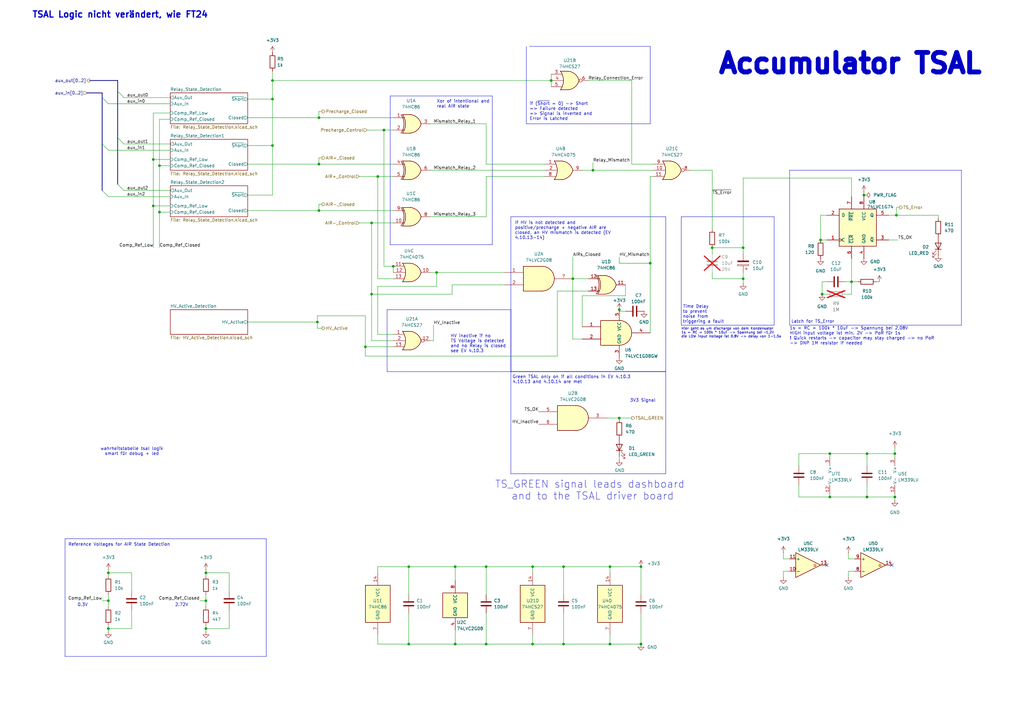
<source format=kicad_sch>
(kicad_sch
	(version 20231120)
	(generator "eeschema")
	(generator_version "8.0")
	(uuid "56b53f94-c2b2-4cdc-9d9a-c8fcb8f8f4f9")
	(paper "A3")
	(lib_symbols
		(symbol "74HC4075:74HC4075"
			(pin_names
				(offset 1.016)
			)
			(exclude_from_sim no)
			(in_bom yes)
			(on_board yes)
			(property "Reference" "U"
				(at 0 1.27 0)
				(effects
					(font
						(size 1.27 1.27)
					)
				)
			)
			(property "Value" "74HC4075"
				(at 0 -1.27 0)
				(effects
					(font
						(size 1.27 1.27)
					)
				)
			)
			(property "Footprint" "Package_SO:TSSOP-14_4.4x5mm_P0.65mm"
				(at 2.54 -27.94 0)
				(effects
					(font
						(size 1.27 1.27)
					)
					(hide yes)
				)
			)
			(property "Datasheet" "https://www.ti.com/lit/ds/symlink/cd54hc4075.pdf?ts=1705677999042&ref_url=https%253A%252F%252Fwww.google.com%252F"
				(at 2.54 -25.4 0)
				(effects
					(font
						(size 1.27 1.27)
					)
					(hide yes)
				)
			)
			(property "Description" "Triple 3-input OR"
				(at 0 0 0)
				(effects
					(font
						(size 1.27 1.27)
					)
					(hide yes)
				)
			)
			(property "ki_locked" ""
				(at 0 0 0)
				(effects
					(font
						(size 1.27 1.27)
					)
				)
			)
			(property "ki_keywords" "TTL Or3"
				(at 0 0 0)
				(effects
					(font
						(size 1.27 1.27)
					)
					(hide yes)
				)
			)
			(property "ki_fp_filters" "DIP*W7.62mm*"
				(at 0 0 0)
				(effects
					(font
						(size 1.27 1.27)
					)
					(hide yes)
				)
			)
			(symbol "74HC4075_1_1"
				(arc
					(start -3.81 -3.81)
					(mid -2.589 0)
					(end -3.81 3.81)
					(stroke
						(width 0.254)
						(type default)
					)
					(fill
						(type none)
					)
				)
				(arc
					(start -0.6096 -3.81)
					(mid 2.1842 -2.5851)
					(end 3.81 0)
					(stroke
						(width 0.254)
						(type default)
					)
					(fill
						(type background)
					)
				)
				(polyline
					(pts
						(xy -3.81 -3.81) (xy -0.635 -3.81)
					)
					(stroke
						(width 0.254)
						(type default)
					)
					(fill
						(type background)
					)
				)
				(polyline
					(pts
						(xy -3.81 3.81) (xy -0.635 3.81)
					)
					(stroke
						(width 0.254)
						(type default)
					)
					(fill
						(type background)
					)
				)
				(polyline
					(pts
						(xy -0.635 3.81) (xy -3.81 3.81) (xy -3.81 3.81) (xy -3.556 3.4036) (xy -3.0226 2.2606) (xy -2.6924 1.0414)
						(xy -2.6162 -0.254) (xy -2.7686 -1.4986) (xy -3.175 -2.7178) (xy -3.81 -3.81) (xy -3.81 -3.81)
						(xy -0.635 -3.81)
					)
					(stroke
						(width -25.4)
						(type default)
					)
					(fill
						(type background)
					)
				)
				(arc
					(start 3.81 0)
					(mid 2.1915 2.5936)
					(end -0.6096 3.81)
					(stroke
						(width 0.254)
						(type default)
					)
					(fill
						(type background)
					)
				)
				(pin input line
					(at -7.62 2.54 0)
					(length 4.318)
					(name "~"
						(effects
							(font
								(size 1.27 1.27)
							)
						)
					)
					(number "3"
						(effects
							(font
								(size 1.27 1.27)
							)
						)
					)
				)
				(pin input line
					(at -7.62 0 0)
					(length 4.953)
					(name "~"
						(effects
							(font
								(size 1.27 1.27)
							)
						)
					)
					(number "4"
						(effects
							(font
								(size 1.27 1.27)
							)
						)
					)
				)
				(pin input line
					(at -7.62 -2.54 0)
					(length 4.318)
					(name "~"
						(effects
							(font
								(size 1.27 1.27)
							)
						)
					)
					(number "5"
						(effects
							(font
								(size 1.27 1.27)
							)
						)
					)
				)
				(pin output line
					(at 7.62 0 180)
					(length 3.81)
					(name "~"
						(effects
							(font
								(size 1.27 1.27)
							)
						)
					)
					(number "6"
						(effects
							(font
								(size 1.27 1.27)
							)
						)
					)
				)
			)
			(symbol "74HC4075_1_2"
				(arc
					(start 0 -3.81)
					(mid 3.7934 0)
					(end 0 3.81)
					(stroke
						(width 0.254)
						(type default)
					)
					(fill
						(type background)
					)
				)
				(polyline
					(pts
						(xy 0 3.81) (xy -3.81 3.81) (xy -3.81 -3.81) (xy 0 -3.81)
					)
					(stroke
						(width 0.254)
						(type default)
					)
					(fill
						(type background)
					)
				)
				(pin input inverted
					(at -7.62 2.54 0)
					(length 3.81)
					(name "~"
						(effects
							(font
								(size 1.27 1.27)
							)
						)
					)
					(number "1"
						(effects
							(font
								(size 1.27 1.27)
							)
						)
					)
				)
				(pin output line
					(at 7.62 0 180)
					(length 3.81)
					(name "~"
						(effects
							(font
								(size 1.27 1.27)
							)
						)
					)
					(number "12"
						(effects
							(font
								(size 1.27 1.27)
							)
						)
					)
				)
				(pin input inverted
					(at -7.62 -2.54 0)
					(length 3.81)
					(name "~"
						(effects
							(font
								(size 1.27 1.27)
							)
						)
					)
					(number "13"
						(effects
							(font
								(size 1.27 1.27)
							)
						)
					)
				)
				(pin input inverted
					(at -7.62 0 0)
					(length 3.81)
					(name "~"
						(effects
							(font
								(size 1.27 1.27)
							)
						)
					)
					(number "2"
						(effects
							(font
								(size 1.27 1.27)
							)
						)
					)
				)
			)
			(symbol "74HC4075_2_1"
				(arc
					(start -3.81 -3.81)
					(mid -2.589 0)
					(end -3.81 3.81)
					(stroke
						(width 0.254)
						(type default)
					)
					(fill
						(type none)
					)
				)
				(arc
					(start -0.6096 -3.81)
					(mid 2.1842 -2.5851)
					(end 3.81 0)
					(stroke
						(width 0.254)
						(type default)
					)
					(fill
						(type background)
					)
				)
				(polyline
					(pts
						(xy -3.81 -3.81) (xy -0.635 -3.81)
					)
					(stroke
						(width 0.254)
						(type default)
					)
					(fill
						(type background)
					)
				)
				(polyline
					(pts
						(xy -3.81 3.81) (xy -0.635 3.81)
					)
					(stroke
						(width 0.254)
						(type default)
					)
					(fill
						(type background)
					)
				)
				(polyline
					(pts
						(xy -0.635 3.81) (xy -3.81 3.81) (xy -3.81 3.81) (xy -3.556 3.4036) (xy -3.0226 2.2606) (xy -2.6924 1.0414)
						(xy -2.6162 -0.254) (xy -2.7686 -1.4986) (xy -3.175 -2.7178) (xy -3.81 -3.81) (xy -3.81 -3.81)
						(xy -0.635 -3.81)
					)
					(stroke
						(width -25.4)
						(type default)
					)
					(fill
						(type background)
					)
				)
				(arc
					(start 3.81 0)
					(mid 2.1915 2.5936)
					(end -0.6096 3.81)
					(stroke
						(width 0.254)
						(type default)
					)
					(fill
						(type background)
					)
				)
				(pin input line
					(at -7.62 2.54 0)
					(length 4.318)
					(name "~"
						(effects
							(font
								(size 1.27 1.27)
							)
						)
					)
					(number "1"
						(effects
							(font
								(size 1.27 1.27)
							)
						)
					)
				)
				(pin input line
					(at -7.62 0 0)
					(length 4.953)
					(name "~"
						(effects
							(font
								(size 1.27 1.27)
							)
						)
					)
					(number "2"
						(effects
							(font
								(size 1.27 1.27)
							)
						)
					)
				)
				(pin input line
					(at -7.62 -2.54 0)
					(length 4.318)
					(name ""
						(effects
							(font
								(size 1.27 1.27)
							)
						)
					)
					(number "8"
						(effects
							(font
								(size 1.27 1.27)
							)
						)
					)
				)
				(pin output line
					(at 7.62 0 180)
					(length 3.81)
					(name "~"
						(effects
							(font
								(size 1.27 1.27)
							)
						)
					)
					(number "9"
						(effects
							(font
								(size 1.27 1.27)
							)
						)
					)
				)
			)
			(symbol "74HC4075_2_2"
				(arc
					(start 0 -3.81)
					(mid 3.7934 0)
					(end 0 3.81)
					(stroke
						(width 0.254)
						(type default)
					)
					(fill
						(type background)
					)
				)
				(polyline
					(pts
						(xy 0 3.81) (xy -3.81 3.81) (xy -3.81 -3.81) (xy 0 -3.81)
					)
					(stroke
						(width 0.254)
						(type default)
					)
					(fill
						(type background)
					)
				)
				(pin input inverted
					(at -7.62 2.54 0)
					(length 3.81)
					(name "~"
						(effects
							(font
								(size 1.27 1.27)
							)
						)
					)
					(number "3"
						(effects
							(font
								(size 1.27 1.27)
							)
						)
					)
				)
				(pin input inverted
					(at -7.62 0 0)
					(length 3.81)
					(name "~"
						(effects
							(font
								(size 1.27 1.27)
							)
						)
					)
					(number "4"
						(effects
							(font
								(size 1.27 1.27)
							)
						)
					)
				)
				(pin input inverted
					(at -7.62 -2.54 0)
					(length 3.81)
					(name "~"
						(effects
							(font
								(size 1.27 1.27)
							)
						)
					)
					(number "5"
						(effects
							(font
								(size 1.27 1.27)
							)
						)
					)
				)
				(pin output line
					(at 7.62 0 180)
					(length 3.81)
					(name "~"
						(effects
							(font
								(size 1.27 1.27)
							)
						)
					)
					(number "6"
						(effects
							(font
								(size 1.27 1.27)
							)
						)
					)
				)
			)
			(symbol "74HC4075_3_1"
				(arc
					(start -3.81 -3.81)
					(mid -2.589 0)
					(end -3.81 3.81)
					(stroke
						(width 0.254)
						(type default)
					)
					(fill
						(type none)
					)
				)
				(arc
					(start -0.6096 -3.81)
					(mid 2.1842 -2.5851)
					(end 3.81 0)
					(stroke
						(width 0.254)
						(type default)
					)
					(fill
						(type background)
					)
				)
				(polyline
					(pts
						(xy -3.81 -3.81) (xy -0.635 -3.81)
					)
					(stroke
						(width 0.254)
						(type default)
					)
					(fill
						(type background)
					)
				)
				(polyline
					(pts
						(xy -3.81 3.81) (xy -0.635 3.81)
					)
					(stroke
						(width 0.254)
						(type default)
					)
					(fill
						(type background)
					)
				)
				(polyline
					(pts
						(xy -0.635 3.81) (xy -3.81 3.81) (xy -3.81 3.81) (xy -3.556 3.4036) (xy -3.0226 2.2606) (xy -2.6924 1.0414)
						(xy -2.6162 -0.254) (xy -2.7686 -1.4986) (xy -3.175 -2.7178) (xy -3.81 -3.81) (xy -3.81 -3.81)
						(xy -0.635 -3.81)
					)
					(stroke
						(width -25.4)
						(type default)
					)
					(fill
						(type background)
					)
				)
				(arc
					(start 3.81 0)
					(mid 2.1915 2.5936)
					(end -0.6096 3.81)
					(stroke
						(width 0.254)
						(type default)
					)
					(fill
						(type background)
					)
				)
				(pin output line
					(at 7.62 0 180)
					(length 3.81)
					(name "~"
						(effects
							(font
								(size 1.27 1.27)
							)
						)
					)
					(number "10"
						(effects
							(font
								(size 1.27 1.27)
							)
						)
					)
				)
				(pin input line
					(at -7.62 2.54 0)
					(length 4.318)
					(name "~"
						(effects
							(font
								(size 1.27 1.27)
							)
						)
					)
					(number "11"
						(effects
							(font
								(size 1.27 1.27)
							)
						)
					)
				)
				(pin input line
					(at -7.62 0 0)
					(length 4.953)
					(name "~"
						(effects
							(font
								(size 1.27 1.27)
							)
						)
					)
					(number "12"
						(effects
							(font
								(size 1.27 1.27)
							)
						)
					)
				)
				(pin input line
					(at -7.62 -2.54 0)
					(length 4.318)
					(name "~"
						(effects
							(font
								(size 1.27 1.27)
							)
						)
					)
					(number "13"
						(effects
							(font
								(size 1.27 1.27)
							)
						)
					)
				)
			)
			(symbol "74HC4075_3_2"
				(arc
					(start 0 -3.81)
					(mid 3.7934 0)
					(end 0 3.81)
					(stroke
						(width 0.254)
						(type default)
					)
					(fill
						(type background)
					)
				)
				(polyline
					(pts
						(xy 0 3.81) (xy -3.81 3.81) (xy -3.81 -3.81) (xy 0 -3.81)
					)
					(stroke
						(width 0.254)
						(type default)
					)
					(fill
						(type background)
					)
				)
				(pin input inverted
					(at -7.62 0 0)
					(length 3.81)
					(name "~"
						(effects
							(font
								(size 1.27 1.27)
							)
						)
					)
					(number "10"
						(effects
							(font
								(size 1.27 1.27)
							)
						)
					)
				)
				(pin input inverted
					(at -7.62 -2.54 0)
					(length 3.81)
					(name "~"
						(effects
							(font
								(size 1.27 1.27)
							)
						)
					)
					(number "11"
						(effects
							(font
								(size 1.27 1.27)
							)
						)
					)
				)
				(pin output line
					(at 7.62 0 180)
					(length 3.81)
					(name "~"
						(effects
							(font
								(size 1.27 1.27)
							)
						)
					)
					(number "8"
						(effects
							(font
								(size 1.27 1.27)
							)
						)
					)
				)
				(pin input inverted
					(at -7.62 2.54 0)
					(length 3.81)
					(name "~"
						(effects
							(font
								(size 1.27 1.27)
							)
						)
					)
					(number "9"
						(effects
							(font
								(size 1.27 1.27)
							)
						)
					)
				)
			)
			(symbol "74HC4075_4_0"
				(pin power_in line
					(at 0 12.7 270)
					(length 5.08)
					(name "VCC"
						(effects
							(font
								(size 1.27 1.27)
							)
						)
					)
					(number "14"
						(effects
							(font
								(size 1.27 1.27)
							)
						)
					)
				)
				(pin power_in line
					(at 0 -12.7 90)
					(length 5.08)
					(name "GND"
						(effects
							(font
								(size 1.27 1.27)
							)
						)
					)
					(number "7"
						(effects
							(font
								(size 1.27 1.27)
							)
						)
					)
				)
			)
			(symbol "74HC4075_4_1"
				(rectangle
					(start -5.08 7.62)
					(end 5.08 -7.62)
					(stroke
						(width 0.254)
						(type default)
					)
					(fill
						(type background)
					)
				)
			)
		)
		(symbol "74xGxx:74AUC1G74"
			(pin_names
				(offset 1.016)
			)
			(exclude_from_sim no)
			(in_bom yes)
			(on_board yes)
			(property "Reference" "U"
				(at -5.08 10.16 0)
				(effects
					(font
						(size 1.27 1.27)
					)
				)
			)
			(property "Value" "74AUC1G74"
				(at 10.16 -10.16 0)
				(effects
					(font
						(size 1.27 1.27)
					)
				)
			)
			(property "Footprint" ""
				(at 0 0 0)
				(effects
					(font
						(size 1.27 1.27)
					)
					(hide yes)
				)
			)
			(property "Datasheet" "http://www.ti.com/lit/sg/scyt129e/scyt129e.pdf"
				(at 0 0 0)
				(effects
					(font
						(size 1.27 1.27)
					)
					(hide yes)
				)
			)
			(property "Description" "Single D Flip-Flop, Low-Voltage CMOS"
				(at 0 0 0)
				(effects
					(font
						(size 1.27 1.27)
					)
					(hide yes)
				)
			)
			(property "ki_keywords" "Single D Flip-Flop D CMOS"
				(at 0 0 0)
				(effects
					(font
						(size 1.27 1.27)
					)
					(hide yes)
				)
			)
			(property "ki_fp_filters" "SSOP* VSSOP*"
				(at 0 0 0)
				(effects
					(font
						(size 1.27 1.27)
					)
					(hide yes)
				)
			)
			(symbol "74AUC1G74_0_1"
				(rectangle
					(start -7.62 7.62)
					(end 7.62 -7.62)
					(stroke
						(width 0.254)
						(type default)
					)
					(fill
						(type background)
					)
				)
			)
			(symbol "74AUC1G74_1_1"
				(pin input clock
					(at -12.7 -5.08 0)
					(length 5.08)
					(name "C"
						(effects
							(font
								(size 1.27 1.27)
							)
						)
					)
					(number "1"
						(effects
							(font
								(size 1.27 1.27)
							)
						)
					)
				)
				(pin input line
					(at -12.7 5.08 0)
					(length 5.08)
					(name "D"
						(effects
							(font
								(size 1.27 1.27)
							)
						)
					)
					(number "2"
						(effects
							(font
								(size 1.27 1.27)
							)
						)
					)
				)
				(pin output line
					(at 12.7 -5.08 180)
					(length 5.08)
					(name "~{Q}"
						(effects
							(font
								(size 1.27 1.27)
							)
						)
					)
					(number "3"
						(effects
							(font
								(size 1.27 1.27)
							)
						)
					)
				)
				(pin power_in line
					(at 2.54 -12.7 90)
					(length 5.08)
					(name "GND"
						(effects
							(font
								(size 1.27 1.27)
							)
						)
					)
					(number "4"
						(effects
							(font
								(size 1.27 1.27)
							)
						)
					)
				)
				(pin output line
					(at 12.7 5.08 180)
					(length 5.08)
					(name "Q"
						(effects
							(font
								(size 1.27 1.27)
							)
						)
					)
					(number "5"
						(effects
							(font
								(size 1.27 1.27)
							)
						)
					)
				)
				(pin input line
					(at -2.54 -12.7 90)
					(length 5.08)
					(name "~{CLR}"
						(effects
							(font
								(size 1.27 1.27)
							)
						)
					)
					(number "6"
						(effects
							(font
								(size 1.27 1.27)
							)
						)
					)
				)
				(pin input line
					(at -2.54 12.7 270)
					(length 5.08)
					(name "~{PRE}"
						(effects
							(font
								(size 1.27 1.27)
							)
						)
					)
					(number "7"
						(effects
							(font
								(size 1.27 1.27)
							)
						)
					)
				)
				(pin power_in line
					(at 2.54 12.7 270)
					(length 5.08)
					(name "VCC"
						(effects
							(font
								(size 1.27 1.27)
							)
						)
					)
					(number "8"
						(effects
							(font
								(size 1.27 1.27)
							)
						)
					)
				)
			)
		)
		(symbol "74xGxx:74LVC1G08"
			(exclude_from_sim no)
			(in_bom yes)
			(on_board yes)
			(property "Reference" "U"
				(at -5.08 7.62 0)
				(effects
					(font
						(size 1.27 1.27)
					)
				)
			)
			(property "Value" "74LVC1G08"
				(at 7.62 -7.62 0)
				(effects
					(font
						(size 1.27 1.27)
					)
				)
			)
			(property "Footprint" ""
				(at 0 0 0)
				(effects
					(font
						(size 1.27 1.27)
					)
					(hide yes)
				)
			)
			(property "Datasheet" "https://www.ti.com/lit/ds/symlink/sn74lvc1g08.pdf"
				(at 0 0 0)
				(effects
					(font
						(size 1.27 1.27)
					)
					(hide yes)
				)
			)
			(property "Description" "Single AND Gate, Low-Voltage CMOS"
				(at 0 0 0)
				(effects
					(font
						(size 1.27 1.27)
					)
					(hide yes)
				)
			)
			(property "ki_keywords" "Single Gate AND LVC CMOS"
				(at 0 0 0)
				(effects
					(font
						(size 1.27 1.27)
					)
					(hide yes)
				)
			)
			(property "ki_fp_filters" "SOT?23* Texas?R-PDSO-G5?DCK* Texas?R-PDSO-N5?DRL* Texas?X2SON*0.8x0.8mm*P0.48mm*"
				(at 0 0 0)
				(effects
					(font
						(size 1.27 1.27)
					)
					(hide yes)
				)
			)
			(symbol "74LVC1G08_0_1"
				(arc
					(start 0 -5.08)
					(mid 5.0579 0)
					(end 0 5.08)
					(stroke
						(width 0.254)
						(type default)
					)
					(fill
						(type background)
					)
				)
				(polyline
					(pts
						(xy 0 -5.08) (xy -7.62 -5.08) (xy -7.62 5.08) (xy 0 5.08)
					)
					(stroke
						(width 0.254)
						(type default)
					)
					(fill
						(type background)
					)
				)
			)
			(symbol "74LVC1G08_1_1"
				(pin input line
					(at -15.24 2.54 0)
					(length 7.62)
					(name "~"
						(effects
							(font
								(size 1.27 1.27)
							)
						)
					)
					(number "1"
						(effects
							(font
								(size 1.27 1.27)
							)
						)
					)
				)
				(pin input line
					(at -15.24 -2.54 0)
					(length 7.62)
					(name "~"
						(effects
							(font
								(size 1.27 1.27)
							)
						)
					)
					(number "2"
						(effects
							(font
								(size 1.27 1.27)
							)
						)
					)
				)
				(pin power_in line
					(at 0 -10.16 90)
					(length 5.08)
					(name "GND"
						(effects
							(font
								(size 1.27 1.27)
							)
						)
					)
					(number "3"
						(effects
							(font
								(size 1.27 1.27)
							)
						)
					)
				)
				(pin output line
					(at 12.7 0 180)
					(length 7.62)
					(name "~"
						(effects
							(font
								(size 1.27 1.27)
							)
						)
					)
					(number "4"
						(effects
							(font
								(size 1.27 1.27)
							)
						)
					)
				)
				(pin power_in line
					(at 0 10.16 270)
					(length 5.08)
					(name "VCC"
						(effects
							(font
								(size 1.27 1.27)
							)
						)
					)
					(number "5"
						(effects
							(font
								(size 1.27 1.27)
							)
						)
					)
				)
			)
		)
		(symbol "74xGxx:74LVC2G08"
			(exclude_from_sim no)
			(in_bom yes)
			(on_board yes)
			(property "Reference" "U"
				(at -10.16 7.62 0)
				(effects
					(font
						(size 1.27 1.27)
					)
				)
			)
			(property "Value" "74LVC2G08"
				(at -10.16 -7.62 0)
				(effects
					(font
						(size 1.27 1.27)
					)
				)
			)
			(property "Footprint" ""
				(at 0 0 0)
				(effects
					(font
						(size 1.27 1.27)
					)
					(hide yes)
				)
			)
			(property "Datasheet" "http://www.ti.com/lit/sg/scyt129e/scyt129e.pdf"
				(at 0 0 0)
				(effects
					(font
						(size 1.27 1.27)
					)
					(hide yes)
				)
			)
			(property "Description" "Dual AND Gate, Low-Voltage CMOS"
				(at 0 0 0)
				(effects
					(font
						(size 1.27 1.27)
					)
					(hide yes)
				)
			)
			(property "ki_keywords" "Dual Gate AND LVC CMOS"
				(at 0 0 0)
				(effects
					(font
						(size 1.27 1.27)
					)
					(hide yes)
				)
			)
			(property "ki_fp_filters" "SSOP* VSSOP*"
				(at 0 0 0)
				(effects
					(font
						(size 1.27 1.27)
					)
					(hide yes)
				)
			)
			(symbol "74LVC2G08_1_1"
				(arc
					(start 0 -5.08)
					(mid 5.0579 0)
					(end 0 5.08)
					(stroke
						(width 0.254)
						(type default)
					)
					(fill
						(type background)
					)
				)
				(polyline
					(pts
						(xy 0 -5.08) (xy -7.62 -5.08) (xy -7.62 5.08) (xy 0 5.08)
					)
					(stroke
						(width 0.254)
						(type default)
					)
					(fill
						(type background)
					)
				)
				(pin input line
					(at -15.24 2.54 0)
					(length 7.62)
					(name "~"
						(effects
							(font
								(size 1.27 1.27)
							)
						)
					)
					(number "1"
						(effects
							(font
								(size 1.27 1.27)
							)
						)
					)
				)
				(pin input line
					(at -15.24 -2.54 0)
					(length 7.62)
					(name "~"
						(effects
							(font
								(size 1.27 1.27)
							)
						)
					)
					(number "2"
						(effects
							(font
								(size 1.27 1.27)
							)
						)
					)
				)
				(pin output line
					(at 12.7 0 180)
					(length 7.62)
					(name "~"
						(effects
							(font
								(size 1.27 1.27)
							)
						)
					)
					(number "7"
						(effects
							(font
								(size 1.27 1.27)
							)
						)
					)
				)
			)
			(symbol "74LVC2G08_2_1"
				(arc
					(start 0 -5.08)
					(mid 5.0579 0)
					(end 0 5.08)
					(stroke
						(width 0.254)
						(type default)
					)
					(fill
						(type background)
					)
				)
				(polyline
					(pts
						(xy 0 -5.08) (xy -7.62 -5.08) (xy -7.62 5.08) (xy 0 5.08)
					)
					(stroke
						(width 0.254)
						(type default)
					)
					(fill
						(type background)
					)
				)
				(pin output line
					(at 12.7 0 180)
					(length 7.62)
					(name "~"
						(effects
							(font
								(size 1.27 1.27)
							)
						)
					)
					(number "3"
						(effects
							(font
								(size 1.27 1.27)
							)
						)
					)
				)
				(pin input line
					(at -15.24 2.54 0)
					(length 7.62)
					(name "~"
						(effects
							(font
								(size 1.27 1.27)
							)
						)
					)
					(number "5"
						(effects
							(font
								(size 1.27 1.27)
							)
						)
					)
				)
				(pin input line
					(at -15.24 -2.54 0)
					(length 7.62)
					(name "~"
						(effects
							(font
								(size 1.27 1.27)
							)
						)
					)
					(number "6"
						(effects
							(font
								(size 1.27 1.27)
							)
						)
					)
				)
			)
			(symbol "74LVC2G08_3_0"
				(rectangle
					(start -5.08 -5.08)
					(end 5.08 5.08)
					(stroke
						(width 0.254)
						(type default)
					)
					(fill
						(type background)
					)
				)
			)
			(symbol "74LVC2G08_3_1"
				(pin power_in line
					(at 0 -10.16 90)
					(length 5.08)
					(name "GND"
						(effects
							(font
								(size 1.27 1.27)
							)
						)
					)
					(number "4"
						(effects
							(font
								(size 1.27 1.27)
							)
						)
					)
				)
				(pin power_in line
					(at 0 10.16 270)
					(length 5.08)
					(name "VCC"
						(effects
							(font
								(size 1.27 1.27)
							)
						)
					)
					(number "8"
						(effects
							(font
								(size 1.27 1.27)
							)
						)
					)
				)
			)
		)
		(symbol "74xx:74HC86"
			(pin_names
				(offset 1.016)
			)
			(exclude_from_sim no)
			(in_bom yes)
			(on_board yes)
			(property "Reference" "U"
				(at 0 1.27 0)
				(effects
					(font
						(size 1.27 1.27)
					)
				)
			)
			(property "Value" "74HC86"
				(at 0 -1.27 0)
				(effects
					(font
						(size 1.27 1.27)
					)
				)
			)
			(property "Footprint" ""
				(at 0 0 0)
				(effects
					(font
						(size 1.27 1.27)
					)
					(hide yes)
				)
			)
			(property "Datasheet" "http://www.ti.com/lit/gpn/sn74HC86"
				(at 0 0 0)
				(effects
					(font
						(size 1.27 1.27)
					)
					(hide yes)
				)
			)
			(property "Description" "Quad 2-input XOR"
				(at 0 0 0)
				(effects
					(font
						(size 1.27 1.27)
					)
					(hide yes)
				)
			)
			(property "ki_locked" ""
				(at 0 0 0)
				(effects
					(font
						(size 1.27 1.27)
					)
				)
			)
			(property "ki_keywords" "TTL XOR2"
				(at 0 0 0)
				(effects
					(font
						(size 1.27 1.27)
					)
					(hide yes)
				)
			)
			(property "ki_fp_filters" "DIP*W7.62mm*"
				(at 0 0 0)
				(effects
					(font
						(size 1.27 1.27)
					)
					(hide yes)
				)
			)
			(symbol "74HC86_1_0"
				(arc
					(start -4.4196 -3.81)
					(mid -3.2033 0)
					(end -4.4196 3.81)
					(stroke
						(width 0.254)
						(type default)
					)
					(fill
						(type none)
					)
				)
				(arc
					(start -3.81 -3.81)
					(mid -2.589 0)
					(end -3.81 3.81)
					(stroke
						(width 0.254)
						(type default)
					)
					(fill
						(type none)
					)
				)
				(arc
					(start -0.6096 -3.81)
					(mid 2.1842 -2.5851)
					(end 3.81 0)
					(stroke
						(width 0.254)
						(type default)
					)
					(fill
						(type background)
					)
				)
				(polyline
					(pts
						(xy -3.81 -3.81) (xy -0.635 -3.81)
					)
					(stroke
						(width 0.254)
						(type default)
					)
					(fill
						(type background)
					)
				)
				(polyline
					(pts
						(xy -3.81 3.81) (xy -0.635 3.81)
					)
					(stroke
						(width 0.254)
						(type default)
					)
					(fill
						(type background)
					)
				)
				(polyline
					(pts
						(xy -0.635 3.81) (xy -3.81 3.81) (xy -3.81 3.81) (xy -3.556 3.4036) (xy -3.0226 2.2606) (xy -2.6924 1.0414)
						(xy -2.6162 -0.254) (xy -2.7686 -1.4986) (xy -3.175 -2.7178) (xy -3.81 -3.81) (xy -3.81 -3.81)
						(xy -0.635 -3.81)
					)
					(stroke
						(width -25.4)
						(type default)
					)
					(fill
						(type background)
					)
				)
				(arc
					(start 3.81 0)
					(mid 2.1915 2.5936)
					(end -0.6096 3.81)
					(stroke
						(width 0.254)
						(type default)
					)
					(fill
						(type background)
					)
				)
				(pin input line
					(at -7.62 2.54 0)
					(length 4.445)
					(name "~"
						(effects
							(font
								(size 1.27 1.27)
							)
						)
					)
					(number "1"
						(effects
							(font
								(size 1.27 1.27)
							)
						)
					)
				)
				(pin input line
					(at -7.62 -2.54 0)
					(length 4.445)
					(name "~"
						(effects
							(font
								(size 1.27 1.27)
							)
						)
					)
					(number "2"
						(effects
							(font
								(size 1.27 1.27)
							)
						)
					)
				)
				(pin output line
					(at 7.62 0 180)
					(length 3.81)
					(name "~"
						(effects
							(font
								(size 1.27 1.27)
							)
						)
					)
					(number "3"
						(effects
							(font
								(size 1.27 1.27)
							)
						)
					)
				)
			)
			(symbol "74HC86_1_1"
				(polyline
					(pts
						(xy -3.81 -2.54) (xy -3.175 -2.54)
					)
					(stroke
						(width 0.1524)
						(type default)
					)
					(fill
						(type none)
					)
				)
				(polyline
					(pts
						(xy -3.81 2.54) (xy -3.175 2.54)
					)
					(stroke
						(width 0.1524)
						(type default)
					)
					(fill
						(type none)
					)
				)
			)
			(symbol "74HC86_2_0"
				(arc
					(start -4.4196 -3.81)
					(mid -3.2033 0)
					(end -4.4196 3.81)
					(stroke
						(width 0.254)
						(type default)
					)
					(fill
						(type none)
					)
				)
				(arc
					(start -3.81 -3.81)
					(mid -2.589 0)
					(end -3.81 3.81)
					(stroke
						(width 0.254)
						(type default)
					)
					(fill
						(type none)
					)
				)
				(arc
					(start -0.6096 -3.81)
					(mid 2.1842 -2.5851)
					(end 3.81 0)
					(stroke
						(width 0.254)
						(type default)
					)
					(fill
						(type background)
					)
				)
				(polyline
					(pts
						(xy -3.81 -3.81) (xy -0.635 -3.81)
					)
					(stroke
						(width 0.254)
						(type default)
					)
					(fill
						(type background)
					)
				)
				(polyline
					(pts
						(xy -3.81 3.81) (xy -0.635 3.81)
					)
					(stroke
						(width 0.254)
						(type default)
					)
					(fill
						(type background)
					)
				)
				(polyline
					(pts
						(xy -0.635 3.81) (xy -3.81 3.81) (xy -3.81 3.81) (xy -3.556 3.4036) (xy -3.0226 2.2606) (xy -2.6924 1.0414)
						(xy -2.6162 -0.254) (xy -2.7686 -1.4986) (xy -3.175 -2.7178) (xy -3.81 -3.81) (xy -3.81 -3.81)
						(xy -0.635 -3.81)
					)
					(stroke
						(width -25.4)
						(type default)
					)
					(fill
						(type background)
					)
				)
				(arc
					(start 3.81 0)
					(mid 2.1915 2.5936)
					(end -0.6096 3.81)
					(stroke
						(width 0.254)
						(type default)
					)
					(fill
						(type background)
					)
				)
				(pin input line
					(at -7.62 2.54 0)
					(length 4.445)
					(name "~"
						(effects
							(font
								(size 1.27 1.27)
							)
						)
					)
					(number "4"
						(effects
							(font
								(size 1.27 1.27)
							)
						)
					)
				)
				(pin input line
					(at -7.62 -2.54 0)
					(length 4.445)
					(name "~"
						(effects
							(font
								(size 1.27 1.27)
							)
						)
					)
					(number "5"
						(effects
							(font
								(size 1.27 1.27)
							)
						)
					)
				)
				(pin output line
					(at 7.62 0 180)
					(length 3.81)
					(name "~"
						(effects
							(font
								(size 1.27 1.27)
							)
						)
					)
					(number "6"
						(effects
							(font
								(size 1.27 1.27)
							)
						)
					)
				)
			)
			(symbol "74HC86_2_1"
				(polyline
					(pts
						(xy -3.81 -2.54) (xy -3.175 -2.54)
					)
					(stroke
						(width 0.1524)
						(type default)
					)
					(fill
						(type none)
					)
				)
				(polyline
					(pts
						(xy -3.81 2.54) (xy -3.175 2.54)
					)
					(stroke
						(width 0.1524)
						(type default)
					)
					(fill
						(type none)
					)
				)
			)
			(symbol "74HC86_3_0"
				(arc
					(start -4.4196 -3.81)
					(mid -3.2033 0)
					(end -4.4196 3.81)
					(stroke
						(width 0.254)
						(type default)
					)
					(fill
						(type none)
					)
				)
				(arc
					(start -3.81 -3.81)
					(mid -2.589 0)
					(end -3.81 3.81)
					(stroke
						(width 0.254)
						(type default)
					)
					(fill
						(type none)
					)
				)
				(arc
					(start -0.6096 -3.81)
					(mid 2.1842 -2.5851)
					(end 3.81 0)
					(stroke
						(width 0.254)
						(type default)
					)
					(fill
						(type background)
					)
				)
				(polyline
					(pts
						(xy -3.81 -3.81) (xy -0.635 -3.81)
					)
					(stroke
						(width 0.254)
						(type default)
					)
					(fill
						(type background)
					)
				)
				(polyline
					(pts
						(xy -3.81 3.81) (xy -0.635 3.81)
					)
					(stroke
						(width 0.254)
						(type default)
					)
					(fill
						(type background)
					)
				)
				(polyline
					(pts
						(xy -0.635 3.81) (xy -3.81 3.81) (xy -3.81 3.81) (xy -3.556 3.4036) (xy -3.0226 2.2606) (xy -2.6924 1.0414)
						(xy -2.6162 -0.254) (xy -2.7686 -1.4986) (xy -3.175 -2.7178) (xy -3.81 -3.81) (xy -3.81 -3.81)
						(xy -0.635 -3.81)
					)
					(stroke
						(width -25.4)
						(type default)
					)
					(fill
						(type background)
					)
				)
				(arc
					(start 3.81 0)
					(mid 2.1915 2.5936)
					(end -0.6096 3.81)
					(stroke
						(width 0.254)
						(type default)
					)
					(fill
						(type background)
					)
				)
				(pin input line
					(at -7.62 -2.54 0)
					(length 4.445)
					(name "~"
						(effects
							(font
								(size 1.27 1.27)
							)
						)
					)
					(number "10"
						(effects
							(font
								(size 1.27 1.27)
							)
						)
					)
				)
				(pin output line
					(at 7.62 0 180)
					(length 3.81)
					(name "~"
						(effects
							(font
								(size 1.27 1.27)
							)
						)
					)
					(number "8"
						(effects
							(font
								(size 1.27 1.27)
							)
						)
					)
				)
				(pin input line
					(at -7.62 2.54 0)
					(length 4.445)
					(name "~"
						(effects
							(font
								(size 1.27 1.27)
							)
						)
					)
					(number "9"
						(effects
							(font
								(size 1.27 1.27)
							)
						)
					)
				)
			)
			(symbol "74HC86_3_1"
				(polyline
					(pts
						(xy -3.81 -2.54) (xy -3.175 -2.54)
					)
					(stroke
						(width 0.1524)
						(type default)
					)
					(fill
						(type none)
					)
				)
				(polyline
					(pts
						(xy -3.81 2.54) (xy -3.175 2.54)
					)
					(stroke
						(width 0.1524)
						(type default)
					)
					(fill
						(type none)
					)
				)
			)
			(symbol "74HC86_4_0"
				(arc
					(start -4.4196 -3.81)
					(mid -3.2033 0)
					(end -4.4196 3.81)
					(stroke
						(width 0.254)
						(type default)
					)
					(fill
						(type none)
					)
				)
				(arc
					(start -3.81 -3.81)
					(mid -2.589 0)
					(end -3.81 3.81)
					(stroke
						(width 0.254)
						(type default)
					)
					(fill
						(type none)
					)
				)
				(arc
					(start -0.6096 -3.81)
					(mid 2.1842 -2.5851)
					(end 3.81 0)
					(stroke
						(width 0.254)
						(type default)
					)
					(fill
						(type background)
					)
				)
				(polyline
					(pts
						(xy -3.81 -3.81) (xy -0.635 -3.81)
					)
					(stroke
						(width 0.254)
						(type default)
					)
					(fill
						(type background)
					)
				)
				(polyline
					(pts
						(xy -3.81 3.81) (xy -0.635 3.81)
					)
					(stroke
						(width 0.254)
						(type default)
					)
					(fill
						(type background)
					)
				)
				(polyline
					(pts
						(xy -0.635 3.81) (xy -3.81 3.81) (xy -3.81 3.81) (xy -3.556 3.4036) (xy -3.0226 2.2606) (xy -2.6924 1.0414)
						(xy -2.6162 -0.254) (xy -2.7686 -1.4986) (xy -3.175 -2.7178) (xy -3.81 -3.81) (xy -3.81 -3.81)
						(xy -0.635 -3.81)
					)
					(stroke
						(width -25.4)
						(type default)
					)
					(fill
						(type background)
					)
				)
				(arc
					(start 3.81 0)
					(mid 2.1915 2.5936)
					(end -0.6096 3.81)
					(stroke
						(width 0.254)
						(type default)
					)
					(fill
						(type background)
					)
				)
				(pin output line
					(at 7.62 0 180)
					(length 3.81)
					(name "~"
						(effects
							(font
								(size 1.27 1.27)
							)
						)
					)
					(number "11"
						(effects
							(font
								(size 1.27 1.27)
							)
						)
					)
				)
				(pin input line
					(at -7.62 2.54 0)
					(length 4.445)
					(name "~"
						(effects
							(font
								(size 1.27 1.27)
							)
						)
					)
					(number "12"
						(effects
							(font
								(size 1.27 1.27)
							)
						)
					)
				)
				(pin input line
					(at -7.62 -2.54 0)
					(length 4.445)
					(name "~"
						(effects
							(font
								(size 1.27 1.27)
							)
						)
					)
					(number "13"
						(effects
							(font
								(size 1.27 1.27)
							)
						)
					)
				)
			)
			(symbol "74HC86_4_1"
				(polyline
					(pts
						(xy -3.81 -2.54) (xy -3.175 -2.54)
					)
					(stroke
						(width 0.1524)
						(type default)
					)
					(fill
						(type none)
					)
				)
				(polyline
					(pts
						(xy -3.81 2.54) (xy -3.175 2.54)
					)
					(stroke
						(width 0.1524)
						(type default)
					)
					(fill
						(type none)
					)
				)
			)
			(symbol "74HC86_5_0"
				(pin power_in line
					(at 0 12.7 270)
					(length 5.08)
					(name "VCC"
						(effects
							(font
								(size 1.27 1.27)
							)
						)
					)
					(number "14"
						(effects
							(font
								(size 1.27 1.27)
							)
						)
					)
				)
				(pin power_in line
					(at 0 -12.7 90)
					(length 5.08)
					(name "GND"
						(effects
							(font
								(size 1.27 1.27)
							)
						)
					)
					(number "7"
						(effects
							(font
								(size 1.27 1.27)
							)
						)
					)
				)
			)
			(symbol "74HC86_5_1"
				(rectangle
					(start -5.08 7.62)
					(end 5.08 -7.62)
					(stroke
						(width 0.254)
						(type default)
					)
					(fill
						(type background)
					)
				)
			)
		)
		(symbol "Comparator:LM339"
			(pin_names
				(offset 0.127)
			)
			(exclude_from_sim no)
			(in_bom yes)
			(on_board yes)
			(property "Reference" "U"
				(at 0 5.08 0)
				(effects
					(font
						(size 1.27 1.27)
					)
					(justify left)
				)
			)
			(property "Value" "LM339"
				(at 0 -5.08 0)
				(effects
					(font
						(size 1.27 1.27)
					)
					(justify left)
				)
			)
			(property "Footprint" ""
				(at -1.27 2.54 0)
				(effects
					(font
						(size 1.27 1.27)
					)
					(hide yes)
				)
			)
			(property "Datasheet" "https://www.st.com/resource/en/datasheet/lm139.pdf"
				(at 1.27 5.08 0)
				(effects
					(font
						(size 1.27 1.27)
					)
					(hide yes)
				)
			)
			(property "Description" "Quad Differential Comparators, SOIC-14/TSSOP-14"
				(at 0 0 0)
				(effects
					(font
						(size 1.27 1.27)
					)
					(hide yes)
				)
			)
			(property "ki_locked" ""
				(at 0 0 0)
				(effects
					(font
						(size 1.27 1.27)
					)
				)
			)
			(property "ki_keywords" "cmp open collector"
				(at 0 0 0)
				(effects
					(font
						(size 1.27 1.27)
					)
					(hide yes)
				)
			)
			(property "ki_fp_filters" "SOIC*3.9x8.7mm*P1.27mm* TSSOP*4.4x5mm*P0.65mm*"
				(at 0 0 0)
				(effects
					(font
						(size 1.27 1.27)
					)
					(hide yes)
				)
			)
			(symbol "LM339_1_1"
				(polyline
					(pts
						(xy -5.08 5.08) (xy 5.08 0) (xy -5.08 -5.08) (xy -5.08 5.08)
					)
					(stroke
						(width 0.254)
						(type default)
					)
					(fill
						(type background)
					)
				)
				(polyline
					(pts
						(xy 3.302 -0.508) (xy 2.794 -0.508) (xy 3.302 0) (xy 2.794 0.508) (xy 2.286 0) (xy 2.794 -0.508)
						(xy 2.286 -0.508)
					)
					(stroke
						(width 0.127)
						(type default)
					)
					(fill
						(type none)
					)
				)
				(pin open_collector line
					(at 7.62 0 180)
					(length 2.54)
					(name "~"
						(effects
							(font
								(size 1.27 1.27)
							)
						)
					)
					(number "2"
						(effects
							(font
								(size 1.27 1.27)
							)
						)
					)
				)
				(pin input line
					(at -7.62 -2.54 0)
					(length 2.54)
					(name "-"
						(effects
							(font
								(size 1.27 1.27)
							)
						)
					)
					(number "4"
						(effects
							(font
								(size 1.27 1.27)
							)
						)
					)
				)
				(pin input line
					(at -7.62 2.54 0)
					(length 2.54)
					(name "+"
						(effects
							(font
								(size 1.27 1.27)
							)
						)
					)
					(number "5"
						(effects
							(font
								(size 1.27 1.27)
							)
						)
					)
				)
			)
			(symbol "LM339_2_1"
				(polyline
					(pts
						(xy -5.08 5.08) (xy 5.08 0) (xy -5.08 -5.08) (xy -5.08 5.08)
					)
					(stroke
						(width 0.254)
						(type default)
					)
					(fill
						(type background)
					)
				)
				(polyline
					(pts
						(xy 3.302 -0.508) (xy 2.794 -0.508) (xy 3.302 0) (xy 2.794 0.508) (xy 2.286 0) (xy 2.794 -0.508)
						(xy 2.286 -0.508)
					)
					(stroke
						(width 0.127)
						(type default)
					)
					(fill
						(type none)
					)
				)
				(pin open_collector line
					(at 7.62 0 180)
					(length 2.54)
					(name "~"
						(effects
							(font
								(size 1.27 1.27)
							)
						)
					)
					(number "1"
						(effects
							(font
								(size 1.27 1.27)
							)
						)
					)
				)
				(pin input line
					(at -7.62 -2.54 0)
					(length 2.54)
					(name "-"
						(effects
							(font
								(size 1.27 1.27)
							)
						)
					)
					(number "6"
						(effects
							(font
								(size 1.27 1.27)
							)
						)
					)
				)
				(pin input line
					(at -7.62 2.54 0)
					(length 2.54)
					(name "+"
						(effects
							(font
								(size 1.27 1.27)
							)
						)
					)
					(number "7"
						(effects
							(font
								(size 1.27 1.27)
							)
						)
					)
				)
			)
			(symbol "LM339_3_1"
				(polyline
					(pts
						(xy -5.08 5.08) (xy 5.08 0) (xy -5.08 -5.08) (xy -5.08 5.08)
					)
					(stroke
						(width 0.254)
						(type default)
					)
					(fill
						(type background)
					)
				)
				(polyline
					(pts
						(xy 3.302 -0.508) (xy 2.794 -0.508) (xy 3.302 0) (xy 2.794 0.508) (xy 2.286 0) (xy 2.794 -0.508)
						(xy 2.286 -0.508)
					)
					(stroke
						(width 0.127)
						(type default)
					)
					(fill
						(type none)
					)
				)
				(pin input line
					(at -7.62 -2.54 0)
					(length 2.54)
					(name "-"
						(effects
							(font
								(size 1.27 1.27)
							)
						)
					)
					(number "10"
						(effects
							(font
								(size 1.27 1.27)
							)
						)
					)
				)
				(pin input line
					(at -7.62 2.54 0)
					(length 2.54)
					(name "+"
						(effects
							(font
								(size 1.27 1.27)
							)
						)
					)
					(number "11"
						(effects
							(font
								(size 1.27 1.27)
							)
						)
					)
				)
				(pin open_collector line
					(at 7.62 0 180)
					(length 2.54)
					(name "~"
						(effects
							(font
								(size 1.27 1.27)
							)
						)
					)
					(number "13"
						(effects
							(font
								(size 1.27 1.27)
							)
						)
					)
				)
			)
			(symbol "LM339_4_1"
				(polyline
					(pts
						(xy -5.08 5.08) (xy 5.08 0) (xy -5.08 -5.08) (xy -5.08 5.08)
					)
					(stroke
						(width 0.254)
						(type default)
					)
					(fill
						(type background)
					)
				)
				(polyline
					(pts
						(xy 3.302 -0.508) (xy 2.794 -0.508) (xy 3.302 0) (xy 2.794 0.508) (xy 2.286 0) (xy 2.794 -0.508)
						(xy 2.286 -0.508)
					)
					(stroke
						(width 0.127)
						(type default)
					)
					(fill
						(type none)
					)
				)
				(pin open_collector line
					(at 7.62 0 180)
					(length 2.54)
					(name "~"
						(effects
							(font
								(size 1.27 1.27)
							)
						)
					)
					(number "14"
						(effects
							(font
								(size 1.27 1.27)
							)
						)
					)
				)
				(pin input line
					(at -7.62 -2.54 0)
					(length 2.54)
					(name "-"
						(effects
							(font
								(size 1.27 1.27)
							)
						)
					)
					(number "8"
						(effects
							(font
								(size 1.27 1.27)
							)
						)
					)
				)
				(pin input line
					(at -7.62 2.54 0)
					(length 2.54)
					(name "+"
						(effects
							(font
								(size 1.27 1.27)
							)
						)
					)
					(number "9"
						(effects
							(font
								(size 1.27 1.27)
							)
						)
					)
				)
			)
			(symbol "LM339_5_1"
				(pin power_in line
					(at -2.54 -7.62 90)
					(length 3.81)
					(name "V-"
						(effects
							(font
								(size 1.27 1.27)
							)
						)
					)
					(number "12"
						(effects
							(font
								(size 1.27 1.27)
							)
						)
					)
				)
				(pin power_in line
					(at -2.54 7.62 270)
					(length 3.81)
					(name "V+"
						(effects
							(font
								(size 1.27 1.27)
							)
						)
					)
					(number "3"
						(effects
							(font
								(size 1.27 1.27)
							)
						)
					)
				)
			)
		)
		(symbol "Device:C"
			(pin_numbers hide)
			(pin_names
				(offset 0.254)
			)
			(exclude_from_sim no)
			(in_bom yes)
			(on_board yes)
			(property "Reference" "C"
				(at 0.635 2.54 0)
				(effects
					(font
						(size 1.27 1.27)
					)
					(justify left)
				)
			)
			(property "Value" "C"
				(at 0.635 -2.54 0)
				(effects
					(font
						(size 1.27 1.27)
					)
					(justify left)
				)
			)
			(property "Footprint" ""
				(at 0.9652 -3.81 0)
				(effects
					(font
						(size 1.27 1.27)
					)
					(hide yes)
				)
			)
			(property "Datasheet" "~"
				(at 0 0 0)
				(effects
					(font
						(size 1.27 1.27)
					)
					(hide yes)
				)
			)
			(property "Description" "Unpolarized capacitor"
				(at 0 0 0)
				(effects
					(font
						(size 1.27 1.27)
					)
					(hide yes)
				)
			)
			(property "ki_keywords" "cap capacitor"
				(at 0 0 0)
				(effects
					(font
						(size 1.27 1.27)
					)
					(hide yes)
				)
			)
			(property "ki_fp_filters" "C_*"
				(at 0 0 0)
				(effects
					(font
						(size 1.27 1.27)
					)
					(hide yes)
				)
			)
			(symbol "C_0_1"
				(polyline
					(pts
						(xy -2.032 -0.762) (xy 2.032 -0.762)
					)
					(stroke
						(width 0.508)
						(type default)
					)
					(fill
						(type none)
					)
				)
				(polyline
					(pts
						(xy -2.032 0.762) (xy 2.032 0.762)
					)
					(stroke
						(width 0.508)
						(type default)
					)
					(fill
						(type none)
					)
				)
			)
			(symbol "C_1_1"
				(pin passive line
					(at 0 3.81 270)
					(length 2.794)
					(name "~"
						(effects
							(font
								(size 1.27 1.27)
							)
						)
					)
					(number "1"
						(effects
							(font
								(size 1.27 1.27)
							)
						)
					)
				)
				(pin passive line
					(at 0 -3.81 90)
					(length 2.794)
					(name "~"
						(effects
							(font
								(size 1.27 1.27)
							)
						)
					)
					(number "2"
						(effects
							(font
								(size 1.27 1.27)
							)
						)
					)
				)
			)
		)
		(symbol "Device:C_Polarized"
			(pin_numbers hide)
			(pin_names
				(offset 0.254)
			)
			(exclude_from_sim no)
			(in_bom yes)
			(on_board yes)
			(property "Reference" "C"
				(at 0.635 2.54 0)
				(effects
					(font
						(size 1.27 1.27)
					)
					(justify left)
				)
			)
			(property "Value" "C_Polarized"
				(at 0.635 -2.54 0)
				(effects
					(font
						(size 1.27 1.27)
					)
					(justify left)
				)
			)
			(property "Footprint" ""
				(at 0.9652 -3.81 0)
				(effects
					(font
						(size 1.27 1.27)
					)
					(hide yes)
				)
			)
			(property "Datasheet" "~"
				(at 0 0 0)
				(effects
					(font
						(size 1.27 1.27)
					)
					(hide yes)
				)
			)
			(property "Description" "Polarized capacitor"
				(at 0 0 0)
				(effects
					(font
						(size 1.27 1.27)
					)
					(hide yes)
				)
			)
			(property "ki_keywords" "cap capacitor"
				(at 0 0 0)
				(effects
					(font
						(size 1.27 1.27)
					)
					(hide yes)
				)
			)
			(property "ki_fp_filters" "CP_*"
				(at 0 0 0)
				(effects
					(font
						(size 1.27 1.27)
					)
					(hide yes)
				)
			)
			(symbol "C_Polarized_0_1"
				(rectangle
					(start -2.286 0.508)
					(end 2.286 1.016)
					(stroke
						(width 0)
						(type default)
					)
					(fill
						(type none)
					)
				)
				(polyline
					(pts
						(xy -1.778 2.286) (xy -0.762 2.286)
					)
					(stroke
						(width 0)
						(type default)
					)
					(fill
						(type none)
					)
				)
				(polyline
					(pts
						(xy -1.27 2.794) (xy -1.27 1.778)
					)
					(stroke
						(width 0)
						(type default)
					)
					(fill
						(type none)
					)
				)
				(rectangle
					(start 2.286 -0.508)
					(end -2.286 -1.016)
					(stroke
						(width 0)
						(type default)
					)
					(fill
						(type outline)
					)
				)
			)
			(symbol "C_Polarized_1_1"
				(pin passive line
					(at 0 3.81 270)
					(length 2.794)
					(name "~"
						(effects
							(font
								(size 1.27 1.27)
							)
						)
					)
					(number "1"
						(effects
							(font
								(size 1.27 1.27)
							)
						)
					)
				)
				(pin passive line
					(at 0 -3.81 90)
					(length 2.794)
					(name "~"
						(effects
							(font
								(size 1.27 1.27)
							)
						)
					)
					(number "2"
						(effects
							(font
								(size 1.27 1.27)
							)
						)
					)
				)
			)
		)
		(symbol "Device:LED"
			(pin_numbers hide)
			(pin_names
				(offset 1.016) hide)
			(exclude_from_sim no)
			(in_bom yes)
			(on_board yes)
			(property "Reference" "D"
				(at 0 2.54 0)
				(effects
					(font
						(size 1.27 1.27)
					)
				)
			)
			(property "Value" "LED"
				(at 0 -2.54 0)
				(effects
					(font
						(size 1.27 1.27)
					)
				)
			)
			(property "Footprint" ""
				(at 0 0 0)
				(effects
					(font
						(size 1.27 1.27)
					)
					(hide yes)
				)
			)
			(property "Datasheet" "~"
				(at 0 0 0)
				(effects
					(font
						(size 1.27 1.27)
					)
					(hide yes)
				)
			)
			(property "Description" "Light emitting diode"
				(at 0 0 0)
				(effects
					(font
						(size 1.27 1.27)
					)
					(hide yes)
				)
			)
			(property "ki_keywords" "LED diode"
				(at 0 0 0)
				(effects
					(font
						(size 1.27 1.27)
					)
					(hide yes)
				)
			)
			(property "ki_fp_filters" "LED* LED_SMD:* LED_THT:*"
				(at 0 0 0)
				(effects
					(font
						(size 1.27 1.27)
					)
					(hide yes)
				)
			)
			(symbol "LED_0_1"
				(polyline
					(pts
						(xy -1.27 -1.27) (xy -1.27 1.27)
					)
					(stroke
						(width 0.254)
						(type default)
					)
					(fill
						(type none)
					)
				)
				(polyline
					(pts
						(xy -1.27 0) (xy 1.27 0)
					)
					(stroke
						(width 0)
						(type default)
					)
					(fill
						(type none)
					)
				)
				(polyline
					(pts
						(xy 1.27 -1.27) (xy 1.27 1.27) (xy -1.27 0) (xy 1.27 -1.27)
					)
					(stroke
						(width 0.254)
						(type default)
					)
					(fill
						(type none)
					)
				)
				(polyline
					(pts
						(xy -3.048 -0.762) (xy -4.572 -2.286) (xy -3.81 -2.286) (xy -4.572 -2.286) (xy -4.572 -1.524)
					)
					(stroke
						(width 0)
						(type default)
					)
					(fill
						(type none)
					)
				)
				(polyline
					(pts
						(xy -1.778 -0.762) (xy -3.302 -2.286) (xy -2.54 -2.286) (xy -3.302 -2.286) (xy -3.302 -1.524)
					)
					(stroke
						(width 0)
						(type default)
					)
					(fill
						(type none)
					)
				)
			)
			(symbol "LED_1_1"
				(pin passive line
					(at -3.81 0 0)
					(length 2.54)
					(name "K"
						(effects
							(font
								(size 1.27 1.27)
							)
						)
					)
					(number "1"
						(effects
							(font
								(size 1.27 1.27)
							)
						)
					)
				)
				(pin passive line
					(at 3.81 0 180)
					(length 2.54)
					(name "A"
						(effects
							(font
								(size 1.27 1.27)
							)
						)
					)
					(number "2"
						(effects
							(font
								(size 1.27 1.27)
							)
						)
					)
				)
			)
		)
		(symbol "Device:R"
			(pin_numbers hide)
			(pin_names
				(offset 0)
			)
			(exclude_from_sim no)
			(in_bom yes)
			(on_board yes)
			(property "Reference" "R"
				(at 2.032 0 90)
				(effects
					(font
						(size 1.27 1.27)
					)
				)
			)
			(property "Value" "R"
				(at 0 0 90)
				(effects
					(font
						(size 1.27 1.27)
					)
				)
			)
			(property "Footprint" ""
				(at -1.778 0 90)
				(effects
					(font
						(size 1.27 1.27)
					)
					(hide yes)
				)
			)
			(property "Datasheet" "~"
				(at 0 0 0)
				(effects
					(font
						(size 1.27 1.27)
					)
					(hide yes)
				)
			)
			(property "Description" "Resistor"
				(at 0 0 0)
				(effects
					(font
						(size 1.27 1.27)
					)
					(hide yes)
				)
			)
			(property "ki_keywords" "R res resistor"
				(at 0 0 0)
				(effects
					(font
						(size 1.27 1.27)
					)
					(hide yes)
				)
			)
			(property "ki_fp_filters" "R_*"
				(at 0 0 0)
				(effects
					(font
						(size 1.27 1.27)
					)
					(hide yes)
				)
			)
			(symbol "R_0_1"
				(rectangle
					(start -1.016 -2.54)
					(end 1.016 2.54)
					(stroke
						(width 0.254)
						(type default)
					)
					(fill
						(type none)
					)
				)
			)
			(symbol "R_1_1"
				(pin passive line
					(at 0 3.81 270)
					(length 1.27)
					(name "~"
						(effects
							(font
								(size 1.27 1.27)
							)
						)
					)
					(number "1"
						(effects
							(font
								(size 1.27 1.27)
							)
						)
					)
				)
				(pin passive line
					(at 0 -3.81 90)
					(length 1.27)
					(name "~"
						(effects
							(font
								(size 1.27 1.27)
							)
						)
					)
					(number "2"
						(effects
							(font
								(size 1.27 1.27)
							)
						)
					)
				)
			)
		)
		(symbol "Master:74HCS27"
			(pin_names
				(offset 1.016)
			)
			(exclude_from_sim no)
			(in_bom yes)
			(on_board yes)
			(property "Reference" "U"
				(at 0 1.27 0)
				(effects
					(font
						(size 1.27 1.27)
					)
				)
			)
			(property "Value" "74HCS27"
				(at 0 -1.27 0)
				(effects
					(font
						(size 1.27 1.27)
					)
				)
			)
			(property "Footprint" "Package_SO:TSSOP-14_4.4x5mm_P0.65mm"
				(at 0 0 0)
				(effects
					(font
						(size 1.27 1.27)
					)
					(hide yes)
				)
			)
			(property "Datasheet" "http://www.ti.com/lit/gpn/sn74LS27"
				(at 0 0 0)
				(effects
					(font
						(size 1.27 1.27)
					)
					(hide yes)
				)
			)
			(property "Description" "Triple 3-input NOR"
				(at 0 0 0)
				(effects
					(font
						(size 1.27 1.27)
					)
					(hide yes)
				)
			)
			(property "ki_locked" ""
				(at 0 0 0)
				(effects
					(font
						(size 1.27 1.27)
					)
				)
			)
			(property "ki_keywords" "TTL Nor3"
				(at 0 0 0)
				(effects
					(font
						(size 1.27 1.27)
					)
					(hide yes)
				)
			)
			(property "ki_fp_filters" "DIP*W7.62mm*"
				(at 0 0 0)
				(effects
					(font
						(size 1.27 1.27)
					)
					(hide yes)
				)
			)
			(symbol "74HCS27_1_1"
				(arc
					(start -3.81 -3.81)
					(mid -2.589 0)
					(end -3.81 3.81)
					(stroke
						(width 0.254)
						(type default)
					)
					(fill
						(type none)
					)
				)
				(arc
					(start -0.6096 -3.81)
					(mid 2.1842 -2.5851)
					(end 3.81 0)
					(stroke
						(width 0.254)
						(type default)
					)
					(fill
						(type background)
					)
				)
				(polyline
					(pts
						(xy -3.81 -3.81) (xy -0.635 -3.81)
					)
					(stroke
						(width 0.254)
						(type default)
					)
					(fill
						(type background)
					)
				)
				(polyline
					(pts
						(xy -3.81 3.81) (xy -0.635 3.81)
					)
					(stroke
						(width 0.254)
						(type default)
					)
					(fill
						(type background)
					)
				)
				(polyline
					(pts
						(xy -0.635 3.81) (xy -3.81 3.81) (xy -3.81 3.81) (xy -3.556 3.4036) (xy -3.0226 2.2606) (xy -2.6924 1.0414)
						(xy -2.6162 -0.254) (xy -2.7686 -1.4986) (xy -3.175 -2.7178) (xy -3.81 -3.81) (xy -3.81 -3.81)
						(xy -0.635 -3.81)
					)
					(stroke
						(width -25.4)
						(type default)
					)
					(fill
						(type background)
					)
				)
				(arc
					(start 3.81 0)
					(mid 2.1915 2.5936)
					(end -0.6096 3.81)
					(stroke
						(width 0.254)
						(type default)
					)
					(fill
						(type background)
					)
				)
				(pin input line
					(at -7.62 2.54 0)
					(length 4.318)
					(name "~"
						(effects
							(font
								(size 1.27 1.27)
							)
						)
					)
					(number "1"
						(effects
							(font
								(size 1.27 1.27)
							)
						)
					)
				)
				(pin output inverted
					(at 7.62 0 180)
					(length 3.81)
					(name "~"
						(effects
							(font
								(size 1.27 1.27)
							)
						)
					)
					(number "12"
						(effects
							(font
								(size 1.27 1.27)
							)
						)
					)
				)
				(pin input line
					(at -7.62 -2.54 0)
					(length 4.318)
					(name "~"
						(effects
							(font
								(size 1.27 1.27)
							)
						)
					)
					(number "13"
						(effects
							(font
								(size 1.27 1.27)
							)
						)
					)
				)
				(pin input line
					(at -7.62 0 0)
					(length 4.953)
					(name "~"
						(effects
							(font
								(size 1.27 1.27)
							)
						)
					)
					(number "2"
						(effects
							(font
								(size 1.27 1.27)
							)
						)
					)
				)
			)
			(symbol "74HCS27_1_2"
				(arc
					(start 0 -3.81)
					(mid 3.7934 0)
					(end 0 3.81)
					(stroke
						(width 0.254)
						(type default)
					)
					(fill
						(type background)
					)
				)
				(polyline
					(pts
						(xy 0 3.81) (xy -3.81 3.81) (xy -3.81 -3.81) (xy 0 -3.81)
					)
					(stroke
						(width 0.254)
						(type default)
					)
					(fill
						(type background)
					)
				)
				(pin input inverted
					(at -7.62 2.54 0)
					(length 3.81)
					(name "~"
						(effects
							(font
								(size 1.27 1.27)
							)
						)
					)
					(number "1"
						(effects
							(font
								(size 1.27 1.27)
							)
						)
					)
				)
				(pin output line
					(at 7.62 0 180)
					(length 3.81)
					(name "~"
						(effects
							(font
								(size 1.27 1.27)
							)
						)
					)
					(number "12"
						(effects
							(font
								(size 1.27 1.27)
							)
						)
					)
				)
				(pin input inverted
					(at -7.62 -2.54 0)
					(length 3.81)
					(name "~"
						(effects
							(font
								(size 1.27 1.27)
							)
						)
					)
					(number "13"
						(effects
							(font
								(size 1.27 1.27)
							)
						)
					)
				)
				(pin input inverted
					(at -7.62 0 0)
					(length 3.81)
					(name "~"
						(effects
							(font
								(size 1.27 1.27)
							)
						)
					)
					(number "2"
						(effects
							(font
								(size 1.27 1.27)
							)
						)
					)
				)
			)
			(symbol "74HCS27_2_1"
				(arc
					(start -3.81 -3.81)
					(mid -2.589 0)
					(end -3.81 3.81)
					(stroke
						(width 0.254)
						(type default)
					)
					(fill
						(type none)
					)
				)
				(arc
					(start -0.6096 -3.81)
					(mid 2.1842 -2.5851)
					(end 3.81 0)
					(stroke
						(width 0.254)
						(type default)
					)
					(fill
						(type background)
					)
				)
				(polyline
					(pts
						(xy -3.81 -3.81) (xy -0.635 -3.81)
					)
					(stroke
						(width 0.254)
						(type default)
					)
					(fill
						(type background)
					)
				)
				(polyline
					(pts
						(xy -3.81 3.81) (xy -0.635 3.81)
					)
					(stroke
						(width 0.254)
						(type default)
					)
					(fill
						(type background)
					)
				)
				(polyline
					(pts
						(xy -0.635 3.81) (xy -3.81 3.81) (xy -3.81 3.81) (xy -3.556 3.4036) (xy -3.0226 2.2606) (xy -2.6924 1.0414)
						(xy -2.6162 -0.254) (xy -2.7686 -1.4986) (xy -3.175 -2.7178) (xy -3.81 -3.81) (xy -3.81 -3.81)
						(xy -0.635 -3.81)
					)
					(stroke
						(width -25.4)
						(type default)
					)
					(fill
						(type background)
					)
				)
				(arc
					(start 3.81 0)
					(mid 2.1915 2.5936)
					(end -0.6096 3.81)
					(stroke
						(width 0.254)
						(type default)
					)
					(fill
						(type background)
					)
				)
				(pin input line
					(at -7.62 2.54 0)
					(length 4.318)
					(name "~"
						(effects
							(font
								(size 1.27 1.27)
							)
						)
					)
					(number "3"
						(effects
							(font
								(size 1.27 1.27)
							)
						)
					)
				)
				(pin input line
					(at -7.62 0 0)
					(length 4.953)
					(name "~"
						(effects
							(font
								(size 1.27 1.27)
							)
						)
					)
					(number "4"
						(effects
							(font
								(size 1.27 1.27)
							)
						)
					)
				)
				(pin input line
					(at -7.62 -2.54 0)
					(length 4.318)
					(name "~"
						(effects
							(font
								(size 1.27 1.27)
							)
						)
					)
					(number "5"
						(effects
							(font
								(size 1.27 1.27)
							)
						)
					)
				)
				(pin output inverted
					(at 7.62 0 180)
					(length 3.81)
					(name "~"
						(effects
							(font
								(size 1.27 1.27)
							)
						)
					)
					(number "6"
						(effects
							(font
								(size 1.27 1.27)
							)
						)
					)
				)
			)
			(symbol "74HCS27_2_2"
				(arc
					(start 0 -3.81)
					(mid 3.7934 0)
					(end 0 3.81)
					(stroke
						(width 0.254)
						(type default)
					)
					(fill
						(type background)
					)
				)
				(polyline
					(pts
						(xy 0 3.81) (xy -3.81 3.81) (xy -3.81 -3.81) (xy 0 -3.81)
					)
					(stroke
						(width 0.254)
						(type default)
					)
					(fill
						(type background)
					)
				)
				(pin input inverted
					(at -7.62 2.54 0)
					(length 3.81)
					(name "~"
						(effects
							(font
								(size 1.27 1.27)
							)
						)
					)
					(number "3"
						(effects
							(font
								(size 1.27 1.27)
							)
						)
					)
				)
				(pin input inverted
					(at -7.62 0 0)
					(length 3.81)
					(name "~"
						(effects
							(font
								(size 1.27 1.27)
							)
						)
					)
					(number "4"
						(effects
							(font
								(size 1.27 1.27)
							)
						)
					)
				)
				(pin input inverted
					(at -7.62 -2.54 0)
					(length 3.81)
					(name "~"
						(effects
							(font
								(size 1.27 1.27)
							)
						)
					)
					(number "5"
						(effects
							(font
								(size 1.27 1.27)
							)
						)
					)
				)
				(pin output line
					(at 7.62 0 180)
					(length 3.81)
					(name "~"
						(effects
							(font
								(size 1.27 1.27)
							)
						)
					)
					(number "6"
						(effects
							(font
								(size 1.27 1.27)
							)
						)
					)
				)
			)
			(symbol "74HCS27_3_1"
				(arc
					(start -3.81 -3.81)
					(mid -2.589 0)
					(end -3.81 3.81)
					(stroke
						(width 0.254)
						(type default)
					)
					(fill
						(type none)
					)
				)
				(arc
					(start -0.6096 -3.81)
					(mid 2.1842 -2.5851)
					(end 3.81 0)
					(stroke
						(width 0.254)
						(type default)
					)
					(fill
						(type background)
					)
				)
				(polyline
					(pts
						(xy -3.81 -3.81) (xy -0.635 -3.81)
					)
					(stroke
						(width 0.254)
						(type default)
					)
					(fill
						(type background)
					)
				)
				(polyline
					(pts
						(xy -3.81 3.81) (xy -0.635 3.81)
					)
					(stroke
						(width 0.254)
						(type default)
					)
					(fill
						(type background)
					)
				)
				(polyline
					(pts
						(xy -0.635 3.81) (xy -3.81 3.81) (xy -3.81 3.81) (xy -3.556 3.4036) (xy -3.0226 2.2606) (xy -2.6924 1.0414)
						(xy -2.6162 -0.254) (xy -2.7686 -1.4986) (xy -3.175 -2.7178) (xy -3.81 -3.81) (xy -3.81 -3.81)
						(xy -0.635 -3.81)
					)
					(stroke
						(width -25.4)
						(type default)
					)
					(fill
						(type background)
					)
				)
				(arc
					(start 3.81 0)
					(mid 2.1915 2.5936)
					(end -0.6096 3.81)
					(stroke
						(width 0.254)
						(type default)
					)
					(fill
						(type background)
					)
				)
				(pin input line
					(at -7.62 0 0)
					(length 4.953)
					(name "~"
						(effects
							(font
								(size 1.27 1.27)
							)
						)
					)
					(number "10"
						(effects
							(font
								(size 1.27 1.27)
							)
						)
					)
				)
				(pin input line
					(at -7.62 -2.54 0)
					(length 4.318)
					(name "~"
						(effects
							(font
								(size 1.27 1.27)
							)
						)
					)
					(number "11"
						(effects
							(font
								(size 1.27 1.27)
							)
						)
					)
				)
				(pin output inverted
					(at 7.62 0 180)
					(length 3.81)
					(name "~"
						(effects
							(font
								(size 1.27 1.27)
							)
						)
					)
					(number "8"
						(effects
							(font
								(size 1.27 1.27)
							)
						)
					)
				)
				(pin input line
					(at -7.62 2.54 0)
					(length 4.318)
					(name "~"
						(effects
							(font
								(size 1.27 1.27)
							)
						)
					)
					(number "9"
						(effects
							(font
								(size 1.27 1.27)
							)
						)
					)
				)
			)
			(symbol "74HCS27_3_2"
				(arc
					(start 0 -3.81)
					(mid 3.7934 0)
					(end 0 3.81)
					(stroke
						(width 0.254)
						(type default)
					)
					(fill
						(type background)
					)
				)
				(polyline
					(pts
						(xy 0 3.81) (xy -3.81 3.81) (xy -3.81 -3.81) (xy 0 -3.81)
					)
					(stroke
						(width 0.254)
						(type default)
					)
					(fill
						(type background)
					)
				)
				(pin input inverted
					(at -7.62 0 0)
					(length 3.81)
					(name "~"
						(effects
							(font
								(size 1.27 1.27)
							)
						)
					)
					(number "10"
						(effects
							(font
								(size 1.27 1.27)
							)
						)
					)
				)
				(pin input inverted
					(at -7.62 -2.54 0)
					(length 3.81)
					(name "~"
						(effects
							(font
								(size 1.27 1.27)
							)
						)
					)
					(number "11"
						(effects
							(font
								(size 1.27 1.27)
							)
						)
					)
				)
				(pin output line
					(at 7.62 0 180)
					(length 3.81)
					(name "~"
						(effects
							(font
								(size 1.27 1.27)
							)
						)
					)
					(number "8"
						(effects
							(font
								(size 1.27 1.27)
							)
						)
					)
				)
				(pin input inverted
					(at -7.62 2.54 0)
					(length 3.81)
					(name "~"
						(effects
							(font
								(size 1.27 1.27)
							)
						)
					)
					(number "9"
						(effects
							(font
								(size 1.27 1.27)
							)
						)
					)
				)
			)
			(symbol "74HCS27_4_0"
				(pin power_in line
					(at 0 12.7 270)
					(length 5.08)
					(name "VCC"
						(effects
							(font
								(size 1.27 1.27)
							)
						)
					)
					(number "14"
						(effects
							(font
								(size 1.27 1.27)
							)
						)
					)
				)
				(pin power_in line
					(at 0 -12.7 90)
					(length 5.08)
					(name "GND"
						(effects
							(font
								(size 1.27 1.27)
							)
						)
					)
					(number "7"
						(effects
							(font
								(size 1.27 1.27)
							)
						)
					)
				)
			)
			(symbol "74HCS27_4_1"
				(rectangle
					(start -5.08 7.62)
					(end 5.08 -7.62)
					(stroke
						(width 0.254)
						(type default)
					)
					(fill
						(type background)
					)
				)
			)
		)
		(symbol "power:+3.3V"
			(power)
			(pin_numbers hide)
			(pin_names
				(offset 0) hide)
			(exclude_from_sim no)
			(in_bom yes)
			(on_board yes)
			(property "Reference" "#PWR"
				(at 0 -3.81 0)
				(effects
					(font
						(size 1.27 1.27)
					)
					(hide yes)
				)
			)
			(property "Value" "+3.3V"
				(at 0 3.556 0)
				(effects
					(font
						(size 1.27 1.27)
					)
				)
			)
			(property "Footprint" ""
				(at 0 0 0)
				(effects
					(font
						(size 1.27 1.27)
					)
					(hide yes)
				)
			)
			(property "Datasheet" ""
				(at 0 0 0)
				(effects
					(font
						(size 1.27 1.27)
					)
					(hide yes)
				)
			)
			(property "Description" "Power symbol creates a global label with name \"+3.3V\""
				(at 0 0 0)
				(effects
					(font
						(size 1.27 1.27)
					)
					(hide yes)
				)
			)
			(property "ki_keywords" "global power"
				(at 0 0 0)
				(effects
					(font
						(size 1.27 1.27)
					)
					(hide yes)
				)
			)
			(symbol "+3.3V_0_1"
				(polyline
					(pts
						(xy -0.762 1.27) (xy 0 2.54)
					)
					(stroke
						(width 0)
						(type default)
					)
					(fill
						(type none)
					)
				)
				(polyline
					(pts
						(xy 0 0) (xy 0 2.54)
					)
					(stroke
						(width 0)
						(type default)
					)
					(fill
						(type none)
					)
				)
				(polyline
					(pts
						(xy 0 2.54) (xy 0.762 1.27)
					)
					(stroke
						(width 0)
						(type default)
					)
					(fill
						(type none)
					)
				)
			)
			(symbol "+3.3V_1_1"
				(pin power_in line
					(at 0 0 90)
					(length 0)
					(name "~"
						(effects
							(font
								(size 1.27 1.27)
							)
						)
					)
					(number "1"
						(effects
							(font
								(size 1.27 1.27)
							)
						)
					)
				)
			)
		)
		(symbol "power:+3V3"
			(power)
			(pin_numbers hide)
			(pin_names
				(offset 0) hide)
			(exclude_from_sim no)
			(in_bom yes)
			(on_board yes)
			(property "Reference" "#PWR"
				(at 0 -3.81 0)
				(effects
					(font
						(size 1.27 1.27)
					)
					(hide yes)
				)
			)
			(property "Value" "+3V3"
				(at 0 3.556 0)
				(effects
					(font
						(size 1.27 1.27)
					)
				)
			)
			(property "Footprint" ""
				(at 0 0 0)
				(effects
					(font
						(size 1.27 1.27)
					)
					(hide yes)
				)
			)
			(property "Datasheet" ""
				(at 0 0 0)
				(effects
					(font
						(size 1.27 1.27)
					)
					(hide yes)
				)
			)
			(property "Description" "Power symbol creates a global label with name \"+3V3\""
				(at 0 0 0)
				(effects
					(font
						(size 1.27 1.27)
					)
					(hide yes)
				)
			)
			(property "ki_keywords" "global power"
				(at 0 0 0)
				(effects
					(font
						(size 1.27 1.27)
					)
					(hide yes)
				)
			)
			(symbol "+3V3_0_1"
				(polyline
					(pts
						(xy -0.762 1.27) (xy 0 2.54)
					)
					(stroke
						(width 0)
						(type default)
					)
					(fill
						(type none)
					)
				)
				(polyline
					(pts
						(xy 0 0) (xy 0 2.54)
					)
					(stroke
						(width 0)
						(type default)
					)
					(fill
						(type none)
					)
				)
				(polyline
					(pts
						(xy 0 2.54) (xy 0.762 1.27)
					)
					(stroke
						(width 0)
						(type default)
					)
					(fill
						(type none)
					)
				)
			)
			(symbol "+3V3_1_1"
				(pin power_in line
					(at 0 0 90)
					(length 0)
					(name "~"
						(effects
							(font
								(size 1.27 1.27)
							)
						)
					)
					(number "1"
						(effects
							(font
								(size 1.27 1.27)
							)
						)
					)
				)
			)
		)
		(symbol "power:GND"
			(power)
			(pin_numbers hide)
			(pin_names
				(offset 0) hide)
			(exclude_from_sim no)
			(in_bom yes)
			(on_board yes)
			(property "Reference" "#PWR"
				(at 0 -6.35 0)
				(effects
					(font
						(size 1.27 1.27)
					)
					(hide yes)
				)
			)
			(property "Value" "GND"
				(at 0 -3.81 0)
				(effects
					(font
						(size 1.27 1.27)
					)
				)
			)
			(property "Footprint" ""
				(at 0 0 0)
				(effects
					(font
						(size 1.27 1.27)
					)
					(hide yes)
				)
			)
			(property "Datasheet" ""
				(at 0 0 0)
				(effects
					(font
						(size 1.27 1.27)
					)
					(hide yes)
				)
			)
			(property "Description" "Power symbol creates a global label with name \"GND\" , ground"
				(at 0 0 0)
				(effects
					(font
						(size 1.27 1.27)
					)
					(hide yes)
				)
			)
			(property "ki_keywords" "global power"
				(at 0 0 0)
				(effects
					(font
						(size 1.27 1.27)
					)
					(hide yes)
				)
			)
			(symbol "GND_0_1"
				(polyline
					(pts
						(xy 0 0) (xy 0 -1.27) (xy 1.27 -1.27) (xy 0 -2.54) (xy -1.27 -1.27) (xy 0 -1.27)
					)
					(stroke
						(width 0)
						(type default)
					)
					(fill
						(type none)
					)
				)
			)
			(symbol "GND_1_1"
				(pin power_in line
					(at 0 0 270)
					(length 0)
					(name "~"
						(effects
							(font
								(size 1.27 1.27)
							)
						)
					)
					(number "1"
						(effects
							(font
								(size 1.27 1.27)
							)
						)
					)
				)
			)
		)
		(symbol "power:PWR_FLAG"
			(power)
			(pin_numbers hide)
			(pin_names
				(offset 0) hide)
			(exclude_from_sim no)
			(in_bom yes)
			(on_board yes)
			(property "Reference" "#FLG"
				(at 0 1.905 0)
				(effects
					(font
						(size 1.27 1.27)
					)
					(hide yes)
				)
			)
			(property "Value" "PWR_FLAG"
				(at 0 3.81 0)
				(effects
					(font
						(size 1.27 1.27)
					)
				)
			)
			(property "Footprint" ""
				(at 0 0 0)
				(effects
					(font
						(size 1.27 1.27)
					)
					(hide yes)
				)
			)
			(property "Datasheet" "~"
				(at 0 0 0)
				(effects
					(font
						(size 1.27 1.27)
					)
					(hide yes)
				)
			)
			(property "Description" "Special symbol for telling ERC where power comes from"
				(at 0 0 0)
				(effects
					(font
						(size 1.27 1.27)
					)
					(hide yes)
				)
			)
			(property "ki_keywords" "flag power"
				(at 0 0 0)
				(effects
					(font
						(size 1.27 1.27)
					)
					(hide yes)
				)
			)
			(symbol "PWR_FLAG_0_0"
				(pin power_out line
					(at 0 0 90)
					(length 0)
					(name "~"
						(effects
							(font
								(size 1.27 1.27)
							)
						)
					)
					(number "1"
						(effects
							(font
								(size 1.27 1.27)
							)
						)
					)
				)
			)
			(symbol "PWR_FLAG_0_1"
				(polyline
					(pts
						(xy 0 0) (xy 0 1.27) (xy -1.016 1.905) (xy 0 2.54) (xy 1.016 1.905) (xy 0 1.27)
					)
					(stroke
						(width 0)
						(type default)
					)
					(fill
						(type none)
					)
				)
			)
		)
	)
	(junction
		(at 231.14 264.16)
		(diameter 0)
		(color 0 0 0 0)
		(uuid "016753e4-f5a3-4a92-a48e-990a3c7e5205")
	)
	(junction
		(at 340.36 186.055)
		(diameter 0)
		(color 0 0 0 0)
		(uuid "0f9b25c7-3d6c-4edb-8757-80ab90c97791")
	)
	(junction
		(at 367.665 88.265)
		(diameter 0)
		(color 0 0 0 0)
		(uuid "12ec0a8a-afb9-4902-9ec6-f0ab4769225e")
	)
	(junction
		(at 179.07 111.76)
		(diameter 0)
		(color 0 0 0 0)
		(uuid "1482c13f-d758-46e4-8c5f-e88bc3debea0")
	)
	(junction
		(at 262.89 264.16)
		(diameter 0)
		(color 0 0 0 0)
		(uuid "17436495-5db8-4083-9152-73ae035af157")
	)
	(junction
		(at 250.19 232.41)
		(diameter 0)
		(color 0 0 0 0)
		(uuid "229588f1-121b-4164-a9e5-a336ea0b4511")
	)
	(junction
		(at 292.1 101.6)
		(diameter 0)
		(color 0 0 0 0)
		(uuid "2311c837-7f5b-49db-bbd7-89abdeadf7b6")
	)
	(junction
		(at 349.25 115.57)
		(diameter 0)
		(color 0 0 0 0)
		(uuid "2501453c-660c-4765-9360-1aa72e4499ed")
	)
	(junction
		(at 367.03 203.835)
		(diameter 0)
		(color 0 0 0 0)
		(uuid "27c31bda-271b-4764-9fe7-1b60c849ed57")
	)
	(junction
		(at 62.865 84.455)
		(diameter 0)
		(color 0 0 0 0)
		(uuid "28afec49-fc2b-4253-89f8-1caf3b9affe6")
	)
	(junction
		(at 234.95 114.3)
		(diameter 0)
		(color 0 0 0 0)
		(uuid "2edb2fff-cc8f-46f5-926f-b1da1a2c97f2")
	)
	(junction
		(at 111.76 33.02)
		(diameter 0)
		(color 0 0 0 0)
		(uuid "3190589f-1e4c-424f-8cde-9e511e08dec1")
	)
	(junction
		(at 218.44 264.16)
		(diameter 0)
		(color 0 0 0 0)
		(uuid "32dc757a-f66b-4d23-9925-a95599756dfe")
	)
	(junction
		(at 231.14 232.41)
		(diameter 0)
		(color 0 0 0 0)
		(uuid "3d9d3749-e503-4bad-8e87-151d29405465")
	)
	(junction
		(at 149.86 142.24)
		(diameter 0)
		(color 0 0 0 0)
		(uuid "3f383413-2f4f-499d-98c0-573afadc9f6a")
	)
	(junction
		(at 355.6 186.055)
		(diameter 0)
		(color 0 0 0 0)
		(uuid "5120818f-0f28-45fc-84b3-5232fbbf5bac")
	)
	(junction
		(at 354.33 80.01)
		(diameter 0)
		(color 0 0 0 0)
		(uuid "512bfc72-50b8-44b1-b4e6-2e915bd02e16")
	)
	(junction
		(at 186.69 232.41)
		(diameter 0)
		(color 0 0 0 0)
		(uuid "5137108e-3189-4145-9afe-e057c7054e79")
	)
	(junction
		(at 199.39 232.41)
		(diameter 0)
		(color 0 0 0 0)
		(uuid "550c0b56-f704-4c8e-a0c8-e8b83795a3bb")
	)
	(junction
		(at 226.06 33.02)
		(diameter 0)
		(color 0 0 0 0)
		(uuid "57bd7227-deff-46bd-8224-c561ebcd8c4d")
	)
	(junction
		(at 152.4 91.44)
		(diameter 0)
		(color 0 0 0 0)
		(uuid "5c00c9a8-ad1e-4e2d-958b-609a17be92a3")
	)
	(junction
		(at 157.48 53.34)
		(diameter 0)
		(color 0 0 0 0)
		(uuid "5c3302a6-1a62-4e91-9d15-d10cc5bc2433")
	)
	(junction
		(at 266.7 107.95)
		(diameter 0)
		(color 0 0 0 0)
		(uuid "5db2e632-1036-44f4-99a8-51230606309e")
	)
	(junction
		(at 152.4 120.65)
		(diameter 0)
		(color 0 0 0 0)
		(uuid "5ea320db-3739-47fa-a3f8-81bd64a1f42b")
	)
	(junction
		(at 199.39 264.16)
		(diameter 0)
		(color 0 0 0 0)
		(uuid "665c094e-6f4e-47ea-a159-0d547b0b0e56")
	)
	(junction
		(at 254 171.45)
		(diameter 0)
		(color 0 0 0 0)
		(uuid "6804ccc5-cc21-4f04-a939-db8a3b2bacc8")
	)
	(junction
		(at 84.455 257.81)
		(diameter 0)
		(color 0 0 0 0)
		(uuid "69c07ce0-9ca5-48a4-bd30-868d2c1419b2")
	)
	(junction
		(at 44.45 234.95)
		(diameter 0)
		(color 0 0 0 0)
		(uuid "7a662f3f-b1e0-45bb-ad1c-61146583e38c")
	)
	(junction
		(at 44.45 246.38)
		(diameter 0)
		(color 0 0 0 0)
		(uuid "7c947d91-c1c6-475e-b0e6-463da3eca62d")
	)
	(junction
		(at 254 127)
		(diameter 0)
		(color 0 0 0 0)
		(uuid "8c08a387-8ce9-4b87-b811-77fc9c40997a")
	)
	(junction
		(at 65.405 67.945)
		(diameter 0)
		(color 0 0 0 0)
		(uuid "9038ca99-902f-4760-9fb5-a4982baa9f4d")
	)
	(junction
		(at 130.81 86.36)
		(diameter 0)
		(color 0 0 0 0)
		(uuid "90b95fd3-dacd-4489-a1fb-1bc1be9feab2")
	)
	(junction
		(at 44.45 257.81)
		(diameter 0)
		(color 0 0 0 0)
		(uuid "932cff63-ad0c-4876-acc9-ebc92036d114")
	)
	(junction
		(at 161.29 109.22)
		(diameter 0)
		(color 0 0 0 0)
		(uuid "957f905c-09b4-48c2-9604-41c01ac70a4e")
	)
	(junction
		(at 62.865 65.405)
		(diameter 0)
		(color 0 0 0 0)
		(uuid "973ab38b-43f6-4e47-84be-90d149f49f60")
	)
	(junction
		(at 304.8 101.6)
		(diameter 0)
		(color 0 0 0 0)
		(uuid "9c8ed50d-06ec-4c97-848f-87a0e2e268a2")
	)
	(junction
		(at 367.03 186.055)
		(diameter 0)
		(color 0 0 0 0)
		(uuid "9cf988b4-78a4-46d9-b5bc-922a192312e5")
	)
	(junction
		(at 167.64 232.41)
		(diameter 0)
		(color 0 0 0 0)
		(uuid "a713a913-aef4-4cf0-bc4e-70f05d15d6d9")
	)
	(junction
		(at 130.81 67.31)
		(diameter 0)
		(color 0 0 0 0)
		(uuid "a7bd627d-4838-4849-b3d2-6f7cd341f6c0")
	)
	(junction
		(at 218.44 232.41)
		(diameter 0)
		(color 0 0 0 0)
		(uuid "aca94a99-10dc-4638-aeee-52dcbab63fbd")
	)
	(junction
		(at 130.175 132.08)
		(diameter 0)
		(color 0 0 0 0)
		(uuid "aeadff23-3a65-4375-bfc7-ec78e98df77f")
	)
	(junction
		(at 250.19 264.16)
		(diameter 0)
		(color 0 0 0 0)
		(uuid "b10c00b2-dd91-4892-8b8b-f492b6e82ea4")
	)
	(junction
		(at 337.185 120.65)
		(diameter 0)
		(color 0 0 0 0)
		(uuid "b26eb8b8-639d-4a57-9883-66f9d4c2a9aa")
	)
	(junction
		(at 84.455 246.38)
		(diameter 0)
		(color 0 0 0 0)
		(uuid "b2bcf3e2-7251-4446-ba48-55b2e6a31c1b")
	)
	(junction
		(at 304.8 114.3)
		(diameter 0)
		(color 0 0 0 0)
		(uuid "bd3deb9c-304d-40ff-8b3a-3644522cd826")
	)
	(junction
		(at 262.89 232.41)
		(diameter 0)
		(color 0 0 0 0)
		(uuid "c0aef889-0e7d-4314-bba4-0daf9f44d7c7")
	)
	(junction
		(at 111.76 59.69)
		(diameter 0)
		(color 0 0 0 0)
		(uuid "c2f12c4b-2ff2-4a93-815f-375a768a09dd")
	)
	(junction
		(at 340.36 203.835)
		(diameter 0)
		(color 0 0 0 0)
		(uuid "c36d374a-0aca-4c82-8378-975b10d5bc1d")
	)
	(junction
		(at 65.405 86.995)
		(diameter 0)
		(color 0 0 0 0)
		(uuid "cddd8b5d-9944-408d-8e15-dbf747a8154d")
	)
	(junction
		(at 186.69 264.16)
		(diameter 0)
		(color 0 0 0 0)
		(uuid "ce4421e8-8b4d-43bf-905b-3e36e1b804a5")
	)
	(junction
		(at 84.455 234.95)
		(diameter 0)
		(color 0 0 0 0)
		(uuid "ce6d76b8-53dc-46ad-9d9d-7bad6595075f")
	)
	(junction
		(at 243.205 69.85)
		(diameter 0)
		(color 0 0 0 0)
		(uuid "d34ebc63-8a82-42c4-9702-3298a1767366")
	)
	(junction
		(at 130.81 48.26)
		(diameter 0)
		(color 0 0 0 0)
		(uuid "d67b1a4e-dab9-4da0-b68a-4eebac61de8a")
	)
	(junction
		(at 167.64 264.16)
		(diameter 0)
		(color 0 0 0 0)
		(uuid "d9556ec5-6087-4f14-9477-0a392d7b0105")
	)
	(junction
		(at 111.76 40.64)
		(diameter 0)
		(color 0 0 0 0)
		(uuid "e99a67b6-83ae-456e-82ce-a95b28739645")
	)
	(junction
		(at 336.55 98.425)
		(diameter 0)
		(color 0 0 0 0)
		(uuid "ec4f2b0a-30ac-410a-bb88-d4af4989224a")
	)
	(junction
		(at 355.6 203.835)
		(diameter 0)
		(color 0 0 0 0)
		(uuid "edb5b4b5-62cd-46de-a533-3e2ba9ac449c")
	)
	(junction
		(at 154.94 72.39)
		(diameter 0)
		(color 0 0 0 0)
		(uuid "f9169fd1-1b75-44bb-83c7-c47692b34653")
	)
	(no_connect
		(at 365.76 231.775)
		(uuid "073ae031-9c86-48dc-a0b4-38a6c927cfca")
	)
	(no_connect
		(at 339.09 231.775)
		(uuid "c29172a6-b119-4fbc-90bb-2ee9c9a6f7e5")
	)
	(bus_entry
		(at 41.91 40.005)
		(size 2.54 2.54)
		(stroke
			(width 0)
			(type default)
		)
		(uuid "01b28304-c7f3-41b7-a8ff-5b9488537aa0")
	)
	(bus_entry
		(at 48.26 56.515)
		(size 2.54 2.54)
		(stroke
			(width 0)
			(type default)
		)
		(uuid "2294fcff-0c25-4a36-b55d-50e767add09b")
	)
	(bus_entry
		(at 48.26 75.565)
		(size 2.54 2.54)
		(stroke
			(width 0)
			(type default)
		)
		(uuid "821dac2f-d7d5-4f56-a9ab-3369136810c3")
	)
	(bus_entry
		(at 48.26 37.465)
		(size 2.54 2.54)
		(stroke
			(width 0)
			(type default)
		)
		(uuid "9a7e65ef-7987-4e18-b3fc-2a492ee2ed51")
	)
	(bus_entry
		(at 41.91 78.105)
		(size 2.54 2.54)
		(stroke
			(width 0)
			(type default)
		)
		(uuid "d4c7612f-cb36-4883-aa49-9f9d39668565")
	)
	(bus_entry
		(at 41.91 59.055)
		(size 2.54 2.54)
		(stroke
			(width 0)
			(type default)
		)
		(uuid "e7eeb7d6-d621-42e4-a81b-9f2373a2a554")
	)
	(wire
		(pts
			(xy 44.45 257.81) (xy 44.45 259.08)
		)
		(stroke
			(width 0)
			(type default)
		)
		(uuid "01829250-0cc8-4507-9780-020adf567f52")
	)
	(polyline
		(pts
			(xy 323.85 133.35) (xy 394.335 133.35)
		)
		(stroke
			(width 0)
			(type default)
		)
		(uuid "02309faf-4754-4e6f-9879-b5b439d4a1b5")
	)
	(polyline
		(pts
			(xy 273.05 152.4) (xy 209.55 152.4)
		)
		(stroke
			(width 0)
			(type default)
		)
		(uuid "028b0db9-2f8b-4c0c-a50c-7e4a0ec4876d")
	)
	(wire
		(pts
			(xy 62.865 65.405) (xy 69.85 65.405)
		)
		(stroke
			(width 0)
			(type default)
		)
		(uuid "0447470b-0c78-4e20-9b02-48bb10bf3929")
	)
	(wire
		(pts
			(xy 53.975 234.95) (xy 44.45 234.95)
		)
		(stroke
			(width 0)
			(type default)
		)
		(uuid "045ef0de-2954-4637-856a-c8f8d13d1bf6")
	)
	(wire
		(pts
			(xy 368.3 98.425) (xy 364.49 98.425)
		)
		(stroke
			(width 0)
			(type default)
		)
		(uuid "0462cb89-03db-4845-a109-c9a3045d4422")
	)
	(polyline
		(pts
			(xy 215.9 19.05) (xy 215.9 25.4)
		)
		(stroke
			(width 0)
			(type default)
		)
		(uuid "048f4c57-b9db-4ea4-b042-68df573bdcb7")
	)
	(wire
		(pts
			(xy 367.03 186.055) (xy 367.03 187.325)
		)
		(stroke
			(width 0)
			(type default)
		)
		(uuid "06d25899-fa64-41c9-a14b-b2626574189f")
	)
	(wire
		(pts
			(xy 259.08 67.31) (xy 267.97 67.31)
		)
		(stroke
			(width 0)
			(type default)
		)
		(uuid "0707c4a0-a93d-4278-b834-918ed3fdc3fc")
	)
	(wire
		(pts
			(xy 81.915 246.38) (xy 84.455 246.38)
		)
		(stroke
			(width 0)
			(type default)
		)
		(uuid "0707ebe5-38af-451a-be61-1628411b3ddc")
	)
	(wire
		(pts
			(xy 243.205 66.675) (xy 243.205 69.85)
		)
		(stroke
			(width 0)
			(type default)
		)
		(uuid "07631ec7-c1cc-4292-9fe3-07f428f693cb")
	)
	(wire
		(pts
			(xy 65.405 48.895) (xy 65.405 67.945)
		)
		(stroke
			(width 0)
			(type default)
		)
		(uuid "0839adee-5a50-48ed-b050-87a85fa01b27")
	)
	(wire
		(pts
			(xy 199.39 88.9) (xy 199.39 72.39)
		)
		(stroke
			(width 0)
			(type default)
		)
		(uuid "08b00f24-9a8b-44e9-ba17-0e7a04249c4a")
	)
	(wire
		(pts
			(xy 186.69 258.445) (xy 186.69 264.16)
		)
		(stroke
			(width 0)
			(type default)
		)
		(uuid "0a7392cd-3883-4cb9-9320-7f7047d7ea29")
	)
	(wire
		(pts
			(xy 355.6 198.755) (xy 355.6 203.835)
		)
		(stroke
			(width 0)
			(type default)
		)
		(uuid "0c86f5cb-547d-44ad-abd9-339e840d043e")
	)
	(wire
		(pts
			(xy 254 127.635) (xy 256.54 127.635)
		)
		(stroke
			(width 0)
			(type default)
		)
		(uuid "0c9bd31c-37a2-46f6-8fe9-feb9dc977431")
	)
	(wire
		(pts
			(xy 149.86 146.05) (xy 149.86 142.24)
		)
		(stroke
			(width 0)
			(type default)
		)
		(uuid "0d21270d-3545-4f59-ae60-473747d073a7")
	)
	(wire
		(pts
			(xy 364.49 88.265) (xy 367.665 88.265)
		)
		(stroke
			(width 0)
			(type default)
		)
		(uuid "0da43f48-1541-4c6e-8c11-22e463a4c401")
	)
	(wire
		(pts
			(xy 62.865 46.355) (xy 69.85 46.355)
		)
		(stroke
			(width 0)
			(type default)
		)
		(uuid "0dfc1b12-01f8-4f6d-8eac-8cc7b2e7e176")
	)
	(wire
		(pts
			(xy 186.69 264.16) (xy 199.39 264.16)
		)
		(stroke
			(width 0)
			(type default)
		)
		(uuid "0f2bd2b0-f525-43f5-89fa-1b0bde94503b")
	)
	(polyline
		(pts
			(xy 158.75 152.4) (xy 158.75 127)
		)
		(stroke
			(width 0)
			(type default)
		)
		(uuid "0f618cc1-040a-4a9f-95ac-fbdba9ac49a5")
	)
	(wire
		(pts
			(xy 44.45 233.68) (xy 44.45 234.95)
		)
		(stroke
			(width 0)
			(type default)
		)
		(uuid "0f89ab14-dcff-423b-b06c-d82d82a21222")
	)
	(bus
		(pts
			(xy 41.91 78.105) (xy 41.91 59.055)
		)
		(stroke
			(width 0)
			(type default)
		)
		(uuid "0fc7e1b9-1e38-4ebb-b231-a6488bc9c60d")
	)
	(wire
		(pts
			(xy 218.44 232.41) (xy 218.44 234.95)
		)
		(stroke
			(width 0)
			(type default)
		)
		(uuid "10783f2e-6266-406e-aaec-5888d18605e7")
	)
	(wire
		(pts
			(xy 62.865 65.405) (xy 62.865 84.455)
		)
		(stroke
			(width 0)
			(type default)
		)
		(uuid "10ffee8e-42ba-49a6-9a28-1fddb10fe1e1")
	)
	(wire
		(pts
			(xy 231.14 232.41) (xy 250.19 232.41)
		)
		(stroke
			(width 0)
			(type default)
		)
		(uuid "13a125f1-9ef0-4b28-8849-49940d42d845")
	)
	(polyline
		(pts
			(xy 209.55 194.31) (xy 209.55 152.4)
		)
		(stroke
			(width 0)
			(type default)
		)
		(uuid "13d5cacc-32a3-43e1-b6f1-dbf4443fca40")
	)
	(wire
		(pts
			(xy 248.92 171.45) (xy 254 171.45)
		)
		(stroke
			(width 0)
			(type default)
		)
		(uuid "16a2d480-0624-4bb3-929b-5f6858133f58")
	)
	(wire
		(pts
			(xy 53.975 242.57) (xy 53.975 234.95)
		)
		(stroke
			(width 0)
			(type default)
		)
		(uuid "187149a3-d9a8-416f-bb50-f2e2a7746de1")
	)
	(wire
		(pts
			(xy 62.865 84.455) (xy 69.85 84.455)
		)
		(stroke
			(width 0)
			(type default)
		)
		(uuid "1888bc63-2bc5-495a-9104-266e94a3f032")
	)
	(bus
		(pts
			(xy 35.56 38.1) (xy 41.91 38.1)
		)
		(stroke
			(width 0)
			(type default)
		)
		(uuid "190e02d8-8602-4c02-a1e9-268dae6ab33d")
	)
	(wire
		(pts
			(xy 346.71 115.57) (xy 349.25 115.57)
		)
		(stroke
			(width 0)
			(type default)
		)
		(uuid "1a552aef-9555-4416-814e-dfb8f269df8a")
	)
	(wire
		(pts
			(xy 254 171.45) (xy 259.08 171.45)
		)
		(stroke
			(width 0)
			(type default)
		)
		(uuid "1b286b98-b501-4ee2-bea2-fee82e1077ea")
	)
	(wire
		(pts
			(xy 93.98 257.81) (xy 84.455 257.81)
		)
		(stroke
			(width 0)
			(type default)
		)
		(uuid "1b47912c-f8f2-4c65-8245-e6816950f05d")
	)
	(wire
		(pts
			(xy 256.54 116.84) (xy 256.54 121.285)
		)
		(stroke
			(width 0)
			(type default)
		)
		(uuid "1bc2bc84-b9a4-41c9-a4ae-2b7dc949f9aa")
	)
	(wire
		(pts
			(xy 337.185 120.65) (xy 339.09 120.65)
		)
		(stroke
			(width 0)
			(type default)
		)
		(uuid "1c466535-a576-4b84-bf71-3a9b1b55d0fb")
	)
	(wire
		(pts
			(xy 179.07 117.475) (xy 154.94 117.475)
		)
		(stroke
			(width 0)
			(type default)
		)
		(uuid "1cc29156-26da-4596-89d6-bfed6cd6a10f")
	)
	(wire
		(pts
			(xy 340.36 202.565) (xy 340.36 203.835)
		)
		(stroke
			(width 0)
			(type default)
		)
		(uuid "201a7b1a-f4f3-40b5-b5f9-5b391fdd9f32")
	)
	(wire
		(pts
			(xy 228.6 119.38) (xy 228.6 146.05)
		)
		(stroke
			(width 0)
			(type default)
		)
		(uuid "204df33e-a715-4d68-b6bb-ac4b84fe9c98")
	)
	(wire
		(pts
			(xy 150.495 53.34) (xy 157.48 53.34)
		)
		(stroke
			(width 0)
			(type default)
		)
		(uuid "207c8451-e7ad-4f3c-8774-ce854de56f90")
	)
	(wire
		(pts
			(xy 101.6 132.08) (xy 130.175 132.08)
		)
		(stroke
			(width 0)
			(type default)
		)
		(uuid "22034c2e-cf63-4df7-9346-a932a44838f0")
	)
	(wire
		(pts
			(xy 176.53 69.85) (xy 223.52 69.85)
		)
		(stroke
			(width 0)
			(type default)
		)
		(uuid "220cc9a0-e9cd-48bb-8f1e-e08e1202ccbb")
	)
	(wire
		(pts
			(xy 199.39 232.41) (xy 218.44 232.41)
		)
		(stroke
			(width 0)
			(type default)
		)
		(uuid "27f53abb-e7b1-46d2-9429-3902b1942a8d")
	)
	(wire
		(pts
			(xy 152.4 120.65) (xy 152.4 139.7)
		)
		(stroke
			(width 0)
			(type default)
		)
		(uuid "28accd0c-569c-4c60-83a0-2560c74f06a0")
	)
	(wire
		(pts
			(xy 231.14 243.84) (xy 231.14 232.41)
		)
		(stroke
			(width 0)
			(type default)
		)
		(uuid "2a6413db-e5f3-4c88-b8a8-667fcd2ac8b8")
	)
	(wire
		(pts
			(xy 65.405 86.995) (xy 69.85 86.995)
		)
		(stroke
			(width 0)
			(type default)
		)
		(uuid "2bc88597-6249-4f6c-a0db-7cece7cd85f3")
	)
	(polyline
		(pts
			(xy 266.7 50.8) (xy 266.7 19.05)
		)
		(stroke
			(width 0)
			(type default)
		)
		(uuid "2caeb558-5872-4bbb-a15a-67594a793932")
	)
	(wire
		(pts
			(xy 152.4 91.44) (xy 161.29 91.44)
		)
		(stroke
			(width 0)
			(type default)
		)
		(uuid "2cb52c6e-efc3-48b6-81b6-37b82bdd03fa")
	)
	(wire
		(pts
			(xy 111.76 33.02) (xy 111.76 40.64)
		)
		(stroke
			(width 0)
			(type default)
		)
		(uuid "2d7096d6-e098-4eac-8c49-d88f0b112be1")
	)
	(wire
		(pts
			(xy 130.175 129.54) (xy 130.175 132.08)
		)
		(stroke
			(width 0)
			(type default)
		)
		(uuid "2fb3dab6-18f9-4c78-8305-9ad58ecbf2b3")
	)
	(bus
		(pts
			(xy 48.26 33.02) (xy 48.26 37.465)
		)
		(stroke
			(width 0)
			(type default)
		)
		(uuid "318521ef-065f-42ea-a106-3ab4e35e508f")
	)
	(wire
		(pts
			(xy 250.19 232.41) (xy 250.19 234.95)
		)
		(stroke
			(width 0)
			(type default)
		)
		(uuid "334cc96c-b355-473b-88a8-ee7d07efc14e")
	)
	(polyline
		(pts
			(xy 201.93 100.33) (xy 201.93 39.37)
		)
		(stroke
			(width 0)
			(type default)
		)
		(uuid "33edc177-0044-4c6e-b7b4-0daeed8f1965")
	)
	(wire
		(pts
			(xy 44.45 256.54) (xy 44.45 257.81)
		)
		(stroke
			(width 0)
			(type default)
		)
		(uuid "35d680fc-1af1-44fe-8149-41d91b05d016")
	)
	(bus
		(pts
			(xy 48.26 56.515) (xy 48.26 37.465)
		)
		(stroke
			(width 0)
			(type default)
		)
		(uuid "366d1937-b0d3-4bad-8eb1-c8cc42458e85")
	)
	(wire
		(pts
			(xy 256.54 121.285) (xy 238.76 121.285)
		)
		(stroke
			(width 0)
			(type default)
		)
		(uuid "38988be3-5f3e-4cb8-88ed-c9db338989b9")
	)
	(polyline
		(pts
			(xy 279.4 88.9) (xy 317.5 88.9)
		)
		(stroke
			(width 0)
			(type default)
		)
		(uuid "38c3588e-3caf-4301-adf8-9e70779e775b")
	)
	(wire
		(pts
			(xy 152.4 139.7) (xy 161.29 139.7)
		)
		(stroke
			(width 0)
			(type default)
		)
		(uuid "39bee2ec-ad62-4e77-96eb-7ff3249fb667")
	)
	(wire
		(pts
			(xy 384.81 88.265) (xy 384.81 89.535)
		)
		(stroke
			(width 0)
			(type default)
		)
		(uuid "39d4c016-4228-4dc9-8209-e1c15fe029bd")
	)
	(wire
		(pts
			(xy 176.53 111.76) (xy 179.07 111.76)
		)
		(stroke
			(width 0)
			(type default)
		)
		(uuid "3a4c17fd-8b72-49ce-bbc0-4f333386f85f")
	)
	(wire
		(pts
			(xy 367.665 85.09) (xy 367.665 88.265)
		)
		(stroke
			(width 0)
			(type default)
		)
		(uuid "3b43a561-e563-4085-aad6-c987f3f6e2a9")
	)
	(wire
		(pts
			(xy 254 127) (xy 254 127.635)
		)
		(stroke
			(width 0)
			(type default)
		)
		(uuid "3d802a9c-5670-4880-83d4-bcd8624db9f3")
	)
	(wire
		(pts
			(xy 130.175 129.54) (xy 149.86 129.54)
		)
		(stroke
			(width 0)
			(type default)
		)
		(uuid "3e819801-ae91-4bc3-b12e-5c5afc2c4770")
	)
	(wire
		(pts
			(xy 154.94 260.35) (xy 154.94 264.16)
		)
		(stroke
			(width 0)
			(type default)
		)
		(uuid "3fff2e78-4723-40d5-b3ed-e9be97f47b09")
	)
	(wire
		(pts
			(xy 340.36 186.055) (xy 340.36 187.325)
		)
		(stroke
			(width 0)
			(type default)
		)
		(uuid "416fd87d-a473-45e9-acb2-813da2e1e8bd")
	)
	(wire
		(pts
			(xy 231.14 264.16) (xy 250.19 264.16)
		)
		(stroke
			(width 0)
			(type default)
		)
		(uuid "41727d8c-956c-4360-bd0b-975b1f740217")
	)
	(wire
		(pts
			(xy 351.79 115.57) (xy 349.25 115.57)
		)
		(stroke
			(width 0)
			(type default)
		)
		(uuid "41cdd068-91c2-488e-8e81-eaafe250014f")
	)
	(wire
		(pts
			(xy 50.8 78.105) (xy 69.85 78.105)
		)
		(stroke
			(width 0)
			(type default)
		)
		(uuid "422ba686-4ce7-44ad-b0a8-9aedcec82101")
	)
	(wire
		(pts
			(xy 347.98 229.235) (xy 350.52 229.235)
		)
		(stroke
			(width 0)
			(type default)
		)
		(uuid "4310d90d-e417-406b-bdbe-c0f51e4afcf6")
	)
	(wire
		(pts
			(xy 84.455 233.68) (xy 84.455 234.95)
		)
		(stroke
			(width 0)
			(type default)
		)
		(uuid "439e8b51-5643-41a3-9cfc-5de1e65c40cd")
	)
	(wire
		(pts
			(xy 250.19 232.41) (xy 262.89 232.41)
		)
		(stroke
			(width 0)
			(type default)
		)
		(uuid "469ed624-7078-4762-bd44-a4a5e21a01fb")
	)
	(wire
		(pts
			(xy 304.8 111.76) (xy 304.8 114.3)
		)
		(stroke
			(width 0)
			(type default)
		)
		(uuid "4a8624b6-c1dc-4f2a-9d1c-b9c0d0493a81")
	)
	(polyline
		(pts
			(xy 160.02 39.37) (xy 160.02 100.33)
		)
		(stroke
			(width 0)
			(type default)
		)
		(uuid "4adf0757-2097-4119-884e-3617be6d8222")
	)
	(wire
		(pts
			(xy 250.19 264.16) (xy 262.89 264.16)
		)
		(stroke
			(width 0)
			(type default)
		)
		(uuid "4bb7a65b-fae1-4334-be31-52ecedfc81af")
	)
	(wire
		(pts
			(xy 62.865 84.455) (xy 62.865 101.6)
		)
		(stroke
			(width 0)
			(type default)
		)
		(uuid "4cb021c1-290c-4b9e-a81c-5f56f7ac1781")
	)
	(wire
		(pts
			(xy 41.91 246.38) (xy 44.45 246.38)
		)
		(stroke
			(width 0)
			(type default)
		)
		(uuid "4d94a644-28b8-4ca6-88f8-3c41a3e7ccd8")
	)
	(wire
		(pts
			(xy 101.6 67.31) (xy 130.81 67.31)
		)
		(stroke
			(width 0)
			(type default)
		)
		(uuid "4e650a8e-e963-40cd-ac35-dab01864e9ab")
	)
	(wire
		(pts
			(xy 321.31 229.235) (xy 323.85 229.235)
		)
		(stroke
			(width 0)
			(type default)
		)
		(uuid "4ecf0f39-0bac-4d85-883c-70f9b590fa13")
	)
	(wire
		(pts
			(xy 321.31 226.695) (xy 321.31 229.235)
		)
		(stroke
			(width 0)
			(type default)
		)
		(uuid "4f84c267-c2a0-47c8-88b1-fdcc703a9d74")
	)
	(wire
		(pts
			(xy 243.205 69.85) (xy 267.97 69.85)
		)
		(stroke
			(width 0)
			(type default)
		)
		(uuid "5071c25e-fab1-4e1c-a824-73eb99a1f452")
	)
	(wire
		(pts
			(xy 349.25 120.65) (xy 346.71 120.65)
		)
		(stroke
			(width 0)
			(type default)
		)
		(uuid "52121f38-eda4-4879-9a58-e32afba2814a")
	)
	(wire
		(pts
			(xy 337.185 115.57) (xy 339.09 115.57)
		)
		(stroke
			(width 0)
			(type default)
		)
		(uuid "526835e4-67ff-4974-ab09-6d28331488c3")
	)
	(wire
		(pts
			(xy 327.66 203.835) (xy 327.66 198.755)
		)
		(stroke
			(width 0)
			(type default)
		)
		(uuid "52dd7cc9-ab39-4a8d-9304-ea2c77202bb8")
	)
	(wire
		(pts
			(xy 336.55 98.425) (xy 339.09 98.425)
		)
		(stroke
			(width 0)
			(type default)
		)
		(uuid "55293d6b-08ae-415f-9dc5-edfaa2533ec9")
	)
	(wire
		(pts
			(xy 254 105.41) (xy 254 107.95)
		)
		(stroke
			(width 0)
			(type default)
		)
		(uuid "5538ea62-3042-4260-8793-498405e99a39")
	)
	(wire
		(pts
			(xy 304.8 116.205) (xy 304.8 114.3)
		)
		(stroke
			(width 0)
			(type default)
		)
		(uuid "5a30a355-2c90-43b5-8066-5bf4175f7747")
	)
	(wire
		(pts
			(xy 154.94 137.16) (xy 161.29 137.16)
		)
		(stroke
			(width 0)
			(type default)
		)
		(uuid "5b43e2e4-d1c6-470e-853b-640b88a91711")
	)
	(wire
		(pts
			(xy 101.6 86.36) (xy 130.81 86.36)
		)
		(stroke
			(width 0)
			(type default)
		)
		(uuid "5d47b7b5-a067-4ec9-96ba-d82680ce5f36")
	)
	(wire
		(pts
			(xy 218.44 264.16) (xy 231.14 264.16)
		)
		(stroke
			(width 0)
			(type default)
		)
		(uuid "5e8f9034-6d07-40a9-9264-2b55dfc248cd")
	)
	(wire
		(pts
			(xy 176.53 88.9) (xy 199.39 88.9)
		)
		(stroke
			(width 0)
			(type default)
		)
		(uuid "641903b9-a977-4585-acd6-75728fdc7606")
	)
	(wire
		(pts
			(xy 176.53 50.8) (xy 199.39 50.8)
		)
		(stroke
			(width 0)
			(type default)
		)
		(uuid "66cbb095-60b6-4230-a7b4-0259ec912d49")
	)
	(wire
		(pts
			(xy 157.48 53.34) (xy 157.48 109.22)
		)
		(stroke
			(width 0)
			(type default)
		)
		(uuid "67122673-fcaf-4762-a5ed-1896ce0bf0d4")
	)
	(wire
		(pts
			(xy 259.08 33.02) (xy 259.08 67.31)
		)
		(stroke
			(width 0)
			(type default)
		)
		(uuid "676bba8e-8aec-46e1-8c76-1cbb17b24bb8")
	)
	(wire
		(pts
			(xy 84.455 234.95) (xy 93.98 234.95)
		)
		(stroke
			(width 0)
			(type default)
		)
		(uuid "682236fb-085a-454e-80fa-a1e0cae3b8a7")
	)
	(wire
		(pts
			(xy 154.94 72.39) (xy 161.29 72.39)
		)
		(stroke
			(width 0)
			(type default)
		)
		(uuid "69137ffc-48d2-4468-8458-7fa789358983")
	)
	(wire
		(pts
			(xy 234.95 105.41) (xy 234.95 114.3)
		)
		(stroke
			(width 0)
			(type default)
		)
		(uuid "6957a7d2-cab7-4101-9474-a3d0c7f49daa")
	)
	(wire
		(pts
			(xy 354.33 80.01) (xy 354.33 80.645)
		)
		(stroke
			(width 0)
			(type default)
		)
		(uuid "69836b55-6c79-42b1-8323-da6b1fe02206")
	)
	(wire
		(pts
			(xy 367.665 88.265) (xy 384.81 88.265)
		)
		(stroke
			(width 0)
			(type default)
		)
		(uuid "69aea1c3-9c4e-44a6-b007-a6519e9b8a5b")
	)
	(wire
		(pts
			(xy 93.98 250.19) (xy 93.98 257.81)
		)
		(stroke
			(width 0)
			(type default)
		)
		(uuid "6af9b0c9-53bf-4531-ac9e-726ad960ceae")
	)
	(wire
		(pts
			(xy 84.455 234.95) (xy 84.455 236.22)
		)
		(stroke
			(width 0)
			(type default)
		)
		(uuid "6bc34aac-a94a-44e6-90cb-ca9581c5973a")
	)
	(wire
		(pts
			(xy 161.29 109.22) (xy 161.29 111.76)
		)
		(stroke
			(width 0)
			(type default)
		)
		(uuid "6bc868e9-966b-40da-8d53-9d32142ff80f")
	)
	(wire
		(pts
			(xy 154.94 264.16) (xy 167.64 264.16)
		)
		(stroke
			(width 0)
			(type default)
		)
		(uuid "6bf1dfd2-36b0-4be3-831a-573669b46603")
	)
	(wire
		(pts
			(xy 292.1 114.3) (xy 304.8 114.3)
		)
		(stroke
			(width 0)
			(type default)
		)
		(uuid "6d6ac19c-2f8f-4c0b-9ec9-9175e48c3da7")
	)
	(wire
		(pts
			(xy 250.19 260.35) (xy 250.19 264.16)
		)
		(stroke
			(width 0)
			(type default)
		)
		(uuid "6ef2a01e-c44f-4c19-b16d-69aea743ade2")
	)
	(wire
		(pts
			(xy 321.31 234.315) (xy 321.31 236.855)
		)
		(stroke
			(width 0)
			(type default)
		)
		(uuid "6f96ad65-9149-4f57-a89d-374c5753899c")
	)
	(wire
		(pts
			(xy 132.08 64.77) (xy 130.81 64.77)
		)
		(stroke
			(width 0)
			(type default)
		)
		(uuid "70d3e470-fc6f-4bfa-9703-c48e0c2348f7")
	)
	(polyline
		(pts
			(xy 394.335 69.85) (xy 323.85 69.85)
		)
		(stroke
			(width 0)
			(type default)
		)
		(uuid "71312140-6244-4d67-9fbf-4429beab039f")
	)
	(wire
		(pts
			(xy 179.07 111.76) (xy 207.01 111.76)
		)
		(stroke
			(width 0)
			(type default)
		)
		(uuid "7180dcc8-ea93-461e-a7ac-d9d24d1887a4")
	)
	(wire
		(pts
			(xy 254 171.45) (xy 254 172.085)
		)
		(stroke
			(width 0)
			(type default)
		)
		(uuid "71ef47f6-dbde-4679-8a1d-c26b398ed950")
	)
	(wire
		(pts
			(xy 336.55 98.425) (xy 336.55 88.265)
		)
		(stroke
			(width 0)
			(type default)
		)
		(uuid "73c7c66a-30d4-4585-80fd-1d932adbb715")
	)
	(wire
		(pts
			(xy 177.8 133.35) (xy 177.8 139.7)
		)
		(stroke
			(width 0)
			(type default)
		)
		(uuid "7481be38-1b1f-4761-b4a5-79de7c6f809e")
	)
	(bus
		(pts
			(xy 41.91 59.055) (xy 41.91 40.005)
		)
		(stroke
			(width 0)
			(type default)
		)
		(uuid "74efacea-21e2-4956-9d23-3046da8906bc")
	)
	(wire
		(pts
			(xy 65.405 86.995) (xy 65.405 101.6)
		)
		(stroke
			(width 0)
			(type default)
		)
		(uuid "75d0c726-2759-4fa2-9790-7c5a5e8731cc")
	)
	(polyline
		(pts
			(xy 209.55 152.4) (xy 273.05 152.4)
		)
		(stroke
			(width 0)
			(type default)
		)
		(uuid "75f1920c-ff91-4fb8-b394-ea912c94ca33")
	)
	(wire
		(pts
			(xy 199.39 264.16) (xy 218.44 264.16)
		)
		(stroke
			(width 0)
			(type default)
		)
		(uuid "75f3c061-a007-4b86-b604-fe60490d8f6f")
	)
	(wire
		(pts
			(xy 367.03 183.515) (xy 367.03 186.055)
		)
		(stroke
			(width 0)
			(type default)
		)
		(uuid "78303151-990d-4bbf-90ce-1208ec59782b")
	)
	(wire
		(pts
			(xy 44.45 243.84) (xy 44.45 246.38)
		)
		(stroke
			(width 0)
			(type default)
		)
		(uuid "78c2c3a5-6c4e-4eee-bbca-e0e548321caf")
	)
	(wire
		(pts
			(xy 149.86 142.24) (xy 161.29 142.24)
		)
		(stroke
			(width 0)
			(type default)
		)
		(uuid "7981484b-4089-4b6d-a8a5-610cffd43ddc")
	)
	(wire
		(pts
			(xy 199.39 67.31) (xy 223.52 67.31)
		)
		(stroke
			(width 0)
			(type default)
		)
		(uuid "7a4b2b20-7cbb-485e-ac6a-dfe1fa465a8b")
	)
	(wire
		(pts
			(xy 340.36 203.835) (xy 327.66 203.835)
		)
		(stroke
			(width 0)
			(type default)
		)
		(uuid "7aa47a97-d2c0-4137-891e-c290a926ae55")
	)
	(polyline
		(pts
			(xy 317.5 88.9) (xy 317.5 133.35)
		)
		(stroke
			(width 0)
			(type default)
		)
		(uuid "7af2d359-206d-4f81-98cf-5d8e23b4593b")
	)
	(wire
		(pts
			(xy 130.81 48.26) (xy 161.29 48.26)
		)
		(stroke
			(width 0)
			(type default)
		)
		(uuid "7b942dcd-c0cd-4a5f-8ed0-30a65d63f5b9")
	)
	(wire
		(pts
			(xy 360.68 115.57) (xy 359.41 115.57)
		)
		(stroke
			(width 0)
			(type default)
		)
		(uuid "7bb01ac1-fc80-4c68-a247-8e4e1affcdbe")
	)
	(wire
		(pts
			(xy 101.6 40.64) (xy 111.76 40.64)
		)
		(stroke
			(width 0)
			(type default)
		)
		(uuid "7cf3a750-61ed-4bb4-990d-f4293ad2a08c")
	)
	(wire
		(pts
			(xy 336.55 88.265) (xy 339.09 88.265)
		)
		(stroke
			(width 0)
			(type default)
		)
		(uuid "7d88834f-7f64-4c0c-a6a8-d36186b5e213")
	)
	(wire
		(pts
			(xy 226.06 30.48) (xy 226.06 33.02)
		)
		(stroke
			(width 0)
			(type default)
		)
		(uuid "7eb17739-17e1-4347-8600-da4c99d5e647")
	)
	(wire
		(pts
			(xy 266.7 72.39) (xy 266.7 107.95)
		)
		(stroke
			(width 0)
			(type default)
		)
		(uuid "7f637bc8-b969-4555-ac67-adf5bb2f2eb4")
	)
	(wire
		(pts
			(xy 327.66 186.055) (xy 340.36 186.055)
		)
		(stroke
			(width 0)
			(type default)
		)
		(uuid "7fa66d13-fee0-4dbf-a82a-c1d0974b05d8")
	)
	(wire
		(pts
			(xy 238.76 121.285) (xy 238.76 133.985)
		)
		(stroke
			(width 0)
			(type default)
		)
		(uuid "8084378a-b865-431f-8113-9be08ed88453")
	)
	(wire
		(pts
			(xy 149.86 129.54) (xy 149.86 142.24)
		)
		(stroke
			(width 0)
			(type default)
		)
		(uuid "81febf04-5d07-4924-94fd-f08c83ab1976")
	)
	(wire
		(pts
			(xy 84.455 256.54) (xy 84.455 257.81)
		)
		(stroke
			(width 0)
			(type default)
		)
		(uuid "82baedab-5f64-4ba6-81cc-2aa1a5b5944f")
	)
	(wire
		(pts
			(xy 157.48 53.34) (xy 161.29 53.34)
		)
		(stroke
			(width 0)
			(type default)
		)
		(uuid "851c8bbc-fac1-4326-a2c0-fea484e51dbf")
	)
	(wire
		(pts
			(xy 130.81 45.72) (xy 130.81 48.26)
		)
		(stroke
			(width 0)
			(type default)
		)
		(uuid "8551e1bd-0228-4f13-b19d-2380e769b4db")
	)
	(bus
		(pts
			(xy 48.26 75.565) (xy 48.26 56.515)
		)
		(stroke
			(width 0)
			(type default)
		)
		(uuid "858dc28c-94f9-46fa-b2d4-ec14fc2ccc96")
	)
	(wire
		(pts
			(xy 185.42 116.84) (xy 185.42 120.65)
		)
		(stroke
			(width 0)
			(type default)
		)
		(uuid "87230b9d-a744-4e6b-8415-2f22e514ba6f")
	)
	(wire
		(pts
			(xy 62.865 46.355) (xy 62.865 65.405)
		)
		(stroke
			(width 0)
			(type default)
		)
		(uuid "87e1b7d2-e9b5-4946-a67d-e8e4f610ac8d")
	)
	(wire
		(pts
			(xy 101.6 48.26) (xy 130.81 48.26)
		)
		(stroke
			(width 0)
			(type default)
		)
		(uuid "88392cd1-95d7-443f-9c34-78a3ddb658b3")
	)
	(wire
		(pts
			(xy 130.175 134.62) (xy 130.175 132.08)
		)
		(stroke
			(width 0)
			(type default)
		)
		(uuid "894a1a9f-e19f-40a0-a272-11d302cab8ee")
	)
	(wire
		(pts
			(xy 234.95 114.3) (xy 241.3 114.3)
		)
		(stroke
			(width 0)
			(type default)
		)
		(uuid "8981bbb7-53ff-460e-941a-112b03724bd1")
	)
	(bus
		(pts
			(xy 48.26 33.02) (xy 36.83 33.02)
		)
		(stroke
			(width 0)
			(type default)
		)
		(uuid "89ae0e7c-5cc9-45b0-9dc6-0c9ca6ff4de5")
	)
	(wire
		(pts
			(xy 238.76 69.85) (xy 243.205 69.85)
		)
		(stroke
			(width 0)
			(type default)
		)
		(uuid "8b868176-e11f-435d-b497-a0cf73da7a8b")
	)
	(wire
		(pts
			(xy 349.25 73.025) (xy 349.25 80.645)
		)
		(stroke
			(width 0)
			(type default)
		)
		(uuid "8bef4d72-5225-4c81-864a-e88f57ca2f6d")
	)
	(polyline
		(pts
			(xy 266.7 19.05) (xy 217.17 19.05)
		)
		(stroke
			(width 0)
			(type default)
		)
		(uuid "8cdfd254-dbdb-479a-93ab-0fd905c409c9")
	)
	(polyline
		(pts
			(xy 209.55 152.4) (xy 209.55 88.9)
		)
		(stroke
			(width 0)
			(type default)
		)
		(uuid "8e51e1d1-2f3c-479d-b011-52575d9a146e")
	)
	(wire
		(pts
			(xy 167.64 232.41) (xy 186.69 232.41)
		)
		(stroke
			(width 0)
			(type default)
		)
		(uuid "8ec74f18-b5d7-4552-9402-473edc939533")
	)
	(wire
		(pts
			(xy 154.94 114.3) (xy 161.29 114.3)
		)
		(stroke
			(width 0)
			(type default)
		)
		(uuid "8fda6cb4-33a6-424a-885d-e81b255d4610")
	)
	(wire
		(pts
			(xy 234.95 139.065) (xy 234.95 114.3)
		)
		(stroke
			(width 0)
			(type default)
		)
		(uuid "907ccbd2-a5d4-43dd-8d2f-0cbca604ff17")
	)
	(polyline
		(pts
			(xy 394.335 133.35) (xy 394.335 69.85)
		)
		(stroke
			(width 0)
			(type default)
		)
		(uuid "93ad1fed-2f06-4572-ba92-36770114c88d")
	)
	(wire
		(pts
			(xy 350.52 234.315) (xy 347.98 234.315)
		)
		(stroke
			(width 0)
			(type default)
		)
		(uuid "94819767-f024-4e27-8ae3-42dc6dab76fd")
	)
	(wire
		(pts
			(xy 186.69 232.41) (xy 199.39 232.41)
		)
		(stroke
			(width 0)
			(type default)
		)
		(uuid "957f6fe7-67ae-4e0d-b4c8-c995d1c20ce8")
	)
	(wire
		(pts
			(xy 254 188.595) (xy 254 187.325)
		)
		(stroke
			(width 0)
			(type default)
		)
		(uuid "95b1d86f-cbe6-42d2-ba03-cc0bc5a84855")
	)
	(wire
		(pts
			(xy 130.81 64.77) (xy 130.81 67.31)
		)
		(stroke
			(width 0)
			(type default)
		)
		(uuid "972e9ded-2366-4171-9a6e-d732054aaeed")
	)
	(polyline
		(pts
			(xy 201.93 39.37) (xy 160.02 39.37)
		)
		(stroke
			(width 0)
			(type default)
		)
		(uuid "978ab756-d7b9-45c8-a677-9e1c0efa32b3")
	)
	(wire
		(pts
			(xy 111.76 33.02) (xy 226.06 33.02)
		)
		(stroke
			(width 0)
			(type default)
		)
		(uuid "986d1c69-8607-4059-8798-3940d306c706")
	)
	(wire
		(pts
			(xy 340.36 186.055) (xy 355.6 186.055)
		)
		(stroke
			(width 0)
			(type default)
		)
		(uuid "987d1f06-a1dc-4770-a399-65d9638014e0")
	)
	(wire
		(pts
			(xy 186.69 232.41) (xy 186.69 238.125)
		)
		(stroke
			(width 0)
			(type default)
		)
		(uuid "9958c36f-c2c9-4e11-9918-8bd8181c6ccd")
	)
	(wire
		(pts
			(xy 199.39 72.39) (xy 223.52 72.39)
		)
		(stroke
			(width 0)
			(type default)
		)
		(uuid "9b0b1563-7f06-4ba0-abe4-2bb45769d0ae")
	)
	(wire
		(pts
			(xy 130.175 134.62) (xy 132.08 134.62)
		)
		(stroke
			(width 0)
			(type default)
		)
		(uuid "9bdaa573-3443-4d0b-b8a5-aecac8035bd6")
	)
	(wire
		(pts
			(xy 132.08 45.72) (xy 130.81 45.72)
		)
		(stroke
			(width 0)
			(type default)
		)
		(uuid "9cb5ecc7-f733-4715-80be-b3071567d891")
	)
	(wire
		(pts
			(xy 327.66 191.135) (xy 327.66 186.055)
		)
		(stroke
			(width 0)
			(type default)
		)
		(uuid "9d61aadf-5f71-45d5-b211-e3f2ac882446")
	)
	(wire
		(pts
			(xy 337.185 120.65) (xy 337.185 115.57)
		)
		(stroke
			(width 0)
			(type default)
		)
		(uuid "9d8d54c1-f289-4230-8acb-daa1108a415a")
	)
	(wire
		(pts
			(xy 199.39 251.46) (xy 199.39 264.16)
		)
		(stroke
			(width 0)
			(type default)
		)
		(uuid "9e4f722d-7c98-4bfa-8ca2-ceaa423b58ff")
	)
	(wire
		(pts
			(xy 254 126.365) (xy 254 127)
		)
		(stroke
			(width 0)
			(type default)
		)
		(uuid "a1a9c25b-0039-47a2-a7bb-84b32e247310")
	)
	(wire
		(pts
			(xy 304.8 101.6) (xy 304.8 73.025)
		)
		(stroke
			(width 0)
			(type default)
		)
		(uuid "a1b1dfd9-4f20-4491-a989-4b926d1fa9ba")
	)
	(wire
		(pts
			(xy 266.7 107.95) (xy 266.7 136.525)
		)
		(stroke
			(width 0)
			(type default)
		)
		(uuid "a22ad5ca-89b7-4ed2-9b45-b510387d0fe2")
	)
	(wire
		(pts
			(xy 111.76 59.69) (xy 111.76 80.01)
		)
		(stroke
			(width 0)
			(type default)
		)
		(uuid "a416e831-d8d9-4b73-a593-7e025ded6e31")
	)
	(wire
		(pts
			(xy 355.6 191.135) (xy 355.6 186.055)
		)
		(stroke
			(width 0)
			(type default)
		)
		(uuid "a4280424-aa9d-4ae2-a9d2-4e34bf11a1e8")
	)
	(wire
		(pts
			(xy 154.94 232.41) (xy 167.64 232.41)
		)
		(stroke
			(width 0)
			(type default)
		)
		(uuid "a5e36647-120f-4236-b93b-39e07402fb81")
	)
	(wire
		(pts
			(xy 283.21 69.85) (xy 292.1 69.85)
		)
		(stroke
			(width 0)
			(type default)
		)
		(uuid "a5fc1af0-b0a9-4eee-bfb1-cf7c0432111b")
	)
	(wire
		(pts
			(xy 152.4 91.44) (xy 152.4 120.65)
		)
		(stroke
			(width 0)
			(type default)
		)
		(uuid "a69c61df-f7a8-4b1b-8919-5acc2389c3e6")
	)
	(wire
		(pts
			(xy 241.3 33.02) (xy 259.08 33.02)
		)
		(stroke
			(width 0)
			(type default)
		)
		(uuid "a6d6c0cc-92fa-4c62-b0e4-46bb7bf1ae29")
	)
	(wire
		(pts
			(xy 50.8 59.055) (xy 69.85 59.055)
		)
		(stroke
			(width 0)
			(type default)
		)
		(uuid "a7915b4d-ba91-4bb5-9cd8-92293af3cc4b")
	)
	(polyline
		(pts
			(xy 26.67 269.24) (xy 26.67 220.98)
		)
		(stroke
			(width 0)
			(type default)
		)
		(uuid "aa9148e5-8b84-4cc7-8abc-f14ae5192a1e")
	)
	(wire
		(pts
			(xy 101.6 80.01) (xy 111.76 80.01)
		)
		(stroke
			(width 0)
			(type default)
		)
		(uuid "aaf0f1fd-a69a-4da5-a8fe-337e2ba08dc7")
	)
	(polyline
		(pts
			(xy 109.22 220.98) (xy 109.22 269.24)
		)
		(stroke
			(width 0)
			(type default)
		)
		(uuid "ab4922db-22d2-4045-b0ec-e1b54f5d6758")
	)
	(wire
		(pts
			(xy 157.48 109.22) (xy 161.29 109.22)
		)
		(stroke
			(width 0)
			(type default)
		)
		(uuid "ac6baf36-4363-4301-8b46-b31975f543f6")
	)
	(wire
		(pts
			(xy 130.81 67.31) (xy 161.29 67.31)
		)
		(stroke
			(width 0)
			(type default)
		)
		(uuid "ac855f7c-7940-4bc3-b132-a0d16016311e")
	)
	(wire
		(pts
			(xy 355.6 203.835) (xy 367.03 203.835)
		)
		(stroke
			(width 0)
			(type default)
		)
		(uuid "ad7bb89a-1a99-4843-b843-32615bb945e2")
	)
	(wire
		(pts
			(xy 292.1 101.6) (xy 304.8 101.6)
		)
		(stroke
			(width 0)
			(type default)
		)
		(uuid "add0cd24-3a76-4b41-9e46-c452d5b62e1b")
	)
	(polyline
		(pts
			(xy 160.02 100.33) (xy 201.93 100.33)
		)
		(stroke
			(width 0)
			(type default)
		)
		(uuid "b06e3d6b-de58-494e-aa3f-c0277fa0a1cf")
	)
	(wire
		(pts
			(xy 228.6 119.38) (xy 241.3 119.38)
		)
		(stroke
			(width 0)
			(type default)
		)
		(uuid "b223c08d-0c9b-4de6-ae30-d489f594b76c")
	)
	(wire
		(pts
			(xy 147.32 91.44) (xy 152.4 91.44)
		)
		(stroke
			(width 0)
			(type default)
		)
		(uuid "b2ed4502-24da-4fc6-918f-16f8ef06970a")
	)
	(polyline
		(pts
			(xy 158.75 127) (xy 209.55 127)
		)
		(stroke
			(width 0)
			(type default)
		)
		(uuid "b567d66a-c29e-4131-94bb-e88cc3cb8b9e")
	)
	(wire
		(pts
			(xy 111.76 40.64) (xy 111.76 59.69)
		)
		(stroke
			(width 0)
			(type default)
		)
		(uuid "b62e716a-c585-4e91-9d4f-af5d4f8fe298")
	)
	(wire
		(pts
			(xy 130.81 83.82) (xy 130.81 86.36)
		)
		(stroke
			(width 0)
			(type default)
		)
		(uuid "b638e706-54bf-4cef-ba23-7f848d9c280d")
	)
	(wire
		(pts
			(xy 234.95 139.065) (xy 238.76 139.065)
		)
		(stroke
			(width 0)
			(type default)
		)
		(uuid "b6fc3026-5a75-4eed-933d-ad14b1f80cde")
	)
	(wire
		(pts
			(xy 179.07 111.76) (xy 179.07 117.475)
		)
		(stroke
			(width 0)
			(type default)
		)
		(uuid "b7331cb3-dbc3-46a5-9d4d-6edc1752cf70")
	)
	(wire
		(pts
			(xy 154.94 117.475) (xy 154.94 137.16)
		)
		(stroke
			(width 0)
			(type default)
		)
		(uuid "b8b1e63e-5456-4478-9723-044996197609")
	)
	(wire
		(pts
			(xy 53.975 257.81) (xy 44.45 257.81)
		)
		(stroke
			(width 0)
			(type default)
		)
		(uuid "b9138997-036b-41f2-a3b5-aba07550302e")
	)
	(polyline
		(pts
			(xy 215.9 25.4) (xy 215.9 50.8)
		)
		(stroke
			(width 0)
			(type default)
		)
		(uuid "ba142f0d-261c-4718-bfc6-83359f7705cf")
	)
	(polyline
		(pts
			(xy 215.9 50.8) (xy 266.7 50.8)
		)
		(stroke
			(width 0)
			(type default)
		)
		(uuid "bb5c1d5e-0e09-4ac0-a4d7-6e9feb8cfd85")
	)
	(wire
		(pts
			(xy 111.76 29.21) (xy 111.76 33.02)
		)
		(stroke
			(width 0)
			(type default)
		)
		(uuid "bbfba2fd-cb66-4167-9812-01819bdefb1a")
	)
	(wire
		(pts
			(xy 226.06 33.02) (xy 226.06 35.56)
		)
		(stroke
			(width 0)
			(type default)
		)
		(uuid "bc079dd6-5a3a-4f65-a6b9-7077238c54b1")
	)
	(wire
		(pts
			(xy 367.03 202.565) (xy 367.03 203.835)
		)
		(stroke
			(width 0)
			(type default)
		)
		(uuid "bfac9849-faff-4b7a-ae16-050683a0ab9d")
	)
	(wire
		(pts
			(xy 218.44 232.41) (xy 231.14 232.41)
		)
		(stroke
			(width 0)
			(type default)
		)
		(uuid "c02456d0-b938-4774-8f84-2dc81fe98675")
	)
	(wire
		(pts
			(xy 167.64 251.46) (xy 167.64 264.16)
		)
		(stroke
			(width 0)
			(type default)
		)
		(uuid "c0951274-9465-4712-958b-bc48c4ee912c")
	)
	(wire
		(pts
			(xy 44.45 42.545) (xy 69.85 42.545)
		)
		(stroke
			(width 0)
			(type default)
		)
		(uuid "c2c98d1e-e4ef-4fac-8b60-f64d690be190")
	)
	(wire
		(pts
			(xy 84.455 246.38) (xy 84.455 248.92)
		)
		(stroke
			(width 0)
			(type default)
		)
		(uuid "c30ffd9d-a0ed-4cd4-b07b-dc87bb43dd7a")
	)
	(wire
		(pts
			(xy 347.98 226.695) (xy 347.98 229.235)
		)
		(stroke
			(width 0)
			(type default)
		)
		(uuid "c50b6a0e-3982-45f9-8403-40157cae4183")
	)
	(wire
		(pts
			(xy 93.98 234.95) (xy 93.98 242.57)
		)
		(stroke
			(width 0)
			(type default)
		)
		(uuid "c52f7673-dff2-4afd-87fd-2b57a370112b")
	)
	(wire
		(pts
			(xy 199.39 50.8) (xy 199.39 67.31)
		)
		(stroke
			(width 0)
			(type default)
		)
		(uuid "c6997a95-ab0c-4863-a8a3-4258262b0af3")
	)
	(wire
		(pts
			(xy 44.45 234.95) (xy 44.45 236.22)
		)
		(stroke
			(width 0)
			(type default)
		)
		(uuid "c9dafd98-6d78-449a-9bdb-2e842fa2ef16")
	)
	(wire
		(pts
			(xy 347.98 234.315) (xy 347.98 236.855)
		)
		(stroke
			(width 0)
			(type default)
		)
		(uuid "c9fcf4c6-d7ca-49cc-94d9-dc7e376f789a")
	)
	(polyline
		(pts
			(xy 209.55 88.9) (xy 273.05 88.9)
		)
		(stroke
			(width 0)
			(type default)
		)
		(uuid "ca5f4b3b-7922-4dea-8ced-1f6b342ecd75")
	)
	(polyline
		(pts
			(xy 209.55 127) (xy 209.55 152.4)
		)
		(stroke
			(width 0)
			(type default)
		)
		(uuid "caa85c5a-1e4b-43a0-9b49-404a11729eb2")
	)
	(wire
		(pts
			(xy 354.33 78.74) (xy 354.33 80.01)
		)
		(stroke
			(width 0)
			(type default)
		)
		(uuid "cae2c41f-4649-4250-b85a-a0c8cd96a40a")
	)
	(wire
		(pts
			(xy 130.81 86.36) (xy 161.29 86.36)
		)
		(stroke
			(width 0)
			(type default)
		)
		(uuid "cb767c86-da72-4ebf-b555-67dce67a4912")
	)
	(wire
		(pts
			(xy 84.455 243.84) (xy 84.455 246.38)
		)
		(stroke
			(width 0)
			(type default)
		)
		(uuid "cbd71f33-5238-4798-80c8-4fa373755294")
	)
	(polyline
		(pts
			(xy 273.05 88.9) (xy 273.05 152.4)
		)
		(stroke
			(width 0)
			(type default)
		)
		(uuid "cc81a9c2-34b3-43b3-8785-40471041c57e")
	)
	(polyline
		(pts
			(xy 109.22 269.24) (xy 26.67 269.24)
		)
		(stroke
			(width 0)
			(type default)
		)
		(uuid "cc89fb3f-5fa2-4ac6-9179-cc8c986f6ffa")
	)
	(wire
		(pts
			(xy 154.94 72.39) (xy 154.94 114.3)
		)
		(stroke
			(width 0)
			(type default)
		)
		(uuid "ccf31477-0b9b-4adc-92dc-c63de1f1c12d")
	)
	(wire
		(pts
			(xy 262.89 243.84) (xy 262.89 232.41)
		)
		(stroke
			(width 0)
			(type default)
		)
		(uuid "ce6897f1-d1fd-4890-8f36-7a2dcd46228b")
	)
	(wire
		(pts
			(xy 65.405 67.945) (xy 65.405 86.995)
		)
		(stroke
			(width 0)
			(type default)
		)
		(uuid "cee80320-9604-4554-b9c9-e2dc10dbeb07")
	)
	(wire
		(pts
			(xy 167.64 243.84) (xy 167.64 232.41)
		)
		(stroke
			(width 0)
			(type default)
		)
		(uuid "cf4ea34c-8048-4c6e-9d18-800dcb5c6357")
	)
	(wire
		(pts
			(xy 65.405 48.895) (xy 69.85 48.895)
		)
		(stroke
			(width 0)
			(type default)
		)
		(uuid "cf897bba-62e1-439c-8581-b3777d69d473")
	)
	(wire
		(pts
			(xy 50.8 40.005) (xy 69.85 40.005)
		)
		(stroke
			(width 0)
			(type default)
		)
		(uuid "d0b5d477-5730-4416-9550-25f5294d2ee3")
	)
	(wire
		(pts
			(xy 177.8 139.7) (xy 176.53 139.7)
		)
		(stroke
			(width 0)
			(type default)
		)
		(uuid "d1660e73-0019-4ea0-bfe9-fe46d3d85ac4")
	)
	(polyline
		(pts
			(xy 26.67 220.98) (xy 109.22 220.98)
		)
		(stroke
			(width 0)
			(type default)
		)
		(uuid "d345ae30-5f22-40ce-a05b-92f9a5fafe6d")
	)
	(wire
		(pts
			(xy 101.6 59.69) (xy 111.76 59.69)
		)
		(stroke
			(width 0)
			(type default)
		)
		(uuid "d34f3c21-e2c7-48c2-bff5-836ac5e2a553")
	)
	(wire
		(pts
			(xy 53.975 250.19) (xy 53.975 257.81)
		)
		(stroke
			(width 0)
			(type default)
		)
		(uuid "d3e4194d-2e9a-4d8b-a377-7f767c24b3cc")
	)
	(polyline
		(pts
			(xy 273.05 194.31) (xy 209.55 194.31)
		)
		(stroke
			(width 0)
			(type default)
		)
		(uuid "d5410c6f-0410-4329-bd6b-fb2131d66d1f")
	)
	(wire
		(pts
			(xy 44.45 61.595) (xy 69.85 61.595)
		)
		(stroke
			(width 0)
			(type default)
		)
		(uuid "d588fd2b-3088-44bd-9d1b-7b94e6125805")
	)
	(wire
		(pts
			(xy 323.85 234.315) (xy 321.31 234.315)
		)
		(stroke
			(width 0)
			(type default)
		)
		(uuid "d8787a9e-98d8-40b5-95d2-09a13d2d4c1d")
	)
	(wire
		(pts
			(xy 355.6 186.055) (xy 367.03 186.055)
		)
		(stroke
			(width 0)
			(type default)
		)
		(uuid "d931a049-916c-4c66-952d-9837944d5c2a")
	)
	(wire
		(pts
			(xy 304.8 101.6) (xy 304.8 104.14)
		)
		(stroke
			(width 0)
			(type default)
		)
		(uuid "d9f1b24c-213c-4270-8862-4c4a0b14c6d7")
	)
	(polyline
		(pts
			(xy 209.55 152.4) (xy 158.75 152.4)
		)
		(stroke
			(width 0)
			(type default)
		)
		(uuid "db099ab0-6c54-416f-9981-eec87df9f58a")
	)
	(wire
		(pts
			(xy 44.45 246.38) (xy 44.45 248.92)
		)
		(stroke
			(width 0)
			(type default)
		)
		(uuid "dca70d39-88cf-4ece-8470-84b738a4514b")
	)
	(wire
		(pts
			(xy 167.64 264.16) (xy 186.69 264.16)
		)
		(stroke
			(width 0)
			(type default)
		)
		(uuid "dcad2f6c-3718-4669-aad1-b1d0f9160c13")
	)
	(polyline
		(pts
			(xy 273.05 152.4) (xy 273.05 194.31)
		)
		(stroke
			(width 0)
			(type default)
		)
		(uuid "dcb06924-0979-40f9-9bd5-54d4aa03a496")
	)
	(wire
		(pts
			(xy 266.7 72.39) (xy 267.97 72.39)
		)
		(stroke
			(width 0)
			(type default)
		)
		(uuid "df81bb5e-d268-448f-92c6-aa5f06e3ec37")
	)
	(wire
		(pts
			(xy 340.36 203.835) (xy 355.6 203.835)
		)
		(stroke
			(width 0)
			(type default)
		)
		(uuid "e113013d-3447-490f-82d4-545b17b6f85c")
	)
	(polyline
		(pts
			(xy 317.5 133.35) (xy 279.4 133.35)
		)
		(stroke
			(width 0)
			(type default)
		)
		(uuid "e16177e1-fd86-46e0-aa8c-e7a718ba357a")
	)
	(wire
		(pts
			(xy 368.935 85.09) (xy 367.665 85.09)
		)
		(stroke
			(width 0)
			(type default)
		)
		(uuid "e18cfab2-2e09-473d-811a-d509d07efcc3")
	)
	(wire
		(pts
			(xy 65.405 67.945) (xy 69.85 67.945)
		)
		(stroke
			(width 0)
			(type default)
		)
		(uuid "e233bdc0-a4ac-4e4f-85ee-ee1e50eaf26d")
	)
	(wire
		(pts
			(xy 367.03 203.835) (xy 367.03 205.105)
		)
		(stroke
			(width 0)
			(type default)
		)
		(uuid "e27f8819-23f6-4fab-b7fc-0f5a7f38b6f2")
	)
	(polyline
		(pts
			(xy 279.4 133.35) (xy 279.4 88.9)
		)
		(stroke
			(width 0)
			(type default)
		)
		(uuid "e2bce779-3e49-4fb1-8881-f95a14c66d51")
	)
	(wire
		(pts
			(xy 147.32 72.39) (xy 154.94 72.39)
		)
		(stroke
			(width 0)
			(type default)
		)
		(uuid "e2f9bfe9-a41a-4753-b968-278215e86668")
	)
	(wire
		(pts
			(xy 132.08 83.82) (xy 130.81 83.82)
		)
		(stroke
			(width 0)
			(type default)
		)
		(uuid "e33290ed-7078-459f-bc00-7beb6ef022d2")
	)
	(wire
		(pts
			(xy 218.44 260.35) (xy 218.44 264.16)
		)
		(stroke
			(width 0)
			(type default)
		)
		(uuid "e3829317-4758-493d-aa7a-0c9b47c916dc")
	)
	(wire
		(pts
			(xy 254 107.95) (xy 266.7 107.95)
		)
		(stroke
			(width 0)
			(type default)
		)
		(uuid "e815015a-545d-480f-96ba-3b38b362ba99")
	)
	(wire
		(pts
			(xy 292.1 69.85) (xy 292.1 93.98)
		)
		(stroke
			(width 0)
			(type default)
		)
		(uuid "e81bbad1-3f96-4ac4-930a-4a1c2802c737")
	)
	(polyline
		(pts
			(xy 323.85 69.85) (xy 323.85 133.35)
		)
		(stroke
			(width 0)
			(type default)
		)
		(uuid "eabf7246-d2ff-4ed6-a76a-0caba14e0d24")
	)
	(wire
		(pts
			(xy 185.42 116.84) (xy 207.01 116.84)
		)
		(stroke
			(width 0)
			(type default)
		)
		(uuid "eb0321ec-e83f-4319-913f-b8ebf21e06dd")
	)
	(bus
		(pts
			(xy 41.91 40.005) (xy 41.91 38.1)
		)
		(stroke
			(width 0)
			(type default)
		)
		(uuid "ed086b66-bb93-42c1-bf8f-99b6d8344821")
	)
	(wire
		(pts
			(xy 231.14 251.46) (xy 231.14 264.16)
		)
		(stroke
			(width 0)
			(type default)
		)
		(uuid "f273f891-11b5-4da1-b6a6-70a1ce3c39db")
	)
	(wire
		(pts
			(xy 152.4 120.65) (xy 185.42 120.65)
		)
		(stroke
			(width 0)
			(type default)
		)
		(uuid "f2e86794-36ef-4f7c-9f77-c84fd3a613f1")
	)
	(wire
		(pts
			(xy 84.455 257.81) (xy 84.455 259.08)
		)
		(stroke
			(width 0)
			(type default)
		)
		(uuid "f2fc21db-e4f9-4dac-b70c-e6c76214dd2d")
	)
	(wire
		(pts
			(xy 44.45 80.645) (xy 69.85 80.645)
		)
		(stroke
			(width 0)
			(type default)
		)
		(uuid "f3c29860-97b4-44f7-904a-203a093af135")
	)
	(wire
		(pts
			(xy 262.89 251.46) (xy 262.89 264.16)
		)
		(stroke
			(width 0)
			(type default)
		)
		(uuid "f72b5fa3-e07b-45d7-9931-36a14cd6068d")
	)
	(wire
		(pts
			(xy 154.94 234.95) (xy 154.94 232.41)
		)
		(stroke
			(width 0)
			(type default)
		)
		(uuid "f8c629a8-409f-49cb-b799-9f05b78a21a1")
	)
	(wire
		(pts
			(xy 199.39 243.84) (xy 199.39 232.41)
		)
		(stroke
			(width 0)
			(type default)
		)
		(uuid "fa076002-6874-47d4-ab08-0bb834ef9d8d")
	)
	(wire
		(pts
			(xy 304.8 73.025) (xy 349.25 73.025)
		)
		(stroke
			(width 0)
			(type default)
		)
		(uuid "fa198cc8-1458-4aa7-9088-6670440665cf")
	)
	(wire
		(pts
			(xy 349.25 106.045) (xy 349.25 115.57)
		)
		(stroke
			(width 0)
			(type default)
		)
		(uuid "fa46eb53-7007-4c47-a0f1-40c6965de04c")
	)
	(wire
		(pts
			(xy 349.25 115.57) (xy 349.25 120.65)
		)
		(stroke
			(width 0)
			(type default)
		)
		(uuid "fc800cc7-687a-4533-8845-98e982a4cf82")
	)
	(wire
		(pts
			(xy 292.1 101.6) (xy 292.1 104.14)
		)
		(stroke
			(width 0)
			(type default)
		)
		(uuid "fdbe00d7-0696-46f1-ad1c-31ef0e245955")
	)
	(wire
		(pts
			(xy 292.1 111.76) (xy 292.1 114.3)
		)
		(stroke
			(width 0)
			(type default)
		)
		(uuid "fdf4fbb5-9cc2-49b9-bc24-d89c3465c836")
	)
	(wire
		(pts
			(xy 149.86 146.05) (xy 228.6 146.05)
		)
		(stroke
			(width 0)
			(type default)
		)
		(uuid "ff0a6b3f-d9a0-41e4-b22e-a55638acdf53")
	)
	(text_box "If HV is not detected and positive/precharge + negative AIR are closed, an HV mismatch is detected (EV 4.10.13-14)"
		(exclude_from_sim no)
		(at 210.185 89.535 0)
		(size 45.085 8.89)
		(stroke
			(width -0.0001)
			(type default)
		)
		(fill
			(type none)
		)
		(effects
			(font
				(size 1.27 1.27)
			)
			(justify left top)
		)
		(uuid "fa9938b3-823e-4a8d-88da-ec6f319f6e88")
	)
	(text "if (~{Short} = 0) -> Short\n=> Failure detected\n=> Signal is inverted and\nError is Latched"
		(exclude_from_sim no)
		(at 217.17 49.53 0)
		(effects
			(font
				(size 1.27 1.27)
			)
			(justify left bottom)
		)
		(uuid "051e1902-e777-41fc-82bd-87c5978c0c95")
	)
	(text "Time Delay\nto prevent\nnoise from\ntriggering a fault"
		(exclude_from_sim no)
		(at 280.035 132.715 0)
		(effects
			(font
				(size 1.27 1.27)
			)
			(justify left bottom)
		)
		(uuid "1e5963ce-e528-47c0-a345-dc53df42259a")
	)
	(text "Hier geht es um discharge von dem Kondensator\n1s = RC = 100k * 10uF -> Spannung bei ~1,2V \ndie LOW input Voltage ist 0.8V -> delay von 1-1.5s\n"
		(exclude_from_sim no)
		(at 279.4 136.525 0)
		(effects
			(font
				(size 1 1)
			)
			(justify left)
		)
		(uuid "237adeaa-eb91-49d7-993c-3259774c78de")
	)
	(text "\n\nwahrheitstabelle tsal logik\nsmart für debug + led\n"
		(exclude_from_sim no)
		(at 54.102 183.134 0)
		(effects
			(font
				(size 1.27 1.27)
			)
		)
		(uuid "2d38c3ed-053a-4432-b5ec-75dad5c5cb8d")
	)
	(text "Green TSAL only on if all conditions in EV 4.10.3\n4.10.13 and 4.10.14 are met"
		(exclude_from_sim no)
		(at 210.185 157.48 0)
		(effects
			(font
				(size 1.27 1.27)
			)
			(justify left bottom)
		)
		(uuid "2d6aaf15-6d69-4b51-ad11-e928c9e5e916")
	)
	(text "Latch for TS_Error"
		(exclude_from_sim no)
		(at 324.485 132.715 0)
		(effects
			(font
				(size 1.27 1.27)
			)
			(justify left bottom)
		)
		(uuid "3b5a3af4-0fd7-4161-b6cb-17147e1816d8")
	)
	(text "Accumulator TSAL"
		(exclude_from_sim no)
		(at 348.742 26.162 0)
		(effects
			(font
				(size 8 8)
				(thickness 2)
				(bold yes)
			)
		)
		(uuid "3cf9c583-32b1-4cee-bc1c-c9ae2c0d4ffe")
	)
	(text "TSAL Logic nicht verändert, wie FT24"
		(exclude_from_sim no)
		(at 49.276 6.096 0)
		(effects
			(font
				(size 2.54 2.54)
				(thickness 0.508)
				(bold yes)
			)
		)
		(uuid "40ddadcd-1fc4-467f-af71-bd7139980428")
	)
	(text "1s = RC = 100k * 10uF -> Spannung bei 2,08V\nHIGH input voltage ist min. 2V -> PoR für 1s \n! Quick restarts -> capacitor may stay charged -> no PoR\n-> DNP 1M resistor if needed "
		(exclude_from_sim no)
		(at 323.85 137.795 0)
		(effects
			(font
				(size 1.27 1.27)
			)
			(justify left)
		)
		(uuid "528e01b4-fcea-48b4-8974-e1f3f14a12ce")
	)
	(text "2.72V"
		(exclude_from_sim no)
		(at 71.755 248.92 0)
		(effects
			(font
				(size 1.27 1.27)
			)
			(justify left bottom)
		)
		(uuid "84985927-fea0-4cbf-9ec1-8b79c5f09c55")
	)
	(text "HV inactive if no \nTS Voltage is detected\nand no Relay is closed\nsee EV 4.10.3"
		(exclude_from_sim no)
		(at 184.785 144.78 0)
		(effects
			(font
				(size 1.27 1.27)
			)
			(justify left bottom)
		)
		(uuid "a24d6ec3-1f7a-439d-aaa7-b378f2fc4849")
	)
	(text "3V3 Signal"
		(exclude_from_sim no)
		(at 263.652 164.338 0)
		(effects
			(font
				(size 1.27 1.27)
			)
		)
		(uuid "ab4e1100-495a-4403-a437-d7cf9e3baa2e")
	)
	(text "TS_GREEN signal leads dashboard \nand to the TSAL driver board"
		(exclude_from_sim no)
		(at 243.078 201.168 0)
		(effects
			(font
				(size 3 3)
			)
		)
		(uuid "db782e74-c6b6-4cae-a37b-ec22516f75d9")
	)
	(text "0.3V"
		(exclude_from_sim no)
		(at 31.75 248.92 0)
		(effects
			(font
				(size 1.27 1.27)
			)
			(justify left bottom)
		)
		(uuid "e30eceae-d722-4cd8-91ec-32a25f8d89be")
	)
	(text "Reference Voltages for AIR State Detection"
		(exclude_from_sim no)
		(at 27.94 224.155 0)
		(effects
			(font
				(size 1.27 1.27)
			)
			(justify left bottom)
		)
		(uuid "f17c52d9-7bce-4a12-9f59-dc2e62f3ae6b")
	)
	(text "Xor of intentional and \nreal AIR state"
		(exclude_from_sim no)
		(at 179.07 44.45 0)
		(effects
			(font
				(size 1.27 1.27)
			)
			(justify left bottom)
		)
		(uuid "f6f81a3c-5407-42f1-a980-4e2df331c837")
	)
	(label "~{TS_Error}"
		(at 292.1 80.01 0)
		(fields_autoplaced yes)
		(effects
			(font
				(size 1.27 1.27)
			)
			(justify left bottom)
		)
		(uuid "02c8656d-b6ff-4899-ad2e-b4fd08bb1ec2")
	)
	(label "aux_in1"
		(at 52.07 61.595 0)
		(fields_autoplaced yes)
		(effects
			(font
				(size 1.27 1.27)
			)
			(justify left bottom)
		)
		(uuid "2503ca72-1daa-401b-98d0-c56288b4fe4c")
	)
	(label "HV_Inactive"
		(at 220.98 173.99 180)
		(fields_autoplaced yes)
		(effects
			(font
				(size 1.27 1.27)
			)
			(justify right bottom)
		)
		(uuid "42090082-bcac-499a-b4a7-b600c4ea5b2c")
	)
	(label "Relay_Mismatch"
		(at 243.205 66.675 0)
		(fields_autoplaced yes)
		(effects
			(font
				(size 1.27 1.27)
			)
			(justify left bottom)
		)
		(uuid "47e400cb-2c73-4772-9e06-760a4e113ea3")
	)
	(label "Mismatch_Relay_1"
		(at 177.8 50.8 0)
		(fields_autoplaced yes)
		(effects
			(font
				(size 1.27 1.27)
			)
			(justify left bottom)
		)
		(uuid "4d43f3e3-b3bb-4c9e-8ce0-dc4eb7adde99")
	)
	(label "HV_Inactive"
		(at 177.8 133.35 0)
		(fields_autoplaced yes)
		(effects
			(font
				(size 1.27 1.27)
			)
			(justify left bottom)
		)
		(uuid "4f39ed84-eda7-4833-9fe0-bfcfd4af9b7a")
	)
	(label "Comp_Ref_Low"
		(at 41.91 246.38 180)
		(fields_autoplaced yes)
		(effects
			(font
				(size 1.27 1.27)
			)
			(justify right bottom)
		)
		(uuid "504e8987-c352-400f-9a51-e2878b623294")
	)
	(label "AIRs_Closed"
		(at 234.95 105.41 0)
		(fields_autoplaced yes)
		(effects
			(font
				(size 1.27 1.27)
			)
			(justify left bottom)
		)
		(uuid "5abab2b3-912d-4f50-94cd-4cf970958132")
	)
	(label "Comp_Ref_Closed"
		(at 65.405 101.6 0)
		(fields_autoplaced yes)
		(effects
			(font
				(size 1.27 1.27)
			)
			(justify left bottom)
		)
		(uuid "6c458226-a83f-48a2-b7f8-92d0db9e48c9")
	)
	(label "aux_out2"
		(at 52.07 78.105 0)
		(fields_autoplaced yes)
		(effects
			(font
				(size 1.27 1.27)
			)
			(justify left bottom)
		)
		(uuid "79573320-7d4c-4d16-8a97-91969aef10f3")
	)
	(label "Comp_Ref_Closed"
		(at 81.915 246.38 180)
		(fields_autoplaced yes)
		(effects
			(font
				(size 1.27 1.27)
			)
			(justify right bottom)
		)
		(uuid "aa4e06b5-1ff4-4a48-9901-f3f20626b7b5")
	)
	(label "aux_in2"
		(at 52.07 80.645 0)
		(fields_autoplaced yes)
		(effects
			(font
				(size 1.27 1.27)
			)
			(justify left bottom)
		)
		(uuid "acc6847b-a836-49bc-8bd8-0defe45d85be")
	)
	(label "TS_OK"
		(at 368.3 98.425 0)
		(fields_autoplaced yes)
		(effects
			(font
				(size 1.27 1.27)
			)
			(justify left bottom)
		)
		(uuid "b3c962a8-5619-4ba3-9934-2d363b45378d")
	)
	(label "HV_Mismatch"
		(at 254 105.41 0)
		(fields_autoplaced yes)
		(effects
			(font
				(size 1.27 1.27)
			)
			(justify left bottom)
		)
		(uuid "b8ab37a9-a0d5-4d63-8a1e-c729c58df04b")
	)
	(label "Relay_Connection_Error"
		(at 241.3 33.02 0)
		(fields_autoplaced yes)
		(effects
			(font
				(size 1.27 1.27)
			)
			(justify left bottom)
		)
		(uuid "c5a3fc95-de1d-4c04-811d-08a75dc29434")
	)
	(label "aux_out1"
		(at 52.07 59.055 0)
		(fields_autoplaced yes)
		(effects
			(font
				(size 1.27 1.27)
			)
			(justify left bottom)
		)
		(uuid "c8257ef3-ebfc-4d44-a2cf-13c18f853b74")
	)
	(label "TS_OK"
		(at 220.98 168.91 180)
		(fields_autoplaced yes)
		(effects
			(font
				(size 1.27 1.27)
			)
			(justify right bottom)
		)
		(uuid "c8d1d3e9-698c-4bfa-a559-a88448b15425")
	)
	(label "aux_out0"
		(at 52.07 40.005 0)
		(fields_autoplaced yes)
		(effects
			(font
				(size 1.27 1.27)
			)
			(justify left bottom)
		)
		(uuid "d5f213c7-5635-4cd3-b9d9-ffc5867236eb")
	)
	(label "Mismatch_Relay_3"
		(at 177.8 88.9 0)
		(fields_autoplaced yes)
		(effects
			(font
				(size 1.27 1.27)
			)
			(justify left bottom)
		)
		(uuid "d81c73d5-cdf1-46c2-b3b2-509f0c253aed")
	)
	(label "Mismatch_Relay_2"
		(at 177.8 69.85 0)
		(fields_autoplaced yes)
		(effects
			(font
				(size 1.27 1.27)
			)
			(justify left bottom)
		)
		(uuid "e0b46c45-3eeb-4bd3-83b4-f7709c0d91a2")
	)
	(label "aux_in0"
		(at 52.07 42.545 0)
		(fields_autoplaced yes)
		(effects
			(font
				(size 1.27 1.27)
			)
			(justify left bottom)
		)
		(uuid "e600fb59-6628-4498-8089-023d519b36d0")
	)
	(label "Comp_Ref_Low"
		(at 62.865 101.6 180)
		(fields_autoplaced yes)
		(effects
			(font
				(size 1.27 1.27)
			)
			(justify right bottom)
		)
		(uuid "e67a006b-c299-4a97-b1c6-69874c4f6189")
	)
	(hierarchical_label "aux_in[0..2]"
		(shape input)
		(at 35.56 38.1 180)
		(fields_autoplaced yes)
		(effects
			(font
				(size 1.27 1.27)
			)
			(justify right)
		)
		(uuid "104a1902-db17-442b-932d-173934b0eef8")
	)
	(hierarchical_label "TSAL_GREEN"
		(shape output)
		(at 259.08 171.45 0)
		(fields_autoplaced yes)
		(effects
			(font
				(size 1.27 1.27)
			)
			(justify left)
		)
		(uuid "357c5aa5-88cd-4f40-ad92-0633575783f3")
	)
	(hierarchical_label "AIR+_Control"
		(shape input)
		(at 147.32 72.39 180)
		(fields_autoplaced yes)
		(effects
			(font
				(size 1.27 1.27)
			)
			(justify right)
		)
		(uuid "3a385def-9547-40db-8896-02690bac3f2a")
	)
	(hierarchical_label "AIR-_Control"
		(shape input)
		(at 147.32 91.44 180)
		(fields_autoplaced yes)
		(effects
			(font
				(size 1.27 1.27)
			)
			(justify right)
		)
		(uuid "3b6ac16a-5fdb-4cb8-9f1f-6366660f76d7")
	)
	(hierarchical_label "AIR+_Closed"
		(shape output)
		(at 132.08 64.77 0)
		(fields_autoplaced yes)
		(effects
			(font
				(size 1.27 1.27)
			)
			(justify left)
		)
		(uuid "4be74a17-ecfe-4c44-b134-0935112b06b5")
	)
	(hierarchical_label "Precharge_Control"
		(shape input)
		(at 150.495 53.34 180)
		(fields_autoplaced yes)
		(effects
			(font
				(size 1.27 1.27)
			)
			(justify right)
		)
		(uuid "7ff04224-0267-410d-bcfa-5ce92453a548")
	)
	(hierarchical_label "Precharge_Closed"
		(shape output)
		(at 132.08 45.72 0)
		(fields_autoplaced yes)
		(effects
			(font
				(size 1.27 1.27)
			)
			(justify left)
		)
		(uuid "90e4d039-ddf7-4ad9-8f8f-ce37b9400a41")
	)
	(hierarchical_label "TS_Error"
		(shape output)
		(at 368.935 85.09 0)
		(fields_autoplaced yes)
		(effects
			(font
				(size 1.27 1.27)
			)
			(justify left)
		)
		(uuid "a5790f5a-e29d-4bab-a8dd-6e171acca07d")
	)
	(hierarchical_label "aux_out[0..2]"
		(shape output)
		(at 36.83 33.02 180)
		(fields_autoplaced yes)
		(effects
			(font
				(size 1.27 1.27)
			)
			(justify right)
		)
		(uuid "bf671f19-2ba3-448c-9935-28657197b6e0")
	)
	(hierarchical_label "HV_Active"
		(shape output)
		(at 132.08 134.62 0)
		(fields_autoplaced yes)
		(effects
			(font
				(size 1.27 1.27)
			)
			(justify left)
		)
		(uuid "c4c1a32c-b319-47c2-83bc-b21954f39118")
	)
	(hierarchical_label "AIR-_Closed"
		(shape output)
		(at 132.08 83.82 0)
		(fields_autoplaced yes)
		(effects
			(font
				(size 1.27 1.27)
			)
			(justify left)
		)
		(uuid "fed9b456-8008-4eac-bf55-4d5f2d8b7fed")
	)
	(symbol
		(lib_id "Device:LED")
		(at 254 183.515 90)
		(unit 1)
		(exclude_from_sim no)
		(in_bom yes)
		(on_board yes)
		(dnp no)
		(fields_autoplaced yes)
		(uuid "06d543a5-c487-47ff-b7c1-c2a83443a3ed")
		(property "Reference" "D1"
			(at 257.81 183.8324 90)
			(effects
				(font
					(size 1.27 1.27)
				)
				(justify right)
			)
		)
		(property "Value" "LED_GREEN"
			(at 257.81 186.3724 90)
			(effects
				(font
					(size 1.27 1.27)
				)
				(justify right)
			)
		)
		(property "Footprint" "LED_SMD:LED_0603_1608Metric"
			(at 254 183.515 0)
			(effects
				(font
					(size 1.27 1.27)
				)
				(hide yes)
			)
		)
		(property "Datasheet" "~"
			(at 254 183.515 0)
			(effects
				(font
					(size 1.27 1.27)
				)
				(hide yes)
			)
		)
		(property "Description" "Light emitting diode"
			(at 254 183.515 0)
			(effects
				(font
					(size 1.27 1.27)
				)
				(hide yes)
			)
		)
		(pin "1"
			(uuid "1821e7eb-42ea-4278-91dd-d92ada78048d")
		)
		(pin "2"
			(uuid "37c2842e-d94c-4425-a243-0e228e70f4cd")
		)
		(instances
			(project "Master_FT25"
				(path "/e63e39d7-6ac0-4ffd-8aa3-1841a4541b55/5ce1aa0c-f98f-4b94-80bd-f188cf4c57de"
					(reference "D1")
					(unit 1)
				)
			)
		)
	)
	(symbol
		(lib_id "Master:74HCS27")
		(at 168.91 139.7 0)
		(unit 1)
		(exclude_from_sim no)
		(in_bom yes)
		(on_board yes)
		(dnp no)
		(fields_autoplaced yes)
		(uuid "06d54d33-1a4b-4b09-8ac8-c69f68dfae84")
		(property "Reference" "U21"
			(at 168.91 130.81 0)
			(effects
				(font
					(size 1.27 1.27)
				)
			)
		)
		(property "Value" "74HCS27"
			(at 168.91 133.35 0)
			(effects
				(font
					(size 1.27 1.27)
				)
			)
		)
		(property "Footprint" "Package_SO:TSSOP-14_4.4x5mm_P0.65mm"
			(at 168.91 139.7 0)
			(effects
				(font
					(size 1.27 1.27)
				)
				(hide yes)
			)
		)
		(property "Datasheet" "http://www.ti.com/lit/gpn/sn74LS27"
			(at 168.91 139.7 0)
			(effects
				(font
					(size 1.27 1.27)
				)
				(hide yes)
			)
		)
		(property "Description" "Triple 3-input NOR"
			(at 168.91 139.7 0)
			(effects
				(font
					(size 1.27 1.27)
				)
				(hide yes)
			)
		)
		(pin "7"
			(uuid "35174251-2aee-4557-af8d-13ba4d705f89")
		)
		(pin "3"
			(uuid "81b164f7-839f-46e0-b48e-1f2463a5597d")
		)
		(pin "6"
			(uuid "6e0dc580-9d38-45f0-a871-2acf786467e8")
		)
		(pin "11"
			(uuid "48c4220e-f250-4d8d-ad8a-072f8e749dd4")
		)
		(pin "10"
			(uuid "af9329ee-cd76-49d9-a096-7fd63df49f47")
		)
		(pin "14"
			(uuid "79e23273-5f97-4741-928d-37e622e335fb")
		)
		(pin "13"
			(uuid "0f206250-bf98-44d3-8c1c-226bc51446a4")
		)
		(pin "12"
			(uuid "08068194-f293-4171-a228-51aef6ffebee")
		)
		(pin "2"
			(uuid "8ee31a7e-c846-4468-a6ca-5bc99f311ca9")
		)
		(pin "5"
			(uuid "609c35fd-c137-4fcd-b672-5b310d36ded7")
		)
		(pin "1"
			(uuid "732b5873-2716-4bce-8e75-a0469431e1e8")
		)
		(pin "8"
			(uuid "7bd65be5-24d2-4632-8cae-d5c3e1d13c6a")
		)
		(pin "9"
			(uuid "ba8a638a-97a2-46b9-b4b6-01ec76e0e994")
		)
		(pin "4"
			(uuid "fdc5d10d-1b81-4357-8823-1df985470ac5")
		)
		(instances
			(project "Master_FT25"
				(path "/e63e39d7-6ac0-4ffd-8aa3-1841a4541b55/5ce1aa0c-f98f-4b94-80bd-f188cf4c57de"
					(reference "U21")
					(unit 1)
				)
			)
		)
	)
	(symbol
		(lib_id "74xGxx:74LVC2G08")
		(at 236.22 171.45 0)
		(unit 2)
		(exclude_from_sim no)
		(in_bom yes)
		(on_board yes)
		(dnp no)
		(fields_autoplaced yes)
		(uuid "15cf900f-fec4-42ff-bc9e-f306e79f1d15")
		(property "Reference" "U2"
			(at 234.9389 161.29 0)
			(effects
				(font
					(size 1.27 1.27)
				)
			)
		)
		(property "Value" "74LVC2G08"
			(at 234.9389 163.83 0)
			(effects
				(font
					(size 1.27 1.27)
				)
			)
		)
		(property "Footprint" "Package_SO:TSSOP-8_3x3mm_P0.65mm"
			(at 236.22 171.45 0)
			(effects
				(font
					(size 1.27 1.27)
				)
				(hide yes)
			)
		)
		(property "Datasheet" "http://www.ti.com/lit/sg/scyt129e/scyt129e.pdf"
			(at 236.22 171.45 0)
			(effects
				(font
					(size 1.27 1.27)
				)
				(hide yes)
			)
		)
		(property "Description" "Dual AND Gate, Low-Voltage CMOS"
			(at 236.22 171.45 0)
			(effects
				(font
					(size 1.27 1.27)
				)
				(hide yes)
			)
		)
		(pin "8"
			(uuid "1fe15bc6-0a66-44a8-b536-a9459117a5e8")
		)
		(pin "6"
			(uuid "51800433-f274-4089-81ff-da2cfbcec32f")
		)
		(pin "3"
			(uuid "05b1afbe-eee6-4bd6-b417-79ebfd9db43b")
		)
		(pin "7"
			(uuid "c2d8313b-15e3-477c-bf75-2173b010049d")
		)
		(pin "4"
			(uuid "f832af00-d56b-4deb-a868-fc721ffbb04c")
		)
		(pin "5"
			(uuid "04ed3201-2deb-4794-a30f-ed421a3ef70b")
		)
		(pin "1"
			(uuid "a2f4cf67-b6d0-4893-90c3-8890436afa63")
		)
		(pin "2"
			(uuid "783eac5f-8d53-4b69-82f2-a9d1e8b9e4e2")
		)
		(instances
			(project "Master_FT25"
				(path "/e63e39d7-6ac0-4ffd-8aa3-1841a4541b55/5ce1aa0c-f98f-4b94-80bd-f188cf4c57de"
					(reference "U2")
					(unit 2)
				)
			)
		)
	)
	(symbol
		(lib_id "74xx:74HC86")
		(at 168.91 69.85 0)
		(unit 2)
		(exclude_from_sim no)
		(in_bom yes)
		(on_board yes)
		(dnp no)
		(fields_autoplaced yes)
		(uuid "21e30b1f-f6d8-4fac-8873-baab8e0001a2")
		(property "Reference" "U1"
			(at 168.6052 60.96 0)
			(effects
				(font
					(size 1.27 1.27)
				)
			)
		)
		(property "Value" "74HC86"
			(at 168.6052 63.5 0)
			(effects
				(font
					(size 1.27 1.27)
				)
			)
		)
		(property "Footprint" "Package_SO:TSSOP-14_4.4x5mm_P0.65mm"
			(at 168.91 69.85 0)
			(effects
				(font
					(size 1.27 1.27)
				)
				(hide yes)
			)
		)
		(property "Datasheet" "http://www.ti.com/lit/gpn/sn74HC86"
			(at 168.91 69.85 0)
			(effects
				(font
					(size 1.27 1.27)
				)
				(hide yes)
			)
		)
		(property "Description" "Quad 2-input XOR"
			(at 168.91 69.85 0)
			(effects
				(font
					(size 1.27 1.27)
				)
				(hide yes)
			)
		)
		(pin "1"
			(uuid "f046d1ab-913c-477a-869f-25794cb48349")
		)
		(pin "2"
			(uuid "10413dc3-f509-42ae-b865-fa8c97d58fef")
		)
		(pin "3"
			(uuid "97a1bec9-345f-484e-8e2d-72ae3315952f")
		)
		(pin "4"
			(uuid "2c933c7e-9a7d-41e0-b3ee-95a6971a9976")
		)
		(pin "5"
			(uuid "ab3dd41a-01d3-4d75-a0ba-fb380d51efc1")
		)
		(pin "6"
			(uuid "519ba043-cafb-44a1-896f-0e4f706d6d78")
		)
		(pin "10"
			(uuid "0ea805fb-8022-4724-b6dc-78dbb3a38fb9")
		)
		(pin "8"
			(uuid "d3f02e09-6185-44c6-aed4-30fbccca2df2")
		)
		(pin "9"
			(uuid "d9c11e3c-7a58-47b4-ac09-baa32b86abae")
		)
		(pin "11"
			(uuid "b8b18444-805c-4066-9fd2-225c3f0c0130")
		)
		(pin "12"
			(uuid "d0c21871-0889-42ad-9bf3-71654f14485e")
		)
		(pin "13"
			(uuid "fa60951a-86ed-43b6-abb4-49fbf75325f4")
		)
		(pin "14"
			(uuid "93e7fa35-bc39-4c08-b093-6012524018e1")
		)
		(pin "7"
			(uuid "4bbe1275-63ef-4a2c-ba58-ff6508a3ded8")
		)
		(instances
			(project "Master_FT25"
				(path "/e63e39d7-6ac0-4ffd-8aa3-1841a4541b55/5ce1aa0c-f98f-4b94-80bd-f188cf4c57de"
					(reference "U1")
					(unit 2)
				)
			)
		)
	)
	(symbol
		(lib_id "power:GND")
		(at 254 188.595 0)
		(unit 1)
		(exclude_from_sim no)
		(in_bom yes)
		(on_board yes)
		(dnp no)
		(uuid "227d7fc1-e33c-4437-a950-17dcc83eb986")
		(property "Reference" "#PWR010"
			(at 254 194.945 0)
			(effects
				(font
					(size 1.27 1.27)
				)
				(hide yes)
			)
		)
		(property "Value" "GND"
			(at 254.127 192.913 0)
			(effects
				(font
					(size 1.27 1.27)
				)
			)
		)
		(property "Footprint" ""
			(at 254 188.595 0)
			(effects
				(font
					(size 1.27 1.27)
				)
				(hide yes)
			)
		)
		(property "Datasheet" ""
			(at 254 188.595 0)
			(effects
				(font
					(size 1.27 1.27)
				)
				(hide yes)
			)
		)
		(property "Description" "Power symbol creates a global label with name \"GND\" , ground"
			(at 254 188.595 0)
			(effects
				(font
					(size 1.27 1.27)
				)
				(hide yes)
			)
		)
		(pin "1"
			(uuid "635406ef-a555-44e3-b1f0-c8664d75e6c7")
		)
		(instances
			(project "Master_FT25"
				(path "/e63e39d7-6ac0-4ffd-8aa3-1841a4541b55/5ce1aa0c-f98f-4b94-80bd-f188cf4c57de"
					(reference "#PWR010")
					(unit 1)
				)
			)
		)
	)
	(symbol
		(lib_id "Device:C")
		(at 262.89 247.65 0)
		(unit 1)
		(exclude_from_sim no)
		(in_bom yes)
		(on_board yes)
		(dnp no)
		(fields_autoplaced yes)
		(uuid "2676e6ea-88d2-4c33-b3f0-f8a941036247")
		(property "Reference" "C6"
			(at 266.065 246.3799 0)
			(effects
				(font
					(size 1.27 1.27)
				)
				(justify left)
			)
		)
		(property "Value" "100nF"
			(at 266.065 248.9199 0)
			(effects
				(font
					(size 1.27 1.27)
				)
				(justify left)
			)
		)
		(property "Footprint" "Capacitor_SMD:C_0603_1608Metric"
			(at 263.8552 251.46 0)
			(effects
				(font
					(size 1.27 1.27)
				)
				(hide yes)
			)
		)
		(property "Datasheet" "~"
			(at 262.89 247.65 0)
			(effects
				(font
					(size 1.27 1.27)
				)
				(hide yes)
			)
		)
		(property "Description" "Unpolarized capacitor"
			(at 262.89 247.65 0)
			(effects
				(font
					(size 1.27 1.27)
				)
				(hide yes)
			)
		)
		(pin "1"
			(uuid "03007c7f-825e-4161-aef6-de0c6a7c8484")
		)
		(pin "2"
			(uuid "0b42ab3e-ef72-414b-bfb7-119dfd5df77c")
		)
		(instances
			(project "Master_FT25"
				(path "/e63e39d7-6ac0-4ffd-8aa3-1841a4541b55/5ce1aa0c-f98f-4b94-80bd-f188cf4c57de"
					(reference "C6")
					(unit 1)
				)
			)
		)
	)
	(symbol
		(lib_id "Comparator:LM339")
		(at 358.14 231.775 0)
		(unit 4)
		(exclude_from_sim no)
		(in_bom yes)
		(on_board yes)
		(dnp no)
		(fields_autoplaced yes)
		(uuid "2711596e-d849-4c3c-b5de-5a557c55a0c2")
		(property "Reference" "U5"
			(at 358.14 222.885 0)
			(effects
				(font
					(size 1.27 1.27)
				)
			)
		)
		(property "Value" "LM339LV"
			(at 358.14 225.425 0)
			(effects
				(font
					(size 1.27 1.27)
				)
			)
		)
		(property "Footprint" "Package_SO:TSSOP-14_4.4x5mm_P0.65mm"
			(at 356.87 229.235 0)
			(effects
				(font
					(size 1.27 1.27)
				)
				(hide yes)
			)
		)
		(property "Datasheet" "https://www.st.com/resource/en/datasheet/lm139.pdf"
			(at 359.41 226.695 0)
			(effects
				(font
					(size 1.27 1.27)
				)
				(hide yes)
			)
		)
		(property "Description" "Quad Differential Comparators, SOIC-14/TSSOP-14"
			(at 358.14 231.775 0)
			(effects
				(font
					(size 1.27 1.27)
				)
				(hide yes)
			)
		)
		(pin "2"
			(uuid "457ce85f-843d-4ed4-86ae-30608da1f310")
		)
		(pin "4"
			(uuid "ba04f4b3-49a8-4d29-81c6-9359b54b0bf7")
		)
		(pin "5"
			(uuid "98c7b484-aa75-459a-8250-a637b693384e")
		)
		(pin "1"
			(uuid "dce4bd8b-44bc-4bca-97e1-9a91da15e490")
		)
		(pin "6"
			(uuid "45c1f19f-218f-4db4-81fd-964dacb00448")
		)
		(pin "7"
			(uuid "14b356b3-e751-4218-8f0d-6bc19ab6cc94")
		)
		(pin "10"
			(uuid "3e685a9d-e6d7-42d4-abe0-b3269970a0d5")
		)
		(pin "11"
			(uuid "00c8768b-bfce-42f5-9625-532c3052960c")
		)
		(pin "13"
			(uuid "d523e265-f39c-4e88-9e2b-aa9f4bc1d29c")
		)
		(pin "14"
			(uuid "78e44c6a-b1c4-4958-90eb-e2909ae795ac")
		)
		(pin "8"
			(uuid "27545e38-3353-4239-9f7e-f778b2708e31")
		)
		(pin "9"
			(uuid "851c0d6f-fdad-4057-bd81-81b021dcaa93")
		)
		(pin "12"
			(uuid "84cbbeac-cd21-4abd-a948-824c2d84ea6a")
		)
		(pin "3"
			(uuid "5e106067-85a3-485e-92d8-9545c033f112")
		)
		(instances
			(project "Master_FT25"
				(path "/e63e39d7-6ac0-4ffd-8aa3-1841a4541b55/5ce1aa0c-f98f-4b94-80bd-f188cf4c57de"
					(reference "U5")
					(unit 4)
				)
			)
		)
	)
	(symbol
		(lib_id "74xGxx:74LVC1G08")
		(at 254 136.525 0)
		(unit 1)
		(exclude_from_sim no)
		(in_bom yes)
		(on_board yes)
		(dnp no)
		(fields_autoplaced yes)
		(uuid "27f2b5da-7e57-4c80-ae27-2f9eb8f9ccbf")
		(property "Reference" "U6"
			(at 256.1941 143.51 0)
			(effects
				(font
					(size 1.27 1.27)
				)
				(justify left)
			)
		)
		(property "Value" "74LVC1G08GW"
			(at 256.1941 146.05 0)
			(effects
				(font
					(size 1.27 1.27)
				)
				(justify left)
			)
		)
		(property "Footprint" "Package_TO_SOT_SMD:SOT-353_SC-70-5_Handsoldering"
			(at 254 136.525 0)
			(effects
				(font
					(size 1.27 1.27)
				)
				(hide yes)
			)
		)
		(property "Datasheet" "https://www.ti.com/lit/ds/symlink/sn74lvc1g08.pdf"
			(at 254 136.525 0)
			(effects
				(font
					(size 1.27 1.27)
				)
				(hide yes)
			)
		)
		(property "Description" "Single AND Gate, Low-Voltage CMOS"
			(at 254 136.525 0)
			(effects
				(font
					(size 1.27 1.27)
				)
				(hide yes)
			)
		)
		(pin "2"
			(uuid "3755d9d3-1c45-4ad6-be01-cfaf5c9ec31a")
		)
		(pin "1"
			(uuid "0776d4a9-80cc-41bc-8737-24ddaa92702c")
		)
		(pin "3"
			(uuid "0f513166-a751-42a5-9fe2-b91289c813cd")
		)
		(pin "4"
			(uuid "07461d6b-9243-4d01-9a64-50e7279217c1")
		)
		(pin "5"
			(uuid "5eeb2879-5c13-4ccb-8b75-79082ff16e69")
		)
		(instances
			(project "Master_FT25"
				(path "/e63e39d7-6ac0-4ffd-8aa3-1841a4541b55/5ce1aa0c-f98f-4b94-80bd-f188cf4c57de"
					(reference "U6")
					(unit 1)
				)
			)
		)
	)
	(symbol
		(lib_id "power:GND")
		(at 347.98 236.855 0)
		(unit 1)
		(exclude_from_sim no)
		(in_bom yes)
		(on_board yes)
		(dnp no)
		(fields_autoplaced yes)
		(uuid "29ec5d64-4897-47bc-8759-f7e38c63a165")
		(property "Reference" "#PWR013"
			(at 347.98 243.205 0)
			(effects
				(font
					(size 1.27 1.27)
				)
				(hide yes)
			)
		)
		(property "Value" "GND"
			(at 347.98 241.3 0)
			(effects
				(font
					(size 1.27 1.27)
				)
			)
		)
		(property "Footprint" ""
			(at 347.98 236.855 0)
			(effects
				(font
					(size 1.27 1.27)
				)
				(hide yes)
			)
		)
		(property "Datasheet" ""
			(at 347.98 236.855 0)
			(effects
				(font
					(size 1.27 1.27)
				)
				(hide yes)
			)
		)
		(property "Description" "Power symbol creates a global label with name \"GND\" , ground"
			(at 347.98 236.855 0)
			(effects
				(font
					(size 1.27 1.27)
				)
				(hide yes)
			)
		)
		(pin "1"
			(uuid "a4018c22-3036-43ed-9dd8-2aa6a3140b96")
		)
		(instances
			(project "Master_FT25"
				(path "/e63e39d7-6ac0-4ffd-8aa3-1841a4541b55/5ce1aa0c-f98f-4b94-80bd-f188cf4c57de"
					(reference "#PWR013")
					(unit 1)
				)
			)
		)
	)
	(symbol
		(lib_id "Comparator:LM339")
		(at 342.9 194.945 0)
		(unit 5)
		(exclude_from_sim no)
		(in_bom yes)
		(on_board yes)
		(dnp no)
		(fields_autoplaced yes)
		(uuid "2ca32d80-64a5-4bfd-8f70-2a4331ecb5e2")
		(property "Reference" "U7"
			(at 340.995 194.31 0)
			(effects
				(font
					(size 1.27 1.27)
				)
				(justify left)
			)
		)
		(property "Value" "LM339LV"
			(at 340.995 196.85 0)
			(effects
				(font
					(size 1.27 1.27)
				)
				(justify left)
			)
		)
		(property "Footprint" "Package_SO:TSSOP-14_4.4x5mm_P0.65mm"
			(at 341.63 192.405 0)
			(effects
				(font
					(size 1.27 1.27)
				)
				(hide yes)
			)
		)
		(property "Datasheet" "https://www.st.com/resource/en/datasheet/lm139.pdf"
			(at 344.17 189.865 0)
			(effects
				(font
					(size 1.27 1.27)
				)
				(hide yes)
			)
		)
		(property "Description" "Quad Differential Comparators, SOIC-14/TSSOP-14"
			(at 342.9 194.945 0)
			(effects
				(font
					(size 1.27 1.27)
				)
				(hide yes)
			)
		)
		(pin "2"
			(uuid "85dee986-da07-46ee-ac7d-e3eb29ee5c93")
		)
		(pin "4"
			(uuid "d3e5aba8-0a57-406d-bbc3-3a9cf32624bc")
		)
		(pin "5"
			(uuid "4fa75d27-71d5-44ab-95dc-433b3d632aa0")
		)
		(pin "1"
			(uuid "90aafab8-38f1-4d7a-b453-0c22a7c04c1e")
		)
		(pin "6"
			(uuid "96c1a28b-e986-486c-8947-3d6cf1b3b6ff")
		)
		(pin "7"
			(uuid "10aaeed6-30f2-4d8a-bd9b-a005a8631592")
		)
		(pin "10"
			(uuid "4299d8fb-af18-4575-a15f-d96d88fa912d")
		)
		(pin "11"
			(uuid "668e9cfc-1818-4eab-8e22-e0d788ca282c")
		)
		(pin "13"
			(uuid "788cdbbc-cbde-4241-8338-d89d50e2cd4d")
		)
		(pin "14"
			(uuid "ea96bc90-7686-455a-82f4-2a078d1c20c5")
		)
		(pin "8"
			(uuid "7c82cfd0-4962-4f34-82d7-5e4d3687798a")
		)
		(pin "9"
			(uuid "c3e42d5b-f9b0-48fd-880f-f1551765c66d")
		)
		(pin "12"
			(uuid "ec41fd3f-a72a-4780-b843-967455287d5a")
		)
		(pin "3"
			(uuid "42472536-ed27-4e5e-a826-283ed69d9bd4")
		)
		(instances
			(project "Master_FT25"
				(path "/e63e39d7-6ac0-4ffd-8aa3-1841a4541b55/5ce1aa0c-f98f-4b94-80bd-f188cf4c57de"
					(reference "U7")
					(unit 5)
				)
			)
		)
	)
	(symbol
		(lib_id "power:PWR_FLAG")
		(at 354.33 80.01 270)
		(unit 1)
		(exclude_from_sim no)
		(in_bom yes)
		(on_board yes)
		(dnp no)
		(fields_autoplaced yes)
		(uuid "30f6c937-fdb0-4623-9d49-5182f53366f6")
		(property "Reference" "#FLG06"
			(at 356.235 80.01 0)
			(effects
				(font
					(size 1.27 1.27)
				)
				(hide yes)
			)
		)
		(property "Value" "PWR_FLAG"
			(at 358.14 80.0099 90)
			(effects
				(font
					(size 1.27 1.27)
				)
				(justify left)
			)
		)
		(property "Footprint" ""
			(at 354.33 80.01 0)
			(effects
				(font
					(size 1.27 1.27)
				)
				(hide yes)
			)
		)
		(property "Datasheet" "~"
			(at 354.33 80.01 0)
			(effects
				(font
					(size 1.27 1.27)
				)
				(hide yes)
			)
		)
		(property "Description" "Special symbol for telling ERC where power comes from"
			(at 354.33 80.01 0)
			(effects
				(font
					(size 1.27 1.27)
				)
				(hide yes)
			)
		)
		(pin "1"
			(uuid "c884f85d-8557-4f45-b5de-0ff77719ee42")
		)
		(instances
			(project "Master_FT25"
				(path "/e63e39d7-6ac0-4ffd-8aa3-1841a4541b55/5ce1aa0c-f98f-4b94-80bd-f188cf4c57de"
					(reference "#FLG06")
					(unit 1)
				)
			)
		)
	)
	(symbol
		(lib_id "Device:C")
		(at 93.98 246.38 0)
		(unit 1)
		(exclude_from_sim no)
		(in_bom yes)
		(on_board yes)
		(dnp no)
		(fields_autoplaced yes)
		(uuid "3142baea-8e4b-40fd-9a54-ed8c62408ebe")
		(property "Reference" "C4"
			(at 97.155 245.11 0)
			(effects
				(font
					(size 1.27 1.27)
				)
				(justify left)
			)
		)
		(property "Value" "100nF"
			(at 97.155 247.65 0)
			(effects
				(font
					(size 1.27 1.27)
				)
				(justify left)
			)
		)
		(property "Footprint" "Capacitor_SMD:C_0603_1608Metric"
			(at 94.9452 250.19 0)
			(effects
				(font
					(size 1.27 1.27)
				)
				(hide yes)
			)
		)
		(property "Datasheet" "~"
			(at 93.98 246.38 0)
			(effects
				(font
					(size 1.27 1.27)
				)
				(hide yes)
			)
		)
		(property "Description" "Unpolarized capacitor"
			(at 93.98 246.38 0)
			(effects
				(font
					(size 1.27 1.27)
				)
				(hide yes)
			)
		)
		(pin "1"
			(uuid "ce04313c-a6e9-44a4-8f1d-b2cd4bfa0bf3")
		)
		(pin "2"
			(uuid "d310b27a-897d-4a42-9f5d-3db7caaaf9df")
		)
		(instances
			(project "Master_FT25"
				(path "/e63e39d7-6ac0-4ffd-8aa3-1841a4541b55/5ce1aa0c-f98f-4b94-80bd-f188cf4c57de"
					(reference "C4")
					(unit 1)
				)
			)
		)
	)
	(symbol
		(lib_id "power:+3V3")
		(at 254 127 0)
		(unit 1)
		(exclude_from_sim no)
		(in_bom yes)
		(on_board yes)
		(dnp no)
		(uuid "35818ae1-e449-444d-b60f-a93d8fc06e30")
		(property "Reference" "#PWR014"
			(at 254 130.81 0)
			(effects
				(font
					(size 1.27 1.27)
				)
				(hide yes)
			)
		)
		(property "Value" "+3V3"
			(at 254 123.19 0)
			(effects
				(font
					(size 1.27 1.27)
				)
			)
		)
		(property "Footprint" ""
			(at 254 127 0)
			(effects
				(font
					(size 1.27 1.27)
				)
				(hide yes)
			)
		)
		(property "Datasheet" ""
			(at 254 127 0)
			(effects
				(font
					(size 1.27 1.27)
				)
				(hide yes)
			)
		)
		(property "Description" "Power symbol creates a global label with name \"+3V3\""
			(at 254 127 0)
			(effects
				(font
					(size 1.27 1.27)
				)
				(hide yes)
			)
		)
		(pin "1"
			(uuid "aaa7d4dd-2421-4daf-b3f8-eba12a682334")
		)
		(instances
			(project "Master_FT25"
				(path "/e63e39d7-6ac0-4ffd-8aa3-1841a4541b55/5ce1aa0c-f98f-4b94-80bd-f188cf4c57de"
					(reference "#PWR014")
					(unit 1)
				)
			)
		)
	)
	(symbol
		(lib_id "power:+3.3V")
		(at 44.45 233.68 0)
		(unit 1)
		(exclude_from_sim no)
		(in_bom yes)
		(on_board yes)
		(dnp no)
		(fields_autoplaced yes)
		(uuid "38c08cfe-1acf-4aa8-9063-4250a50d1e7d")
		(property "Reference" "#PWR01"
			(at 44.45 237.49 0)
			(effects
				(font
					(size 1.27 1.27)
				)
				(hide yes)
			)
		)
		(property "Value" "+3V3"
			(at 44.45 228.6 0)
			(effects
				(font
					(size 1.27 1.27)
				)
			)
		)
		(property "Footprint" ""
			(at 44.45 233.68 0)
			(effects
				(font
					(size 1.27 1.27)
				)
				(hide yes)
			)
		)
		(property "Datasheet" ""
			(at 44.45 233.68 0)
			(effects
				(font
					(size 1.27 1.27)
				)
				(hide yes)
			)
		)
		(property "Description" "Power symbol creates a global label with name \"+3.3V\""
			(at 44.45 233.68 0)
			(effects
				(font
					(size 1.27 1.27)
				)
				(hide yes)
			)
		)
		(pin "1"
			(uuid "70c75cea-b20b-4bd1-934e-6361821a5d24")
		)
		(instances
			(project "Master_FT25"
				(path "/e63e39d7-6ac0-4ffd-8aa3-1841a4541b55/5ce1aa0c-f98f-4b94-80bd-f188cf4c57de"
					(reference "#PWR01")
					(unit 1)
				)
			)
		)
	)
	(symbol
		(lib_id "power:GND")
		(at 264.16 127.635 0)
		(unit 1)
		(exclude_from_sim no)
		(in_bom yes)
		(on_board yes)
		(dnp no)
		(fields_autoplaced yes)
		(uuid "3ea81ed7-6dd8-47ce-a649-6e98c7198d4e")
		(property "Reference" "#PWR016"
			(at 264.16 133.985 0)
			(effects
				(font
					(size 1.27 1.27)
				)
				(hide yes)
			)
		)
		(property "Value" "GND"
			(at 264.16 132.08 0)
			(effects
				(font
					(size 1.27 1.27)
				)
			)
		)
		(property "Footprint" ""
			(at 264.16 127.635 0)
			(effects
				(font
					(size 1.27 1.27)
				)
				(hide yes)
			)
		)
		(property "Datasheet" ""
			(at 264.16 127.635 0)
			(effects
				(font
					(size 1.27 1.27)
				)
				(hide yes)
			)
		)
		(property "Description" "Power symbol creates a global label with name \"GND\" , ground"
			(at 264.16 127.635 0)
			(effects
				(font
					(size 1.27 1.27)
				)
				(hide yes)
			)
		)
		(pin "1"
			(uuid "75100384-f8f6-45a2-bd3b-6a1aa61558bf")
		)
		(instances
			(project "Master_FT25"
				(path "/e63e39d7-6ac0-4ffd-8aa3-1841a4541b55/5ce1aa0c-f98f-4b94-80bd-f188cf4c57de"
					(reference "#PWR016")
					(unit 1)
				)
			)
		)
	)
	(symbol
		(lib_id "Master:74HCS27")
		(at 218.44 247.65 0)
		(unit 4)
		(exclude_from_sim no)
		(in_bom yes)
		(on_board yes)
		(dnp no)
		(uuid "4272d98b-3cbc-417e-a1f7-a6fa8eee6eb6")
		(property "Reference" "U21"
			(at 215.9 246.38 0)
			(effects
				(font
					(size 1.27 1.27)
				)
				(justify left)
			)
		)
		(property "Value" "74HCS27"
			(at 213.995 248.92 0)
			(effects
				(font
					(size 1.27 1.27)
				)
				(justify left)
			)
		)
		(property "Footprint" "Package_SO:TSSOP-14_4.4x5mm_P0.65mm"
			(at 218.44 247.65 0)
			(effects
				(font
					(size 1.27 1.27)
				)
				(hide yes)
			)
		)
		(property "Datasheet" "http://www.ti.com/lit/gpn/sn74LS27"
			(at 218.44 247.65 0)
			(effects
				(font
					(size 1.27 1.27)
				)
				(hide yes)
			)
		)
		(property "Description" "Triple 3-input NOR"
			(at 218.44 247.65 0)
			(effects
				(font
					(size 1.27 1.27)
				)
				(hide yes)
			)
		)
		(pin "7"
			(uuid "35174251-2aee-4557-af8d-13ba4d705f8a")
		)
		(pin "3"
			(uuid "81b164f7-839f-46e0-b48e-1f2463a5597e")
		)
		(pin "6"
			(uuid "6e0dc580-9d38-45f0-a871-2acf786467e9")
		)
		(pin "11"
			(uuid "48c4220e-f250-4d8d-ad8a-072f8e749dd5")
		)
		(pin "10"
			(uuid "af9329ee-cd76-49d9-a096-7fd63df49f48")
		)
		(pin "14"
			(uuid "79e23273-5f97-4741-928d-37e622e335fc")
		)
		(pin "13"
			(uuid "0f206250-bf98-44d3-8c1c-226bc51446a5")
		)
		(pin "12"
			(uuid "08068194-f293-4171-a228-51aef6ffebef")
		)
		(pin "2"
			(uuid "8ee31a7e-c846-4468-a6ca-5bc99f311caa")
		)
		(pin "5"
			(uuid "609c35fd-c137-4fcd-b672-5b310d36ded8")
		)
		(pin "1"
			(uuid "732b5873-2716-4bce-8e75-a0469431e1e9")
		)
		(pin "8"
			(uuid "7bd65be5-24d2-4632-8cae-d5c3e1d13c6b")
		)
		(pin "9"
			(uuid "ba8a638a-97a2-46b9-b4b6-01ec76e0e995")
		)
		(pin "4"
			(uuid "fdc5d10d-1b81-4357-8823-1df985470ac6")
		)
		(instances
			(project "Master_FT25"
				(path "/e63e39d7-6ac0-4ffd-8aa3-1841a4541b55/5ce1aa0c-f98f-4b94-80bd-f188cf4c57de"
					(reference "U21")
					(unit 4)
				)
			)
		)
	)
	(symbol
		(lib_id "Device:C")
		(at 167.64 247.65 0)
		(unit 1)
		(exclude_from_sim no)
		(in_bom yes)
		(on_board yes)
		(dnp no)
		(fields_autoplaced yes)
		(uuid "429817eb-e54e-4144-9420-7aa7e4e426d7")
		(property "Reference" "C1"
			(at 170.815 246.3799 0)
			(effects
				(font
					(size 1.27 1.27)
				)
				(justify left)
			)
		)
		(property "Value" "100nF"
			(at 170.815 248.9199 0)
			(effects
				(font
					(size 1.27 1.27)
				)
				(justify left)
			)
		)
		(property "Footprint" "Capacitor_SMD:C_0603_1608Metric"
			(at 168.6052 251.46 0)
			(effects
				(font
					(size 1.27 1.27)
				)
				(hide yes)
			)
		)
		(property "Datasheet" "~"
			(at 167.64 247.65 0)
			(effects
				(font
					(size 1.27 1.27)
				)
				(hide yes)
			)
		)
		(property "Description" "Unpolarized capacitor"
			(at 167.64 247.65 0)
			(effects
				(font
					(size 1.27 1.27)
				)
				(hide yes)
			)
		)
		(pin "1"
			(uuid "ff15c9bd-fae6-4e58-a350-6d1980405d3a")
		)
		(pin "2"
			(uuid "77fac215-539f-42a4-b2af-f7b1030c0e22")
		)
		(instances
			(project "Master_FT25"
				(path "/e63e39d7-6ac0-4ffd-8aa3-1841a4541b55/5ce1aa0c-f98f-4b94-80bd-f188cf4c57de"
					(reference "C1")
					(unit 1)
				)
			)
		)
	)
	(symbol
		(lib_id "power:GND")
		(at 254 146.685 0)
		(unit 1)
		(exclude_from_sim no)
		(in_bom yes)
		(on_board yes)
		(dnp no)
		(fields_autoplaced yes)
		(uuid "523bf60e-2a9e-4d65-9dc1-fdabe8221591")
		(property "Reference" "#PWR015"
			(at 254 153.035 0)
			(effects
				(font
					(size 1.27 1.27)
				)
				(hide yes)
			)
		)
		(property "Value" "GND"
			(at 254 151.13 0)
			(effects
				(font
					(size 1.27 1.27)
				)
			)
		)
		(property "Footprint" ""
			(at 254 146.685 0)
			(effects
				(font
					(size 1.27 1.27)
				)
				(hide yes)
			)
		)
		(property "Datasheet" ""
			(at 254 146.685 0)
			(effects
				(font
					(size 1.27 1.27)
				)
				(hide yes)
			)
		)
		(property "Description" "Power symbol creates a global label with name \"GND\" , ground"
			(at 254 146.685 0)
			(effects
				(font
					(size 1.27 1.27)
				)
				(hide yes)
			)
		)
		(pin "1"
			(uuid "2aa48751-cc62-4f9a-84d9-551240202dba")
		)
		(instances
			(project "Master_FT25"
				(path "/e63e39d7-6ac0-4ffd-8aa3-1841a4541b55/5ce1aa0c-f98f-4b94-80bd-f188cf4c57de"
					(reference "#PWR015")
					(unit 1)
				)
			)
		)
	)
	(symbol
		(lib_id "74xGxx:74LVC2G08")
		(at 186.69 248.285 0)
		(unit 3)
		(exclude_from_sim no)
		(in_bom yes)
		(on_board yes)
		(dnp no)
		(uuid "551863aa-1a12-4a48-9957-2191f011ed29")
		(property "Reference" "U2"
			(at 187.325 255.27 0)
			(effects
				(font
					(size 1.27 1.27)
				)
				(justify left)
			)
		)
		(property "Value" "74LVC2G08"
			(at 187.325 257.81 0)
			(effects
				(font
					(size 1.27 1.27)
				)
				(justify left)
			)
		)
		(property "Footprint" "Package_SO:TSSOP-8_3x3mm_P0.65mm"
			(at 186.69 248.285 0)
			(effects
				(font
					(size 1.27 1.27)
				)
				(hide yes)
			)
		)
		(property "Datasheet" "http://www.ti.com/lit/sg/scyt129e/scyt129e.pdf"
			(at 186.69 248.285 0)
			(effects
				(font
					(size 1.27 1.27)
				)
				(hide yes)
			)
		)
		(property "Description" "Dual AND Gate, Low-Voltage CMOS"
			(at 186.69 248.285 0)
			(effects
				(font
					(size 1.27 1.27)
				)
				(hide yes)
			)
		)
		(pin "8"
			(uuid "1fe15bc6-0a66-44a8-b536-a9459117a5e9")
		)
		(pin "6"
			(uuid "51800433-f274-4089-81ff-da2cfbcec330")
		)
		(pin "3"
			(uuid "05b1afbe-eee6-4bd6-b417-79ebfd9db43c")
		)
		(pin "7"
			(uuid "c2d8313b-15e3-477c-bf75-2173b010049e")
		)
		(pin "4"
			(uuid "f832af00-d56b-4deb-a868-fc721ffbb04d")
		)
		(pin "5"
			(uuid "04ed3201-2deb-4794-a30f-ed421a3ef70c")
		)
		(pin "1"
			(uuid "a2f4cf67-b6d0-4893-90c3-8890436afa64")
		)
		(pin "2"
			(uuid "783eac5f-8d53-4b69-82f2-a9d1e8b9e4e3")
		)
		(instances
			(project "Master_FT25"
				(path "/e63e39d7-6ac0-4ffd-8aa3-1841a4541b55/5ce1aa0c-f98f-4b94-80bd-f188cf4c57de"
					(reference "U2")
					(unit 3)
				)
			)
		)
	)
	(symbol
		(lib_id "74xGxx:74AUC1G74")
		(at 351.79 93.345 0)
		(unit 1)
		(exclude_from_sim no)
		(in_bom yes)
		(on_board yes)
		(dnp no)
		(uuid "56c62b21-43a6-4c11-a63d-a193199dde74")
		(property "Reference" "U8"
			(at 356.362 82.804 0)
			(effects
				(font
					(size 1.27 1.27)
				)
				(justify left)
			)
		)
		(property "Value" "74LVC1G74"
			(at 355.6 84.836 0)
			(effects
				(font
					(size 1.27 1.27)
				)
				(justify left)
			)
		)
		(property "Footprint" "Package_SO:TSSOP-8_3x3mm_P0.65mm"
			(at 351.79 93.345 0)
			(effects
				(font
					(size 1.27 1.27)
				)
				(hide yes)
			)
		)
		(property "Datasheet" "http://www.ti.com/lit/sg/scyt129e/scyt129e.pdf"
			(at 351.79 93.345 0)
			(effects
				(font
					(size 1.27 1.27)
				)
				(hide yes)
			)
		)
		(property "Description" "Single D Flip-Flop, Low-Voltage CMOS"
			(at 351.79 93.345 0)
			(effects
				(font
					(size 1.27 1.27)
				)
				(hide yes)
			)
		)
		(pin "8"
			(uuid "6371c2c3-1e7e-4361-a638-cbb52d71b54b")
		)
		(pin "5"
			(uuid "46f13e74-fa8f-4145-83cb-aa92fd7cd6b7")
		)
		(pin "2"
			(uuid "c5a64104-61c5-4f1d-9983-9c84839afca4")
		)
		(pin "6"
			(uuid "f9bec5d9-a2ab-47db-82ff-433571488f79")
		)
		(pin "3"
			(uuid "3954269d-d321-4983-9f58-6aef5374beea")
		)
		(pin "7"
			(uuid "8954ce8b-ec24-448c-a3e2-80593734dd9c")
		)
		(pin "1"
			(uuid "13e8958d-f64f-48f9-b1f8-be50b9c6f74c")
		)
		(pin "4"
			(uuid "1ea10e6f-92dd-4ca1-a34c-654e230b2482")
		)
		(instances
			(project "Master_FT25"
				(path "/e63e39d7-6ac0-4ffd-8aa3-1841a4541b55/5ce1aa0c-f98f-4b94-80bd-f188cf4c57de"
					(reference "U8")
					(unit 1)
				)
			)
		)
	)
	(symbol
		(lib_id "Device:C")
		(at 199.39 247.65 0)
		(unit 1)
		(exclude_from_sim no)
		(in_bom yes)
		(on_board yes)
		(dnp no)
		(fields_autoplaced yes)
		(uuid "59967b94-8863-4f0c-9e92-ed5b8e48855e")
		(property "Reference" "C3"
			(at 202.565 246.3799 0)
			(effects
				(font
					(size 1.27 1.27)
				)
				(justify left)
			)
		)
		(property "Value" "100nF"
			(at 202.565 248.9199 0)
			(effects
				(font
					(size 1.27 1.27)
				)
				(justify left)
			)
		)
		(property "Footprint" "Capacitor_SMD:C_0603_1608Metric"
			(at 200.3552 251.46 0)
			(effects
				(font
					(size 1.27 1.27)
				)
				(hide yes)
			)
		)
		(property "Datasheet" "~"
			(at 199.39 247.65 0)
			(effects
				(font
					(size 1.27 1.27)
				)
				(hide yes)
			)
		)
		(property "Description" "Unpolarized capacitor"
			(at 199.39 247.65 0)
			(effects
				(font
					(size 1.27 1.27)
				)
				(hide yes)
			)
		)
		(pin "1"
			(uuid "959ae4c0-00f7-47f1-aac0-cab6fd35fc76")
		)
		(pin "2"
			(uuid "e6e8966a-241e-4690-b2a6-138ed1507bbc")
		)
		(instances
			(project "Master_FT25"
				(path "/e63e39d7-6ac0-4ffd-8aa3-1841a4541b55/5ce1aa0c-f98f-4b94-80bd-f188cf4c57de"
					(reference "C3")
					(unit 1)
				)
			)
		)
	)
	(symbol
		(lib_id "74HC4075:74HC4075")
		(at 231.14 69.85 0)
		(unit 2)
		(exclude_from_sim no)
		(in_bom yes)
		(on_board yes)
		(dnp no)
		(uuid "5ea5ff22-7b0f-4c15-9122-6083e71961fb")
		(property "Reference" "U4"
			(at 227.965 60.96 0)
			(do_not_autoplace yes)
			(effects
				(font
					(size 1.27 1.27)
				)
				(justify left)
			)
		)
		(property "Value" "74HC4075"
			(at 226.06 63.5 0)
			(do_not_autoplace yes)
			(effects
				(font
					(size 1.27 1.27)
				)
				(justify left)
			)
		)
		(property "Footprint" "Package_SO:TSSOP-14_4.4x5mm_P0.65mm"
			(at 233.68 97.79 0)
			(effects
				(font
					(size 1.27 1.27)
				)
				(hide yes)
			)
		)
		(property "Datasheet" "https://www.ti.com/lit/ds/symlink/cd54hc4075.pdf?ts=1705677999042&ref_url=https%253A%252F%252Fwww.google.com%252F"
			(at 233.68 95.25 0)
			(effects
				(font
					(size 1.27 1.27)
				)
				(hide yes)
			)
		)
		(property "Description" "Triple 3-input OR"
			(at 231.14 69.85 0)
			(effects
				(font
					(size 1.27 1.27)
				)
				(hide yes)
			)
		)
		(pin "9"
			(uuid "9fe5dfd1-1e54-447a-be4c-e5c96d92addb")
		)
		(pin "10"
			(uuid "381b9f85-ff38-43f8-ac63-f666e0e6200a")
		)
		(pin "11"
			(uuid "a67205fb-487d-4208-8ed4-20cedd58c223")
		)
		(pin "8"
			(uuid "a60d38b2-1db5-4c1f-998e-31f5355661f7")
		)
		(pin "6"
			(uuid "00bf4d0b-ff8f-4474-bc9f-a1544788f6da")
		)
		(pin "5"
			(uuid "5991accb-b4b5-4e8e-a0a8-f4b18fb200ba")
		)
		(pin "4"
			(uuid "11507a5b-4ca4-49c0-ab3f-9b0383966352")
		)
		(pin "3"
			(uuid "18720b6a-3b8b-48c6-bc9b-78fa25b14f16")
		)
		(pin "2"
			(uuid "9abc1c2e-8c14-4655-b46e-7f96f5ddcbb3")
		)
		(pin "14"
			(uuid "53a12254-29b3-4ecc-8d59-601ba0606828")
		)
		(pin "7"
			(uuid "15857b11-7bb9-4082-8df0-d9f978fd78c5")
		)
		(pin "12"
			(uuid "8ba8c411-709e-4955-81fb-8b62c0a4e899")
		)
		(pin "13"
			(uuid "26f40ed5-6570-4254-ae25-d02fec0b3f17")
		)
		(pin "1"
			(uuid "799b811c-0bb0-4cba-b793-64911f2d397e")
		)
		(instances
			(project "Master_FT25"
				(path "/e63e39d7-6ac0-4ffd-8aa3-1841a4541b55/5ce1aa0c-f98f-4b94-80bd-f188cf4c57de"
					(reference "U4")
					(unit 2)
				)
			)
		)
	)
	(symbol
		(lib_id "Device:R")
		(at 111.76 25.4 0)
		(unit 1)
		(exclude_from_sim no)
		(in_bom yes)
		(on_board yes)
		(dnp no)
		(fields_autoplaced yes)
		(uuid "5f8a9b32-df79-4a89-b486-a60ed5b69550")
		(property "Reference" "R5"
			(at 113.665 24.1299 0)
			(effects
				(font
					(size 1.27 1.27)
				)
				(justify left)
			)
		)
		(property "Value" "1k"
			(at 113.665 26.6699 0)
			(effects
				(font
					(size 1.27 1.27)
				)
				(justify left)
			)
		)
		(property "Footprint" "Resistor_SMD:R_0603_1608Metric"
			(at 109.982 25.4 90)
			(effects
				(font
					(size 1.27 1.27)
				)
				(hide yes)
			)
		)
		(property "Datasheet" "~"
			(at 111.76 25.4 0)
			(effects
				(font
					(size 1.27 1.27)
				)
				(hide yes)
			)
		)
		(property "Description" "Resistor"
			(at 111.76 25.4 0)
			(effects
				(font
					(size 1.27 1.27)
				)
				(hide yes)
			)
		)
		(pin "1"
			(uuid "41d3bd33-8570-4618-b58f-0e495ddbc157")
		)
		(pin "2"
			(uuid "9315eba2-4da1-4e44-9e9c-f40b4ed9ef37")
		)
		(instances
			(project "Master_FT25"
				(path "/e63e39d7-6ac0-4ffd-8aa3-1841a4541b55/5ce1aa0c-f98f-4b94-80bd-f188cf4c57de"
					(reference "R5")
					(unit 1)
				)
			)
		)
	)
	(symbol
		(lib_id "74xx:74HC86")
		(at 154.94 247.65 0)
		(unit 5)
		(exclude_from_sim no)
		(in_bom yes)
		(on_board yes)
		(dnp no)
		(uuid "60abe84b-6790-437a-8dbb-446d47a01ba2")
		(property "Reference" "U1"
			(at 154.94 246.38 0)
			(effects
				(font
					(size 1.27 1.27)
				)
			)
		)
		(property "Value" "74HC86"
			(at 154.94 248.92 0)
			(effects
				(font
					(size 1.27 1.27)
				)
			)
		)
		(property "Footprint" "Package_SO:TSSOP-14_4.4x5mm_P0.65mm"
			(at 154.94 247.65 0)
			(effects
				(font
					(size 1.27 1.27)
				)
				(hide yes)
			)
		)
		(property "Datasheet" "http://www.ti.com/lit/gpn/sn74HC86"
			(at 154.94 247.65 0)
			(effects
				(font
					(size 1.27 1.27)
				)
				(hide yes)
			)
		)
		(property "Description" "Quad 2-input XOR"
			(at 154.94 247.65 0)
			(effects
				(font
					(size 1.27 1.27)
				)
				(hide yes)
			)
		)
		(pin "1"
			(uuid "47b75763-f47e-4373-a4d9-62d06b9f8db9")
		)
		(pin "2"
			(uuid "29994d7a-661e-4020-8a0b-e759088b9ea6")
		)
		(pin "3"
			(uuid "199d4ff4-7d1b-4d12-ab6c-ac8cd0499ca3")
		)
		(pin "4"
			(uuid "6474798d-f74a-4eb2-a9ae-4553f43a3581")
		)
		(pin "5"
			(uuid "c27529ca-e947-4974-8095-6b945849888d")
		)
		(pin "6"
			(uuid "f3c570a1-c8ae-417b-80a9-d81e35ed588a")
		)
		(pin "10"
			(uuid "bed23e93-9a88-40cc-aaec-6eade07ad621")
		)
		(pin "8"
			(uuid "396fa51c-a9bb-4137-b8f0-cc57fc92186a")
		)
		(pin "9"
			(uuid "aa4511f0-8829-4a5d-a48b-2fb6ad55ae20")
		)
		(pin "11"
			(uuid "d880b509-e3bc-4dd0-8044-5609fbd77118")
		)
		(pin "12"
			(uuid "4fd5cfe5-05da-4cb0-adae-9dc01bc7dcac")
		)
		(pin "13"
			(uuid "b9c5fbe2-532b-4c8d-9b9c-331fe74f02f9")
		)
		(pin "14"
			(uuid "c3be8b7a-4876-44bb-86c6-a60d3fc7f70c")
		)
		(pin "7"
			(uuid "fa540668-453a-4292-80cf-f62e673c2af8")
		)
		(instances
			(project "Master_FT25"
				(path "/e63e39d7-6ac0-4ffd-8aa3-1841a4541b55/5ce1aa0c-f98f-4b94-80bd-f188cf4c57de"
					(reference "U1")
					(unit 5)
				)
			)
		)
	)
	(symbol
		(lib_id "Comparator:LM339")
		(at 331.47 231.775 0)
		(unit 3)
		(exclude_from_sim no)
		(in_bom yes)
		(on_board yes)
		(dnp no)
		(fields_autoplaced yes)
		(uuid "64bbb76c-ddc9-4162-8963-6e74b06f5252")
		(property "Reference" "U5"
			(at 331.47 222.885 0)
			(effects
				(font
					(size 1.27 1.27)
				)
			)
		)
		(property "Value" "LM339LV"
			(at 331.47 225.425 0)
			(effects
				(font
					(size 1.27 1.27)
				)
			)
		)
		(property "Footprint" "Package_SO:TSSOP-14_4.4x5mm_P0.65mm"
			(at 330.2 229.235 0)
			(effects
				(font
					(size 1.27 1.27)
				)
				(hide yes)
			)
		)
		(property "Datasheet" "https://www.st.com/resource/en/datasheet/lm139.pdf"
			(at 332.74 226.695 0)
			(effects
				(font
					(size 1.27 1.27)
				)
				(hide yes)
			)
		)
		(property "Description" "Quad Differential Comparators, SOIC-14/TSSOP-14"
			(at 331.47 231.775 0)
			(effects
				(font
					(size 1.27 1.27)
				)
				(hide yes)
			)
		)
		(pin "2"
			(uuid "f1b8a011-f270-4379-b4b2-33fec3533dea")
		)
		(pin "4"
			(uuid "7e6bc2b1-65ac-4705-aed7-da5c4567eb08")
		)
		(pin "5"
			(uuid "b6f28181-d568-4f9e-8825-3a74f24c03fb")
		)
		(pin "1"
			(uuid "42aea46b-4381-4048-ad50-a3f953c16180")
		)
		(pin "6"
			(uuid "d7b48510-7394-4737-8a29-17cdd7244861")
		)
		(pin "7"
			(uuid "27d8e20e-c49f-4e54-b86c-ad60900899d0")
		)
		(pin "10"
			(uuid "799f01d0-410d-4f97-b999-67b23ad3b196")
		)
		(pin "11"
			(uuid "9a74f93b-e042-4297-abf7-9ae4b4c5556e")
		)
		(pin "13"
			(uuid "7b01d9b2-3adc-42b8-9000-41dbc472362b")
		)
		(pin "14"
			(uuid "467cc059-0d25-4961-bc81-e354ea2ee60d")
		)
		(pin "8"
			(uuid "4d56e69e-fbf0-47a2-9995-92bb6806efa0")
		)
		(pin "9"
			(uuid "983ac422-fd51-4044-985d-f3a947021c16")
		)
		(pin "12"
			(uuid "9b538835-8a3d-4fb1-a120-904c644ad2b5")
		)
		(pin "3"
			(uuid "0fe54c44-350a-443e-a746-27475769b74c")
		)
		(instances
			(project "Master_FT25"
				(path "/e63e39d7-6ac0-4ffd-8aa3-1841a4541b55/5ce1aa0c-f98f-4b94-80bd-f188cf4c57de"
					(reference "U5")
					(unit 3)
				)
			)
		)
	)
	(symbol
		(lib_id "Device:R")
		(at 84.455 240.03 0)
		(unit 1)
		(exclude_from_sim no)
		(in_bom yes)
		(on_board yes)
		(dnp no)
		(fields_autoplaced yes)
		(uuid "651ab767-6cd3-4e8b-b11a-3ec3834c3fbe")
		(property "Reference" "R3"
			(at 86.995 238.76 0)
			(effects
				(font
					(size 1.27 1.27)
				)
				(justify left)
			)
		)
		(property "Value" "1k"
			(at 86.995 241.3 0)
			(effects
				(font
					(size 1.27 1.27)
				)
				(justify left)
			)
		)
		(property "Footprint" "Resistor_SMD:R_0603_1608Metric"
			(at 82.677 240.03 90)
			(effects
				(font
					(size 1.27 1.27)
				)
				(hide yes)
			)
		)
		(property "Datasheet" "~"
			(at 84.455 240.03 0)
			(effects
				(font
					(size 1.27 1.27)
				)
				(hide yes)
			)
		)
		(property "Description" "Resistor"
			(at 84.455 240.03 0)
			(effects
				(font
					(size 1.27 1.27)
				)
				(hide yes)
			)
		)
		(pin "1"
			(uuid "ea36d56f-9ea9-4003-9d20-4e8de1fcb22c")
		)
		(pin "2"
			(uuid "18990ece-6206-4b90-9117-35246b98b211")
		)
		(instances
			(project "Master_FT25"
				(path "/e63e39d7-6ac0-4ffd-8aa3-1841a4541b55/5ce1aa0c-f98f-4b94-80bd-f188cf4c57de"
					(reference "R3")
					(unit 1)
				)
			)
		)
	)
	(symbol
		(lib_id "power:GND")
		(at 304.8 116.205 0)
		(unit 1)
		(exclude_from_sim no)
		(in_bom yes)
		(on_board yes)
		(dnp no)
		(fields_autoplaced yes)
		(uuid "65ee0030-35d1-4a7e-8558-87240fd52657")
		(property "Reference" "#PWR017"
			(at 304.8 122.555 0)
			(effects
				(font
					(size 1.27 1.27)
				)
				(hide yes)
			)
		)
		(property "Value" "GND"
			(at 304.8 120.65 0)
			(effects
				(font
					(size 1.27 1.27)
				)
			)
		)
		(property "Footprint" ""
			(at 304.8 116.205 0)
			(effects
				(font
					(size 1.27 1.27)
				)
				(hide yes)
			)
		)
		(property "Datasheet" ""
			(at 304.8 116.205 0)
			(effects
				(font
					(size 1.27 1.27)
				)
				(hide yes)
			)
		)
		(property "Description" "Power symbol creates a global label with name \"GND\" , ground"
			(at 304.8 116.205 0)
			(effects
				(font
					(size 1.27 1.27)
				)
				(hide yes)
			)
		)
		(pin "1"
			(uuid "8d61f6ba-4910-48fd-89ff-25f719c1b2e1")
		)
		(instances
			(project "Master_FT25"
				(path "/e63e39d7-6ac0-4ffd-8aa3-1841a4541b55/5ce1aa0c-f98f-4b94-80bd-f188cf4c57de"
					(reference "#PWR017")
					(unit 1)
				)
			)
		)
	)
	(symbol
		(lib_id "Device:C")
		(at 53.975 246.38 0)
		(unit 1)
		(exclude_from_sim no)
		(in_bom yes)
		(on_board yes)
		(dnp no)
		(fields_autoplaced yes)
		(uuid "6655b06c-5632-4352-b357-c4fbd22bb6f1")
		(property "Reference" "C2"
			(at 57.15 245.11 0)
			(effects
				(font
					(size 1.27 1.27)
				)
				(justify left)
			)
		)
		(property "Value" "100nF"
			(at 57.15 247.65 0)
			(effects
				(font
					(size 1.27 1.27)
				)
				(justify left)
			)
		)
		(property "Footprint" "Capacitor_SMD:C_0603_1608Metric"
			(at 54.9402 250.19 0)
			(effects
				(font
					(size 1.27 1.27)
				)
				(hide yes)
			)
		)
		(property "Datasheet" "~"
			(at 53.975 246.38 0)
			(effects
				(font
					(size 1.27 1.27)
				)
				(hide yes)
			)
		)
		(property "Description" "Unpolarized capacitor"
			(at 53.975 246.38 0)
			(effects
				(font
					(size 1.27 1.27)
				)
				(hide yes)
			)
		)
		(pin "1"
			(uuid "7bd5422d-6fc7-48ad-82f6-066d7ef57d65")
		)
		(pin "2"
			(uuid "aedf6ee2-92bc-4a4d-aaca-ea92ed7383ba")
		)
		(instances
			(project "Master_FT25"
				(path "/e63e39d7-6ac0-4ffd-8aa3-1841a4541b55/5ce1aa0c-f98f-4b94-80bd-f188cf4c57de"
					(reference "C2")
					(unit 1)
				)
			)
		)
	)
	(symbol
		(lib_id "power:+3V3")
		(at 347.98 226.695 0)
		(unit 1)
		(exclude_from_sim no)
		(in_bom yes)
		(on_board yes)
		(dnp no)
		(fields_autoplaced yes)
		(uuid "68bd2ed8-cefe-41fc-81f9-6527b46a5b75")
		(property "Reference" "#PWR012"
			(at 347.98 230.505 0)
			(effects
				(font
					(size 1.27 1.27)
				)
				(hide yes)
			)
		)
		(property "Value" "+3V3"
			(at 347.98 220.98 0)
			(effects
				(font
					(size 1.27 1.27)
				)
			)
		)
		(property "Footprint" ""
			(at 347.98 226.695 0)
			(effects
				(font
					(size 1.27 1.27)
				)
				(hide yes)
			)
		)
		(property "Datasheet" ""
			(at 347.98 226.695 0)
			(effects
				(font
					(size 1.27 1.27)
				)
				(hide yes)
			)
		)
		(property "Description" "Power symbol creates a global label with name \"+3V3\""
			(at 347.98 226.695 0)
			(effects
				(font
					(size 1.27 1.27)
				)
				(hide yes)
			)
		)
		(pin "1"
			(uuid "67370ea9-9a00-4f2b-9299-94c77a1d0d24")
		)
		(instances
			(project "Master_FT25"
				(path "/e63e39d7-6ac0-4ffd-8aa3-1841a4541b55/5ce1aa0c-f98f-4b94-80bd-f188cf4c57de"
					(reference "#PWR012")
					(unit 1)
				)
			)
		)
	)
	(symbol
		(lib_id "74HC4075:74HC4075")
		(at 250.19 247.65 0)
		(unit 4)
		(exclude_from_sim no)
		(in_bom yes)
		(on_board yes)
		(dnp no)
		(fields_autoplaced yes)
		(uuid "68f68f9f-db8c-4d04-bc65-9ab0a4a028c8")
		(property "Reference" "U4"
			(at 247.015 246.38 0)
			(do_not_autoplace yes)
			(effects
				(font
					(size 1.27 1.27)
				)
				(justify left)
			)
		)
		(property "Value" "74HC4075"
			(at 245.11 248.92 0)
			(do_not_autoplace yes)
			(effects
				(font
					(size 1.27 1.27)
				)
				(justify left)
			)
		)
		(property "Footprint" "Package_SO:TSSOP-14_4.4x5mm_P0.65mm"
			(at 252.73 275.59 0)
			(effects
				(font
					(size 1.27 1.27)
				)
				(hide yes)
			)
		)
		(property "Datasheet" "https://www.ti.com/lit/ds/symlink/cd54hc4075.pdf?ts=1705677999042&ref_url=https%253A%252F%252Fwww.google.com%252F"
			(at 252.73 273.05 0)
			(effects
				(font
					(size 1.27 1.27)
				)
				(hide yes)
			)
		)
		(property "Description" "Triple 3-input OR"
			(at 250.19 247.65 0)
			(effects
				(font
					(size 1.27 1.27)
				)
				(hide yes)
			)
		)
		(pin "9"
			(uuid "9fe5dfd1-1e54-447a-be4c-e5c96d92addc")
		)
		(pin "10"
			(uuid "381b9f85-ff38-43f8-ac63-f666e0e6200b")
		)
		(pin "11"
			(uuid "a67205fb-487d-4208-8ed4-20cedd58c224")
		)
		(pin "8"
			(uuid "a60d38b2-1db5-4c1f-998e-31f5355661f8")
		)
		(pin "6"
			(uuid "00bf4d0b-ff8f-4474-bc9f-a1544788f6db")
		)
		(pin "5"
			(uuid "5991accb-b4b5-4e8e-a0a8-f4b18fb200bb")
		)
		(pin "4"
			(uuid "11507a5b-4ca4-49c0-ab3f-9b0383966353")
		)
		(pin "3"
			(uuid "18720b6a-3b8b-48c6-bc9b-78fa25b14f17")
		)
		(pin "2"
			(uuid "9abc1c2e-8c14-4655-b46e-7f96f5ddcbb4")
		)
		(pin "14"
			(uuid "53a12254-29b3-4ecc-8d59-601ba0606829")
		)
		(pin "7"
			(uuid "15857b11-7bb9-4082-8df0-d9f978fd78c6")
		)
		(pin "12"
			(uuid "8ba8c411-709e-4955-81fb-8b62c0a4e89a")
		)
		(pin "13"
			(uuid "26f40ed5-6570-4254-ae25-d02fec0b3f18")
		)
		(pin "1"
			(uuid "799b811c-0bb0-4cba-b793-64911f2d397f")
		)
		(instances
			(project "Master_FT25"
				(path "/e63e39d7-6ac0-4ffd-8aa3-1841a4541b55/5ce1aa0c-f98f-4b94-80bd-f188cf4c57de"
					(reference "U4")
					(unit 4)
				)
			)
		)
	)
	(symbol
		(lib_id "Device:C")
		(at 327.66 194.945 0)
		(unit 1)
		(exclude_from_sim no)
		(in_bom yes)
		(on_board yes)
		(dnp no)
		(fields_autoplaced yes)
		(uuid "69dc4923-8778-4859-9233-1351bd496d29")
		(property "Reference" "C8"
			(at 332.105 193.6749 0)
			(effects
				(font
					(size 1.27 1.27)
				)
				(justify left)
			)
		)
		(property "Value" "100nF"
			(at 332.105 196.2149 0)
			(effects
				(font
					(size 1.27 1.27)
				)
				(justify left)
			)
		)
		(property "Footprint" "Capacitor_SMD:C_0603_1608Metric"
			(at 328.6252 198.755 0)
			(effects
				(font
					(size 1.27 1.27)
				)
				(hide yes)
			)
		)
		(property "Datasheet" "~"
			(at 327.66 194.945 0)
			(effects
				(font
					(size 1.27 1.27)
				)
				(hide yes)
			)
		)
		(property "Description" "Unpolarized capacitor"
			(at 327.66 194.945 0)
			(effects
				(font
					(size 1.27 1.27)
				)
				(hide yes)
			)
		)
		(pin "1"
			(uuid "0fdd69f1-a370-4331-a67a-b4936d104683")
		)
		(pin "2"
			(uuid "e7afe669-fe17-4b8d-a0de-079e9c80e620")
		)
		(instances
			(project "Master_FT25"
				(path "/e63e39d7-6ac0-4ffd-8aa3-1841a4541b55/5ce1aa0c-f98f-4b94-80bd-f188cf4c57de"
					(reference "C8")
					(unit 1)
				)
			)
		)
	)
	(symbol
		(lib_id "Device:R")
		(at 336.55 102.235 0)
		(unit 1)
		(exclude_from_sim no)
		(in_bom yes)
		(on_board yes)
		(dnp no)
		(fields_autoplaced yes)
		(uuid "6a97ee9b-2111-4e17-ab3c-4fe3114b14fc")
		(property "Reference" "R8"
			(at 334.01 100.965 0)
			(effects
				(font
					(size 1.27 1.27)
				)
				(justify right)
			)
		)
		(property "Value" "120"
			(at 334.01 103.505 0)
			(effects
				(font
					(size 1.27 1.27)
				)
				(justify right)
			)
		)
		(property "Footprint" "Resistor_SMD:R_0603_1608Metric"
			(at 334.772 102.235 90)
			(effects
				(font
					(size 1.27 1.27)
				)
				(hide yes)
			)
		)
		(property "Datasheet" "~"
			(at 336.55 102.235 0)
			(effects
				(font
					(size 1.27 1.27)
				)
				(hide yes)
			)
		)
		(property "Description" "Resistor"
			(at 336.55 102.235 0)
			(effects
				(font
					(size 1.27 1.27)
				)
				(hide yes)
			)
		)
		(pin "1"
			(uuid "c96e0d30-13f9-408c-bcb2-5a36332ed7d2")
		)
		(pin "2"
			(uuid "8a251ced-93a5-49a5-9de5-43539062bff3")
		)
		(instances
			(project "Master_FT25"
				(path "/e63e39d7-6ac0-4ffd-8aa3-1841a4541b55/5ce1aa0c-f98f-4b94-80bd-f188cf4c57de"
					(reference "R8")
					(unit 1)
				)
			)
		)
	)
	(symbol
		(lib_id "power:+3V3")
		(at 360.68 115.57 0)
		(unit 1)
		(exclude_from_sim no)
		(in_bom yes)
		(on_board yes)
		(dnp no)
		(fields_autoplaced yes)
		(uuid "6ba966c9-4dd4-4833-a118-8749e5c3f7cf")
		(property "Reference" "#PWR024"
			(at 360.68 119.38 0)
			(effects
				(font
					(size 1.27 1.27)
				)
				(hide yes)
			)
		)
		(property "Value" "+3V3"
			(at 360.68 110.49 0)
			(effects
				(font
					(size 1.27 1.27)
				)
			)
		)
		(property "Footprint" ""
			(at 360.68 115.57 0)
			(effects
				(font
					(size 1.27 1.27)
				)
				(hide yes)
			)
		)
		(property "Datasheet" ""
			(at 360.68 115.57 0)
			(effects
				(font
					(size 1.27 1.27)
				)
				(hide yes)
			)
		)
		(property "Description" "Power symbol creates a global label with name \"+3V3\""
			(at 360.68 115.57 0)
			(effects
				(font
					(size 1.27 1.27)
				)
				(hide yes)
			)
		)
		(pin "1"
			(uuid "4f2ef43a-53b3-40b2-8c5c-8489bd350068")
		)
		(instances
			(project "Master_FT25"
				(path "/e63e39d7-6ac0-4ffd-8aa3-1841a4541b55/5ce1aa0c-f98f-4b94-80bd-f188cf4c57de"
					(reference "#PWR024")
					(unit 1)
				)
			)
		)
	)
	(symbol
		(lib_id "power:GND")
		(at 336.55 106.045 0)
		(unit 1)
		(exclude_from_sim no)
		(in_bom yes)
		(on_board yes)
		(dnp no)
		(fields_autoplaced yes)
		(uuid "6bf06fef-b55b-43f0-881b-d28c9f3f4742")
		(property "Reference" "#PWR020"
			(at 336.55 112.395 0)
			(effects
				(font
					(size 1.27 1.27)
				)
				(hide yes)
			)
		)
		(property "Value" "GND"
			(at 336.55 111.125 0)
			(effects
				(font
					(size 1.27 1.27)
				)
			)
		)
		(property "Footprint" ""
			(at 336.55 106.045 0)
			(effects
				(font
					(size 1.27 1.27)
				)
				(hide yes)
			)
		)
		(property "Datasheet" ""
			(at 336.55 106.045 0)
			(effects
				(font
					(size 1.27 1.27)
				)
				(hide yes)
			)
		)
		(property "Description" "Power symbol creates a global label with name \"GND\" , ground"
			(at 336.55 106.045 0)
			(effects
				(font
					(size 1.27 1.27)
				)
				(hide yes)
			)
		)
		(pin "1"
			(uuid "35803535-46f7-4066-b528-9b203410b9ba")
		)
		(instances
			(project "Master_FT25"
				(path "/e63e39d7-6ac0-4ffd-8aa3-1841a4541b55/5ce1aa0c-f98f-4b94-80bd-f188cf4c57de"
					(reference "#PWR020")
					(unit 1)
				)
			)
		)
	)
	(symbol
		(lib_id "power:GND")
		(at 354.33 106.045 0)
		(unit 1)
		(exclude_from_sim no)
		(in_bom yes)
		(on_board yes)
		(dnp no)
		(fields_autoplaced yes)
		(uuid "703cedb7-ec13-4bcd-ad4e-a733b6207f1c")
		(property "Reference" "#PWR023"
			(at 354.33 112.395 0)
			(effects
				(font
					(size 1.27 1.27)
				)
				(hide yes)
			)
		)
		(property "Value" "GND"
			(at 356.87 107.315 0)
			(effects
				(font
					(size 1.27 1.27)
				)
				(justify left)
			)
		)
		(property "Footprint" ""
			(at 354.33 106.045 0)
			(effects
				(font
					(size 1.27 1.27)
				)
				(hide yes)
			)
		)
		(property "Datasheet" ""
			(at 354.33 106.045 0)
			(effects
				(font
					(size 1.27 1.27)
				)
				(hide yes)
			)
		)
		(property "Description" "Power symbol creates a global label with name \"GND\" , ground"
			(at 354.33 106.045 0)
			(effects
				(font
					(size 1.27 1.27)
				)
				(hide yes)
			)
		)
		(pin "1"
			(uuid "338b3ecd-4116-4709-aa33-873a3ce857ac")
		)
		(instances
			(project "Master_FT25"
				(path "/e63e39d7-6ac0-4ffd-8aa3-1841a4541b55/5ce1aa0c-f98f-4b94-80bd-f188cf4c57de"
					(reference "#PWR023")
					(unit 1)
				)
			)
		)
	)
	(symbol
		(lib_id "power:GND")
		(at 321.31 236.855 0)
		(unit 1)
		(exclude_from_sim no)
		(in_bom yes)
		(on_board yes)
		(dnp no)
		(fields_autoplaced yes)
		(uuid "7168c9ea-6003-4bd0-9876-af2fa58d167e")
		(property "Reference" "#PWR09"
			(at 321.31 243.205 0)
			(effects
				(font
					(size 1.27 1.27)
				)
				(hide yes)
			)
		)
		(property "Value" "GND"
			(at 321.31 241.3 0)
			(effects
				(font
					(size 1.27 1.27)
				)
			)
		)
		(property "Footprint" ""
			(at 321.31 236.855 0)
			(effects
				(font
					(size 1.27 1.27)
				)
				(hide yes)
			)
		)
		(property "Datasheet" ""
			(at 321.31 236.855 0)
			(effects
				(font
					(size 1.27 1.27)
				)
				(hide yes)
			)
		)
		(property "Description" "Power symbol creates a global label with name \"GND\" , ground"
			(at 321.31 236.855 0)
			(effects
				(font
					(size 1.27 1.27)
				)
				(hide yes)
			)
		)
		(pin "1"
			(uuid "b0af1bce-ef89-4b8a-99f9-f5d282c5c47e")
		)
		(instances
			(project "Master_FT25"
				(path "/e63e39d7-6ac0-4ffd-8aa3-1841a4541b55/5ce1aa0c-f98f-4b94-80bd-f188cf4c57de"
					(reference "#PWR09")
					(unit 1)
				)
			)
		)
	)
	(symbol
		(lib_id "Device:C_Polarized")
		(at 304.8 107.95 180)
		(unit 1)
		(exclude_from_sim no)
		(in_bom yes)
		(on_board yes)
		(dnp no)
		(fields_autoplaced yes)
		(uuid "73c632e9-234f-4a9e-9c8b-4fe16be2eeae")
		(property "Reference" "C10"
			(at 308.61 107.569 0)
			(effects
				(font
					(size 1.27 1.27)
				)
				(justify right)
			)
		)
		(property "Value" "10uF"
			(at 308.61 110.109 0)
			(effects
				(font
					(size 1.27 1.27)
				)
				(justify right)
			)
		)
		(property "Footprint" "Capacitor_SMD:CP_Elec_4x3.9"
			(at 303.8348 104.14 0)
			(effects
				(font
					(size 1.27 1.27)
				)
				(hide yes)
			)
		)
		(property "Datasheet" "~"
			(at 304.8 107.95 0)
			(effects
				(font
					(size 1.27 1.27)
				)
				(hide yes)
			)
		)
		(property "Description" "Polarized capacitor"
			(at 304.8 107.95 0)
			(effects
				(font
					(size 1.27 1.27)
				)
				(hide yes)
			)
		)
		(pin "1"
			(uuid "93de8842-0874-4bf9-abc0-18924b29df19")
		)
		(pin "2"
			(uuid "807eaee6-6fa5-43b8-b302-97f09e9ae485")
		)
		(instances
			(project "Master_FT25"
				(path "/e63e39d7-6ac0-4ffd-8aa3-1841a4541b55/5ce1aa0c-f98f-4b94-80bd-f188cf4c57de"
					(reference "C10")
					(unit 1)
				)
			)
		)
	)
	(symbol
		(lib_id "Device:R")
		(at 44.45 240.03 0)
		(unit 1)
		(exclude_from_sim no)
		(in_bom yes)
		(on_board yes)
		(dnp no)
		(fields_autoplaced yes)
		(uuid "74cbd3fa-d898-4ccc-a5e6-6577486adc62")
		(property "Reference" "R1"
			(at 46.99 238.76 0)
			(effects
				(font
					(size 1.27 1.27)
				)
				(justify left)
			)
		)
		(property "Value" "10k"
			(at 46.99 241.3 0)
			(effects
				(font
					(size 1.27 1.27)
				)
				(justify left)
			)
		)
		(property "Footprint" "Resistor_SMD:R_0603_1608Metric"
			(at 42.672 240.03 90)
			(effects
				(font
					(size 1.27 1.27)
				)
				(hide yes)
			)
		)
		(property "Datasheet" "~"
			(at 44.45 240.03 0)
			(effects
				(font
					(size 1.27 1.27)
				)
				(hide yes)
			)
		)
		(property "Description" "Resistor"
			(at 44.45 240.03 0)
			(effects
				(font
					(size 1.27 1.27)
				)
				(hide yes)
			)
		)
		(pin "1"
			(uuid "3753bfa3-734c-4989-bb97-080ae6ef4e81")
		)
		(pin "2"
			(uuid "a63bbd35-a76b-4be0-aa51-87d0770e1658")
		)
		(instances
			(project "Master_FT25"
				(path "/e63e39d7-6ac0-4ffd-8aa3-1841a4541b55/5ce1aa0c-f98f-4b94-80bd-f188cf4c57de"
					(reference "R1")
					(unit 1)
				)
			)
		)
	)
	(symbol
		(lib_id "Device:R")
		(at 342.9 120.65 90)
		(unit 1)
		(exclude_from_sim no)
		(in_bom yes)
		(on_board yes)
		(dnp yes)
		(fields_autoplaced yes)
		(uuid "7638a194-2a0f-4e83-8490-3d0be93908bf")
		(property "Reference" "R9"
			(at 342.9 124.46 90)
			(effects
				(font
					(size 1.27 1.27)
				)
			)
		)
		(property "Value" "1M"
			(at 342.9 127 90)
			(effects
				(font
					(size 1.27 1.27)
				)
			)
		)
		(property "Footprint" "Resistor_SMD:R_0603_1608Metric"
			(at 342.9 122.428 90)
			(effects
				(font
					(size 1.27 1.27)
				)
				(hide yes)
			)
		)
		(property "Datasheet" "~"
			(at 342.9 120.65 0)
			(effects
				(font
					(size 1.27 1.27)
				)
				(hide yes)
			)
		)
		(property "Description" "Resistor"
			(at 342.9 120.65 0)
			(effects
				(font
					(size 1.27 1.27)
				)
				(hide yes)
			)
		)
		(pin "1"
			(uuid "514d1fec-361d-432b-8d7a-9ed8a312d139")
		)
		(pin "2"
			(uuid "d5d513bb-5732-4df7-91da-bdae76ec4250")
		)
		(instances
			(project "Master_FT25"
				(path "/e63e39d7-6ac0-4ffd-8aa3-1841a4541b55/5ce1aa0c-f98f-4b94-80bd-f188cf4c57de"
					(reference "R9")
					(unit 1)
				)
			)
		)
	)
	(symbol
		(lib_id "power:+3.3V")
		(at 84.455 233.68 0)
		(unit 1)
		(exclude_from_sim no)
		(in_bom yes)
		(on_board yes)
		(dnp no)
		(fields_autoplaced yes)
		(uuid "771f4e12-2fd6-4399-9b3b-26b9df9aa127")
		(property "Reference" "#PWR03"
			(at 84.455 237.49 0)
			(effects
				(font
					(size 1.27 1.27)
				)
				(hide yes)
			)
		)
		(property "Value" "+3V3"
			(at 84.455 228.6 0)
			(effects
				(font
					(size 1.27 1.27)
				)
			)
		)
		(property "Footprint" ""
			(at 84.455 233.68 0)
			(effects
				(font
					(size 1.27 1.27)
				)
				(hide yes)
			)
		)
		(property "Datasheet" ""
			(at 84.455 233.68 0)
			(effects
				(font
					(size 1.27 1.27)
				)
				(hide yes)
			)
		)
		(property "Description" "Power symbol creates a global label with name \"+3.3V\""
			(at 84.455 233.68 0)
			(effects
				(font
					(size 1.27 1.27)
				)
				(hide yes)
			)
		)
		(pin "1"
			(uuid "d29bdaaa-7509-40dd-827f-622c8d3864fb")
		)
		(instances
			(project "Master_FT25"
				(path "/e63e39d7-6ac0-4ffd-8aa3-1841a4541b55/5ce1aa0c-f98f-4b94-80bd-f188cf4c57de"
					(reference "#PWR03")
					(unit 1)
				)
			)
		)
	)
	(symbol
		(lib_id "Master:74HCS27")
		(at 233.68 33.02 0)
		(unit 2)
		(exclude_from_sim no)
		(in_bom yes)
		(on_board yes)
		(dnp no)
		(fields_autoplaced yes)
		(uuid "7e4c0f49-2abe-4c8e-81ab-941bdf8a4007")
		(property "Reference" "U21"
			(at 233.68 24.765 0)
			(effects
				(font
					(size 1.27 1.27)
				)
			)
		)
		(property "Value" "74HCS27"
			(at 233.68 27.305 0)
			(effects
				(font
					(size 1.27 1.27)
				)
			)
		)
		(property "Footprint" "Package_SO:TSSOP-14_4.4x5mm_P0.65mm"
			(at 233.68 33.02 0)
			(effects
				(font
					(size 1.27 1.27)
				)
				(hide yes)
			)
		)
		(property "Datasheet" "http://www.ti.com/lit/gpn/sn74LS27"
			(at 233.68 33.02 0)
			(effects
				(font
					(size 1.27 1.27)
				)
				(hide yes)
			)
		)
		(property "Description" "Triple 3-input NOR"
			(at 233.68 33.02 0)
			(effects
				(font
					(size 1.27 1.27)
				)
				(hide yes)
			)
		)
		(pin "7"
			(uuid "35174251-2aee-4557-af8d-13ba4d705f8b")
		)
		(pin "3"
			(uuid "81b164f7-839f-46e0-b48e-1f2463a5597f")
		)
		(pin "6"
			(uuid "6e0dc580-9d38-45f0-a871-2acf786467ea")
		)
		(pin "11"
			(uuid "48c4220e-f250-4d8d-ad8a-072f8e749dd6")
		)
		(pin "10"
			(uuid "af9329ee-cd76-49d9-a096-7fd63df49f49")
		)
		(pin "14"
			(uuid "79e23273-5f97-4741-928d-37e622e335fd")
		)
		(pin "13"
			(uuid "0f206250-bf98-44d3-8c1c-226bc51446a6")
		)
		(pin "12"
			(uuid "08068194-f293-4171-a228-51aef6ffebf0")
		)
		(pin "2"
			(uuid "8ee31a7e-c846-4468-a6ca-5bc99f311cab")
		)
		(pin "5"
			(uuid "609c35fd-c137-4fcd-b672-5b310d36ded9")
		)
		(pin "1"
			(uuid "732b5873-2716-4bce-8e75-a0469431e1ea")
		)
		(pin "8"
			(uuid "7bd65be5-24d2-4632-8cae-d5c3e1d13c6c")
		)
		(pin "9"
			(uuid "ba8a638a-97a2-46b9-b4b6-01ec76e0e996")
		)
		(pin "4"
			(uuid "fdc5d10d-1b81-4357-8823-1df985470ac7")
		)
		(instances
			(project "Master_FT25"
				(path "/e63e39d7-6ac0-4ffd-8aa3-1841a4541b55/5ce1aa0c-f98f-4b94-80bd-f188cf4c57de"
					(reference "U21")
					(unit 2)
				)
			)
		)
	)
	(symbol
		(lib_id "Device:C")
		(at 355.6 194.945 0)
		(unit 1)
		(exclude_from_sim no)
		(in_bom yes)
		(on_board yes)
		(dnp no)
		(fields_autoplaced yes)
		(uuid "8363ffd4-de4d
... [49154 chars truncated]
</source>
